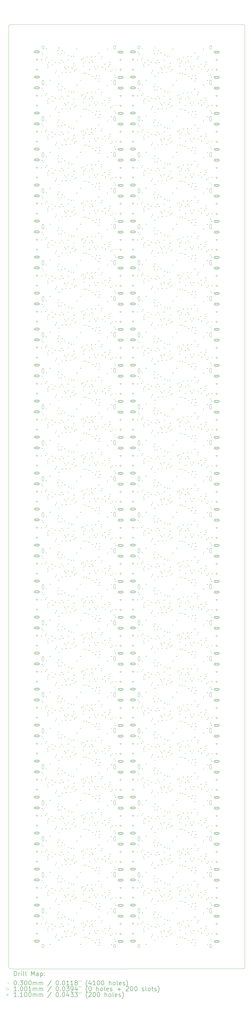
<source format=gbr>
%FSLAX45Y45*%
G04 Gerber Fmt 4.5, Leading zero omitted, Abs format (unit mm)*
G04 Created by KiCad (PCBNEW 6.0.0-rc2-unknown-a17a58203b~144~ubuntu21.04.1) date 2022-04-12 17:35:37*
%MOMM*%
%LPD*%
G01*
G04 APERTURE LIST*
%TA.AperFunction,Profile*%
%ADD10C,0.100000*%
%TD*%
%ADD11C,0.200000*%
%ADD12C,0.030000*%
%ADD13C,0.100076*%
%ADD14C,0.109982*%
G04 APERTURE END LIST*
D10*
X1529393Y-31821316D02*
X1532760Y-31819617D01*
X4830741Y-10666853D02*
X4834897Y-10670809D01*
X5944867Y-13999290D02*
X5945422Y-14001763D01*
X5908924Y-26934186D02*
X5912689Y-26934741D01*
X1515821Y-22069153D02*
X1519216Y-22064631D01*
X1507503Y-4239875D02*
X1508825Y-4235802D01*
X1509916Y-23807975D02*
X1509590Y-23805463D01*
X5910428Y-12498975D02*
X5904662Y-12499255D01*
X9122880Y-5963660D02*
X9121659Y-5960090D01*
X5868031Y-28750336D02*
X5866715Y-28746699D01*
X5864378Y-4187664D02*
X5864846Y-4181965D01*
X1593984Y-10757545D02*
X1594588Y-10761322D01*
X5909663Y-25306527D02*
X5913495Y-25307171D01*
X9173659Y-12287851D02*
X9177251Y-12289286D01*
X5879045Y-12294756D02*
X5883806Y-12291501D01*
X4779259Y-23686853D02*
X4782333Y-23684573D01*
X4845367Y-5861790D02*
X4845922Y-5864263D01*
X9188806Y-2531926D02*
X9191327Y-2534751D01*
X9186515Y-28764038D02*
X9181894Y-28767389D01*
X5931022Y-35275142D02*
X5926414Y-35278458D01*
X1532761Y-38329618D02*
X1536276Y-38328252D01*
X9197720Y-23703861D02*
X9199250Y-23709391D01*
X5879045Y-31824756D02*
X5882166Y-31822507D01*
X1585490Y-2713433D02*
X1583562Y-2716692D01*
X5862088Y-30307912D02*
X5860914Y-30304155D01*
X9183149Y-33649354D02*
X9179854Y-33651343D01*
X4838921Y-36893486D02*
X4835394Y-36898053D01*
X5885493Y-25310575D02*
X5890799Y-25308317D01*
X4828488Y-25511347D02*
X4823561Y-25514231D01*
X1537243Y-23680699D02*
X1540975Y-23679758D01*
X4850294Y-9139553D02*
X4849963Y-9143364D01*
X1508825Y-23765802D02*
X1509988Y-23759901D01*
X9131423Y-7414423D02*
X9134259Y-7411853D01*
X4761414Y-7519155D02*
X4760624Y-7515299D01*
X4844996Y-20602410D02*
X4843775Y-20608050D01*
X9198808Y-18980159D02*
X9196811Y-18985507D01*
X4773856Y-4346589D02*
X4771579Y-4343486D01*
X1589586Y-12465890D02*
X1588855Y-12469605D01*
X4805338Y-18795744D02*
X4809216Y-18795872D01*
X5929232Y-10864325D02*
X5924384Y-10867395D01*
X1589182Y-10690691D02*
X1589716Y-10694502D01*
X9179853Y-14121343D02*
X9176378Y-14122998D01*
X1527775Y-18802285D02*
X1531056Y-18800426D01*
X5926011Y-41587327D02*
X5929185Y-41589569D01*
X1550987Y-27147000D02*
X1545177Y-27146812D01*
X1533183Y-2524955D02*
X1536750Y-2523619D01*
X9176832Y-35280030D02*
X9173267Y-35281367D01*
X1505914Y-25421655D02*
X1505124Y-25417799D01*
X9147679Y-23679680D02*
X9151391Y-23678750D01*
X5941333Y-5966737D02*
X5938562Y-5971692D01*
X5919967Y-17171936D02*
X5923412Y-17173554D01*
X9125664Y-41598998D02*
X9129034Y-41594278D01*
X10709837Y-42593019D02*
X10710000Y-42587719D01*
X4766144Y-5805394D02*
X4767907Y-5799998D01*
X9148185Y-25306768D02*
X9153861Y-25305579D01*
X9120128Y-7576639D02*
X9120497Y-7535297D01*
X1505124Y-9142799D02*
X1504728Y-9138883D01*
X5949158Y-22165252D02*
X5948271Y-22168973D01*
X1589717Y-9067306D02*
X1589866Y-9071086D01*
X1509916Y-30317976D02*
X1509590Y-30315463D01*
X9144075Y-7405969D02*
X9147679Y-7404680D01*
X5927667Y-4355427D02*
X5924384Y-4357395D01*
X1550861Y-4149000D02*
X1554718Y-4149190D01*
X4823562Y-2729232D02*
X4818267Y-2731367D01*
X1589872Y-10698361D02*
X1589584Y-10742024D01*
X1565878Y-10662002D02*
X1569354Y-10663657D01*
X5874034Y-28760221D02*
X5871709Y-28757130D01*
X5949794Y-10767053D02*
X5949463Y-10770864D01*
X4760228Y-30292447D02*
X4760624Y-30288531D01*
X4846490Y-12410496D02*
X4845013Y-12417069D01*
X4765284Y-14090498D02*
X4765128Y-14086639D01*
X4849484Y-20522545D02*
X4850088Y-20526322D01*
X1586333Y-9221737D02*
X1584565Y-9225086D01*
X9157715Y-25305260D02*
X9161638Y-25305277D01*
X4765128Y-30361639D02*
X4765497Y-30320297D01*
X5909822Y-27146812D02*
X5905987Y-27147000D01*
X1577445Y-5978892D02*
X1573003Y-5982427D01*
X1565924Y-14124031D02*
X1562321Y-14125320D01*
X9124518Y-9222713D02*
X9122928Y-9219253D01*
X9120422Y-30221277D02*
X9121169Y-30217524D01*
X9203192Y-36818297D02*
X9201422Y-36823237D01*
X5924286Y-41725748D02*
X5920644Y-41726845D01*
X4845922Y-22139263D02*
X4848513Y-22146345D01*
X1513823Y-15732101D02*
X1512328Y-15728533D01*
X1550988Y-30402000D02*
X1545177Y-30401812D01*
X9115624Y-10758531D02*
X9116414Y-10754675D01*
X4845367Y-10744291D02*
X4845922Y-10746763D01*
X1505901Y-41676298D02*
X1507094Y-41673280D01*
X1552115Y-9031749D02*
X1555874Y-9032052D01*
X9148185Y-15541768D02*
X9153861Y-15540579D01*
X5890799Y-28563317D02*
X5894497Y-28562257D01*
X5870043Y-10677754D02*
X5873354Y-10673108D01*
X9136996Y-31822572D02*
X9140223Y-31820590D01*
X1510766Y-22232949D02*
X1510192Y-22229124D01*
X5941333Y-12476737D02*
X5938562Y-12481692D01*
X1575732Y-26942950D02*
X1579894Y-26946947D01*
X4821378Y-30397998D02*
X4817757Y-30399301D01*
X5937481Y-9228247D02*
X5935100Y-9231192D01*
X4764952Y-41709263D02*
X4763137Y-41705921D01*
X9128853Y-36712259D02*
X9131423Y-36709423D01*
X5873542Y-22065117D02*
X5876161Y-22062300D01*
X5945915Y-28685762D02*
X5945367Y-28688209D01*
X1594557Y-41681811D02*
X1595075Y-41685579D01*
X4844275Y-10841191D02*
X4843184Y-10844882D01*
X4764982Y-27015785D02*
X4765000Y-26972012D01*
X5859912Y-38436178D02*
X5859680Y-38432360D01*
X5883806Y-28566499D02*
X5887224Y-28564735D01*
X5939451Y-10853050D02*
X5937325Y-10856232D01*
X5938562Y-28756692D02*
X5935100Y-28761192D01*
X4761729Y-20518526D02*
X4764085Y-20511738D01*
X9183921Y-18803186D02*
X9186934Y-18805611D01*
X9172825Y-9032108D02*
X9176374Y-9033430D01*
X5867907Y-38515502D02*
X5866644Y-38511932D01*
X4813050Y-12286381D02*
X4818659Y-12287851D01*
X4785616Y-17172605D02*
X4789075Y-17170969D01*
X4834073Y-33644454D02*
X4831232Y-33647050D01*
X4848192Y-18915797D02*
X4846490Y-18920496D01*
X5879259Y-33648147D02*
X5876423Y-33645577D01*
X1555428Y-32028975D02*
X1549662Y-32029255D01*
X9181414Y-2526042D02*
X9186023Y-2529358D01*
X4845086Y-25389549D02*
X4845410Y-25392037D01*
X9204260Y-30304624D02*
X9203192Y-30308297D01*
X5866802Y-31841704D02*
X5869197Y-31836458D01*
X1537243Y-4150699D02*
X1540975Y-4149758D01*
X9199954Y-25342379D02*
X9200086Y-25389549D01*
X5860342Y-35169747D02*
X5861229Y-35166026D01*
X9200000Y-17207012D02*
X9200084Y-17252024D01*
X4848192Y-35190797D02*
X4846490Y-35195496D01*
X5895811Y-17169741D02*
X5899575Y-17169186D01*
X9200922Y-15629263D02*
X9203513Y-15636345D01*
X5865048Y-22227195D02*
X5864914Y-22180450D01*
X5865750Y-27115608D02*
X5865188Y-27111822D01*
X5873542Y-25320117D02*
X5876161Y-25317300D01*
X1587767Y-2548102D02*
X1589205Y-2553570D01*
X9205294Y-33552053D02*
X9204963Y-33555864D01*
X5892679Y-30400320D02*
X5889075Y-30399031D01*
X5945922Y-36823237D02*
X5945367Y-36825709D01*
X1519409Y-9044937D02*
X1522068Y-9042210D01*
X5893117Y-35073152D02*
X5896911Y-35072318D01*
X9195490Y-2541067D02*
X9197093Y-2544498D01*
X1587720Y-40141139D02*
X1585395Y-40146384D01*
X4844297Y-28743318D02*
X4842563Y-28748757D01*
X9128527Y-25503435D02*
X9126334Y-25500366D01*
X4789527Y-15543024D02*
X4793185Y-15541768D01*
X9193562Y-41597808D02*
X9195490Y-41601067D01*
X4764387Y-33530534D02*
X4764785Y-33528285D01*
X1537243Y-20425699D02*
X1540975Y-20424758D01*
X5942031Y-30377924D02*
X5940395Y-30381384D01*
X9124701Y-22070676D02*
X9126709Y-22067369D01*
X4845000Y-28599284D02*
X4845084Y-28644524D01*
X5861487Y-38443655D02*
X5860516Y-38439955D01*
X1509914Y-5905450D02*
X1509590Y-5902963D01*
X9144075Y-13915969D02*
X9147679Y-13914680D01*
X4801022Y-38538139D02*
X4797281Y-38537657D01*
X5864846Y-23711965D02*
X5866139Y-23706408D01*
X9115228Y-33551383D02*
X9115228Y-33547447D01*
X4844954Y-15577379D02*
X4845086Y-15624549D01*
X9160988Y-23678000D02*
X9164823Y-23678188D01*
X1516573Y-40149667D02*
X1514605Y-40146384D01*
X5861487Y-28678655D02*
X5860516Y-28674955D01*
X5876423Y-30390577D02*
X5873853Y-30387741D01*
X5868312Y-18818167D02*
X5870164Y-18814795D01*
X9156015Y-19008139D02*
X9152274Y-19007657D01*
X4814024Y-40165242D02*
X4810218Y-40165810D01*
X1590410Y-20550463D02*
X1590084Y-20552976D01*
X9125549Y-30206950D02*
X9128853Y-30202259D01*
X9122880Y-35258660D02*
X9121659Y-35255090D01*
X9156015Y-5988139D02*
X9152274Y-5987656D01*
X9115412Y-15651178D02*
X9115180Y-15647360D01*
X9140646Y-10866343D02*
X9137351Y-10864354D01*
X1572649Y-26940646D02*
X1575732Y-26942950D01*
X5864374Y-2560440D02*
X5864862Y-2554623D01*
X4845922Y-2609263D02*
X4848513Y-2616345D01*
X4782333Y-13919573D02*
X4785616Y-13917605D01*
X4766169Y-33472524D02*
X4767969Y-33467075D01*
X5949751Y-30293228D02*
X5949794Y-30297053D01*
X9190598Y-15740048D02*
X9187940Y-15742775D01*
X1583291Y-25502630D02*
X1580966Y-25505721D01*
X5895811Y-36699741D02*
X5899575Y-36699186D01*
X1530146Y-17173657D02*
X1533621Y-17172002D01*
X5864043Y-36775200D02*
X5864378Y-36737664D01*
X4845368Y-38498862D02*
X4845001Y-38504571D01*
X1558524Y-4149758D02*
X1562257Y-4150698D01*
X1590000Y-2695216D02*
X1589816Y-2699010D01*
X1578806Y-35272574D02*
X1574541Y-35276321D01*
X1547715Y-2734240D02*
X1543861Y-2733921D01*
X9182667Y-17174573D02*
X9185741Y-17176853D01*
X9156015Y-22263139D02*
X9152274Y-22262657D01*
X5859728Y-17276383D02*
X5859728Y-17272447D01*
X1523768Y-39962950D02*
X1526851Y-39960646D01*
X4783287Y-19002229D02*
X4780200Y-19000062D01*
X4764503Y-9155472D02*
X4762588Y-9150413D01*
X5873542Y-5790119D02*
X5876161Y-5787302D01*
X5890800Y-12288317D02*
X5894498Y-12287257D01*
X5936325Y-7419602D02*
X5938456Y-7422754D01*
X1505124Y-17268531D02*
X1505914Y-17264674D01*
X9128855Y-40151589D02*
X9126579Y-40148486D01*
X1590084Y-36827976D02*
X1590000Y-36872988D01*
X5889527Y-19006476D02*
X5886011Y-19004864D01*
X1590410Y-10785463D02*
X1590084Y-10787976D01*
X9196811Y-18985507D02*
X9194054Y-18990506D01*
X1586235Y-17191552D02*
X1587684Y-17195118D01*
X4765316Y-7531963D02*
X4764503Y-7527972D01*
X4764945Y-12369128D02*
X4765000Y-12324784D01*
X9186023Y-41589358D02*
X9188806Y-41591926D01*
X9181414Y-35076042D02*
X9184541Y-35078179D01*
X5892679Y-17380320D02*
X5889075Y-17379031D01*
X4845003Y-35249577D02*
X4843808Y-35255159D01*
X4843808Y-18980159D02*
X4841811Y-18985507D01*
X5860914Y-23774674D02*
X5862503Y-23769874D01*
X4850251Y-30293228D02*
X4850294Y-30297053D01*
X9115228Y-40057447D02*
X9115624Y-40053531D01*
X5865750Y-4330608D02*
X5865188Y-4326823D01*
X9116987Y-2638655D02*
X9116016Y-2634955D01*
X1520489Y-28573239D02*
X1523229Y-28570647D01*
X9203192Y-12405797D02*
X9201490Y-12410496D01*
X5909823Y-17381812D02*
X5905988Y-17382000D01*
X5947692Y-20543297D02*
X5945922Y-20548237D01*
X9204963Y-2633364D02*
X9204260Y-2637124D01*
X1530146Y-7408657D02*
X1533621Y-7407002D01*
X1547715Y-35284240D02*
X1543861Y-35283921D01*
X5945000Y-36872988D02*
X5944812Y-36876823D01*
X1565878Y-23682002D02*
X1569354Y-23683657D01*
X5945084Y-7532976D02*
X5945000Y-7577988D01*
X5944812Y-7581823D02*
X5943831Y-7587476D01*
X5860342Y-2619747D02*
X5861229Y-2616026D01*
X9119387Y-4235534D02*
X9119785Y-4233285D01*
X4844586Y-35103610D02*
X4844954Y-35107379D01*
X9125549Y-10676950D02*
X9128853Y-10672259D01*
X4850319Y-35177640D02*
X4850175Y-35181462D01*
X4780208Y-25510063D02*
X4777345Y-25507608D01*
X1575732Y-23687950D02*
X1579894Y-23691947D01*
X1521828Y-41591910D02*
X1524690Y-41589454D01*
X9128856Y-7601589D02*
X9126579Y-7598486D01*
X4774732Y-25504887D02*
X4772393Y-25501927D01*
X1593013Y-17263845D02*
X1593984Y-17267545D01*
X9115624Y-27045299D02*
X9115228Y-27041383D01*
X4764633Y-38411790D02*
X4764930Y-38409337D01*
X9115624Y-40053531D02*
X9116414Y-40049674D01*
X9205088Y-18898822D02*
X9205319Y-18902640D01*
X5948984Y-22150045D02*
X5949588Y-22153822D01*
X5860914Y-20519674D02*
X5862503Y-20514875D01*
X1593013Y-35166345D02*
X1593984Y-35170045D01*
X1510431Y-2701044D02*
X1510048Y-2697195D01*
X9119085Y-28649238D02*
X9119633Y-28646790D01*
X4801022Y-25518139D02*
X4797281Y-25517657D01*
X5943902Y-39988853D02*
X5944122Y-39992664D01*
X1551499Y-22051287D02*
X1555312Y-22051536D01*
X1549662Y-9244256D02*
X1545784Y-9244128D01*
X1505914Y-14029155D02*
X1505124Y-14025299D01*
X10639473Y-4454D02*
X10634596Y-3084D01*
X5874034Y-5975221D02*
X5871709Y-5972130D01*
X5860124Y-17268531D02*
X5860914Y-17264674D01*
X4817321Y-7404679D02*
X4820924Y-7405969D01*
X5939312Y-2541975D02*
X5940996Y-2545434D01*
X1589716Y-36734502D02*
X1589872Y-36738360D01*
X1530146Y-23683657D02*
X1533621Y-23682002D01*
X1510000Y-25437724D02*
X1509816Y-25434463D01*
X4809823Y-33443188D02*
X4813608Y-33443750D01*
X5945422Y-22139263D02*
X5948013Y-22146345D01*
X5943831Y-14097476D02*
X5942031Y-14102924D01*
X5885290Y-962306D02*
X5888971Y-961182D01*
X1522068Y-9042210D02*
X1524981Y-9039754D01*
X1521423Y-14115577D02*
X1518853Y-14112741D01*
X9122996Y-40141683D02*
X9121725Y-40138050D01*
X4760624Y-40053531D02*
X4761414Y-40049674D01*
X9135200Y-35275062D02*
X9132336Y-35272606D01*
X9168608Y-17168750D02*
X9172321Y-17169680D01*
X4764982Y-33525785D02*
X4765000Y-33482012D01*
X5927667Y-23885427D02*
X5924384Y-23887395D01*
X5864590Y-25432963D02*
X5864078Y-25430737D01*
X4849484Y-22150045D02*
X4850088Y-22153822D01*
X9199812Y-23713177D02*
X9200000Y-23717012D01*
X4764085Y-2609238D02*
X4764633Y-2606791D01*
X5885869Y-9035928D02*
X5889423Y-9034359D01*
X1521654Y-22253067D02*
X1519034Y-22250221D01*
X9162021Y-19008220D02*
X9156015Y-19008139D01*
X9189897Y-33455809D02*
X9192325Y-33458768D01*
X55534Y-10443D02*
X51897Y-12343D01*
X1509988Y-4229901D02*
X1509628Y-4188360D01*
X10674764Y-42663680D02*
X10678521Y-42660319D01*
X4765275Y-9208179D02*
X4765123Y-9204362D01*
X4849260Y-14029624D02*
X4848192Y-14033297D01*
X4814589Y-5987349D02*
X4810832Y-5987969D01*
X5941177Y-38517601D02*
X5938291Y-38522631D01*
X4777345Y-38527608D02*
X4774732Y-38524887D01*
X9120422Y-39986278D02*
X9121680Y-39980679D01*
X9199952Y-18832805D02*
X9200086Y-18879550D01*
X1588855Y-28744605D02*
X1587093Y-28750002D01*
X9199812Y-13948177D02*
X9200000Y-13952012D01*
X9199569Y-12318956D02*
X9199952Y-12322805D01*
X1592692Y-15660797D02*
X1590922Y-15665737D01*
X9204260Y-2637124D02*
X9203192Y-2640797D01*
X1589910Y-10744537D02*
X1590422Y-10746763D01*
X4845410Y-31902037D02*
X4845922Y-31904263D01*
X5882333Y-23885427D02*
X5879259Y-23883147D01*
X9175473Y-5778524D02*
X9178989Y-5780136D01*
X1548639Y-39954000D02*
X1554718Y-39954190D01*
X4796391Y-23678750D02*
X4800177Y-23678188D01*
X4848513Y-9126345D02*
X4849484Y-9130045D01*
X9119387Y-5863034D02*
X9119785Y-5860785D01*
X9200084Y-30272024D02*
X9200367Y-30274290D01*
X9133847Y-965611D02*
X9137237Y-963787D01*
X5943302Y-35102764D02*
X5944063Y-35108481D01*
X1509590Y-22177963D02*
X1509010Y-22175496D01*
X4764945Y-31899128D02*
X4765000Y-31854784D01*
X4849260Y-22167124D02*
X4848192Y-22170797D01*
X4760228Y-27041383D02*
X4760228Y-27037447D01*
X1554718Y-36699190D02*
X1558524Y-36699758D01*
X1518853Y-40152741D02*
X1516573Y-40149667D01*
X1505914Y-7499674D02*
X1507503Y-7494874D01*
X4767969Y-17192075D02*
X4770549Y-17186950D01*
X5865188Y-14091822D02*
X5865000Y-14087988D01*
X9181414Y-22056042D02*
X9184541Y-22058179D01*
X5945084Y-20552976D02*
X5945000Y-20597988D01*
X4793596Y-35281815D02*
X4790017Y-35280622D01*
X1569384Y-36907395D02*
X1565924Y-36909031D01*
X9119785Y-20508285D02*
X9119982Y-20505785D01*
X1516079Y-13931514D02*
X1518355Y-13928410D01*
X4840880Y-27125173D02*
X4838921Y-27128486D01*
X4796391Y-39953750D02*
X4800177Y-39953188D01*
X4850319Y-25412640D02*
X4850175Y-25416462D01*
X5914165Y-32028363D02*
X5910428Y-32028975D01*
X9179854Y-4356343D02*
X9176378Y-4357998D01*
X1590000Y-25480749D02*
X1589808Y-25484624D01*
X4848513Y-5871345D02*
X4849484Y-5875045D01*
X9197031Y-7427075D02*
X9198320Y-7430679D01*
X1590410Y-17295463D02*
X1590084Y-17297976D01*
X4776427Y-17369454D02*
X4773856Y-17366589D01*
X4819651Y-960758D02*
X4825210Y-962306D01*
X1504680Y-5882360D02*
X1505037Y-5876636D01*
X5949588Y-5878822D02*
X5949794Y-5884553D01*
X5859728Y-33551383D02*
X5859728Y-33547447D01*
X9120000Y-35109251D02*
X9120431Y-35103456D01*
X9148596Y-35281815D02*
X9145017Y-35280622D01*
X1526079Y-28766814D02*
X1523066Y-28764389D01*
X1512969Y-27122924D02*
X1511680Y-27119321D01*
X4845410Y-35157037D02*
X4845922Y-35159263D01*
X4844266Y-22081743D02*
X4844954Y-22087379D01*
X9200370Y-18968868D02*
X9200003Y-18974577D01*
X1589847Y-5813728D02*
X1589584Y-5859524D01*
X9196811Y-2710507D02*
X9194054Y-2715506D01*
X1510766Y-18977949D02*
X1510048Y-18972195D01*
X4833577Y-26944423D02*
X4836147Y-26947259D01*
X9120422Y-33476277D02*
X9121169Y-33472524D01*
X4844234Y-18827051D02*
X4844952Y-18832805D01*
X5945084Y-10787976D02*
X5945000Y-10832988D01*
X5948271Y-35188973D02*
X5945915Y-35195762D01*
X1594463Y-28673364D02*
X1593760Y-28677124D01*
X1545177Y-14126812D02*
X1541391Y-14126250D01*
X1584441Y-20443146D02*
X1586235Y-20446552D01*
X1592692Y-17288297D02*
X1590922Y-17293237D01*
X5913608Y-40166250D02*
X5909822Y-40166812D01*
X1526851Y-13920646D02*
X1530146Y-13918657D01*
X4830741Y-13921853D02*
X4833577Y-13924423D01*
X9165218Y-4360810D02*
X9161361Y-4361000D01*
X5888971Y-961182D02*
X5894656Y-960190D01*
X4773518Y-12483433D02*
X4771326Y-12480362D01*
X5920473Y-38536976D02*
X5916815Y-38538231D01*
X1589872Y-39993361D02*
X1589584Y-40037024D01*
X4800282Y-4360810D02*
X4796475Y-4360242D01*
X9153861Y-15540579D02*
X9157715Y-15540260D01*
X9137333Y-7409573D02*
X9140616Y-7407605D01*
X4761655Y-41702417D02*
X4760523Y-41698786D01*
X9168050Y-5776381D02*
X9171815Y-5777268D01*
X9145025Y-38535622D02*
X9141578Y-38534089D01*
X5882166Y-25312506D02*
X5885493Y-25310575D01*
X4844808Y-5810876D02*
X4845000Y-5814751D01*
X5861487Y-31933655D02*
X5860516Y-31929955D01*
X1594588Y-25408822D02*
X1594794Y-25414553D01*
X1589910Y-4234537D02*
X1590422Y-4236763D01*
X1555319Y-12286536D02*
X1559078Y-12287154D01*
X5882333Y-7610427D02*
X5879259Y-7608147D01*
X4850088Y-35173822D02*
X4850319Y-35177640D01*
X1586317Y-31838999D02*
X1588315Y-31844349D01*
X1541950Y-22263618D02*
X1538185Y-22262731D01*
X9140616Y-10662605D02*
X9144075Y-10660969D01*
X1565644Y-41726845D02*
X1561913Y-41727583D01*
X5945990Y-1017996D02*
X5945410Y-1020463D01*
X4838921Y-33638486D02*
X4836644Y-33641589D01*
X5885493Y-22055575D02*
X5890799Y-22053317D01*
X9138287Y-2727229D02*
X9135200Y-2725062D01*
X9129034Y-15554278D02*
X9131654Y-15551433D01*
X4760180Y-2627360D02*
X4760324Y-2623537D01*
X5912127Y-9032382D02*
X5915873Y-9033259D01*
X4850294Y-4257053D02*
X4849963Y-4260864D01*
X4845372Y-30361639D02*
X4845216Y-30365498D01*
X4789122Y-10867998D02*
X4785646Y-10866343D01*
X9199954Y-15577379D02*
X9200086Y-15624549D01*
X1509985Y-5809948D02*
X1510677Y-5806241D01*
X4776654Y-25316433D02*
X4779542Y-25313861D01*
X9200216Y-30365498D02*
X9199275Y-30371191D01*
X4771579Y-17363486D02*
X4769620Y-17360173D01*
X1594588Y-9133822D02*
X1594794Y-9139553D01*
X4771709Y-9047369D02*
X4774034Y-9044278D01*
X1586235Y-39976552D02*
X1587684Y-39980118D01*
X9169024Y-40165242D02*
X9165218Y-40165810D01*
X5887224Y-18799736D02*
X5890800Y-18798317D01*
X4836644Y-40151589D02*
X4834073Y-40154454D01*
X1508825Y-40040802D02*
X1509988Y-40034901D01*
X38416Y-42666273D02*
X42485Y-42669291D01*
X4760624Y-17280299D02*
X4760228Y-17276383D01*
X9116414Y-14009674D02*
X9118003Y-14004874D01*
X4765133Y-18923209D02*
X4764578Y-18920737D01*
X9179854Y-33651343D02*
X9176378Y-33652998D01*
X4845003Y-15719577D02*
X4843808Y-15725159D01*
X4837481Y-38341253D02*
X4839565Y-38344414D01*
X9128853Y-10672259D02*
X9131423Y-10669423D01*
X5876654Y-12488067D02*
X5874034Y-12485221D01*
X1586255Y-17359675D02*
X1584451Y-17363050D01*
X4839054Y-15735505D02*
X4835598Y-15740048D01*
X4845341Y-36873577D02*
X4844996Y-36877410D01*
X1510677Y-5806241D02*
X1511724Y-5802618D01*
X1587720Y-17356139D02*
X1586255Y-17359675D01*
X1514701Y-22243824D02*
X1513031Y-22240336D01*
X9150057Y-28561278D02*
X9153861Y-28560579D01*
X9204260Y-27049624D02*
X9203192Y-27053297D01*
X9195880Y-17360173D02*
X9193921Y-17363486D01*
X9185741Y-36706853D02*
X9189897Y-36710809D01*
X9120416Y-22180476D02*
X9120090Y-22177963D01*
X9145017Y-19005622D02*
X9141570Y-19004089D01*
X1506487Y-18913655D02*
X1505516Y-18909955D01*
X9199954Y-28597379D02*
X9200086Y-28644549D01*
X4828004Y-9037072D02*
X4831023Y-9039358D01*
X1523229Y-31825646D02*
X1526206Y-31823331D01*
X4765128Y-7576639D02*
X4765497Y-7535297D01*
X4850088Y-20526322D02*
X4850319Y-20530140D01*
X1590422Y-27021763D02*
X1593013Y-27028845D01*
X4761414Y-40049674D02*
X4763003Y-40044875D01*
X4784317Y-2525570D02*
X4787749Y-2523786D01*
X4848513Y-23773845D02*
X4849484Y-23777545D01*
X5885493Y-31820576D02*
X5890800Y-31818317D01*
X4845084Y-33527024D02*
X4845410Y-33529537D01*
X1586333Y-32006737D02*
X1583562Y-32011692D01*
X1508510Y-31904503D02*
X1509987Y-31897931D01*
X5926682Y-4155500D02*
X5929746Y-4157756D01*
X4827667Y-36704573D02*
X4832191Y-36708103D01*
X9172825Y-38327108D02*
X9176374Y-38328430D01*
X5889527Y-35281476D02*
X5886011Y-35279864D01*
X9137333Y-13919573D02*
X9140616Y-13917605D01*
X4767969Y-36722075D02*
X4770549Y-36716950D01*
X9141011Y-9034636D02*
X9144527Y-9033024D01*
X9203513Y-2616345D02*
X9204484Y-2620045D01*
X4772216Y-41718016D02*
X4769513Y-41715340D01*
X1559165Y-12498363D02*
X1555428Y-12498975D01*
X5931163Y-41722518D02*
X5927803Y-41724301D01*
X5905988Y-17382000D02*
X5900177Y-17381812D01*
X5864039Y-35147670D02*
X5864374Y-35110440D01*
X9122996Y-33631683D02*
X9121725Y-33628050D01*
X4849484Y-9130045D02*
X4850251Y-9135728D01*
X4759341Y-41691281D02*
X4759304Y-41687477D01*
X1534075Y-33654031D02*
X1530616Y-33652395D01*
X9205319Y-15647640D02*
X9204963Y-15653364D01*
X4849963Y-22163364D02*
X4849260Y-22167124D01*
X5936147Y-4347741D02*
X5933577Y-4350577D01*
X5876194Y-25508074D02*
X5873673Y-25505248D01*
X4845922Y-7491763D02*
X4848513Y-7498845D01*
X5900177Y-23891812D02*
X5896391Y-23891250D01*
X4848513Y-22146345D02*
X4849484Y-22150045D01*
X4840490Y-2541067D02*
X4842093Y-2544498D01*
X4849484Y-31915045D02*
X4850088Y-31918822D01*
X9153861Y-35070579D02*
X9157715Y-35070260D01*
X4761414Y-14009674D02*
X4763003Y-14004874D01*
X4839565Y-28579414D02*
X4842093Y-28584498D01*
X4845012Y-30320099D02*
X4845372Y-30361639D01*
X5917321Y-33655320D02*
X5913608Y-33656250D01*
X9119085Y-18884238D02*
X9119633Y-18881791D01*
X5943355Y-22236432D02*
X5941333Y-22241737D01*
X1583550Y-41598995D02*
X1585470Y-41602284D01*
X5870043Y-23697754D02*
X5873354Y-23693108D01*
X1589584Y-4232024D02*
X1589910Y-4234537D01*
X1509003Y-35195472D02*
X1507107Y-35190465D01*
X5920924Y-20634031D02*
X5917321Y-20635320D01*
X9137672Y-9036588D02*
X9141011Y-9034636D01*
X5864078Y-25430737D02*
X5861487Y-25423655D01*
X5948984Y-35170045D02*
X5949588Y-35173822D01*
X4761414Y-5891655D02*
X4760624Y-5887799D01*
X4795835Y-5776637D02*
X4799571Y-5776025D01*
X9119945Y-12369128D02*
X9120000Y-12324784D01*
X4789122Y-1102998D02*
X4785646Y-1101343D01*
X9134259Y-39961853D02*
X9137333Y-39959573D01*
X9141904Y-12289719D02*
X9145384Y-12288226D01*
X9195490Y-28581067D02*
X9197093Y-28584498D01*
X1531011Y-5984864D02*
X1527672Y-5982912D01*
X4845000Y-36779776D02*
X4845181Y-36783011D01*
X1518853Y-27132741D02*
X1516573Y-27129667D01*
X5926003Y-18802326D02*
X5929176Y-18804567D01*
X4810218Y-30400810D02*
X4806361Y-30401000D01*
X5876423Y-10860577D02*
X5873853Y-10857741D01*
X1559586Y-2522716D02*
X1563216Y-2523735D01*
X10609747Y0D02*
X100241Y0D01*
X5902117Y-12286253D02*
X5905766Y-12286267D01*
X1530615Y-23887394D02*
X1527333Y-23885427D01*
X4774034Y-9044278D02*
X4776654Y-9041433D01*
X9148596Y-32026815D02*
X9145017Y-32025622D01*
X5944586Y-22230890D02*
X5943355Y-22236432D01*
X9119831Y-1019222D02*
X9119127Y-1016788D01*
X1593760Y-38442124D02*
X1592692Y-38445797D01*
X4785616Y-4152605D02*
X4789075Y-4150969D01*
X4849963Y-23790864D02*
X4849260Y-23794624D01*
X4765431Y-25338456D02*
X4766194Y-25334664D01*
X4763003Y-40044875D02*
X4764387Y-40040534D01*
X9146340Y-28562351D02*
X9150057Y-28561278D01*
X5898835Y-9032044D02*
X5902724Y-9031784D01*
X1513031Y-32005336D02*
X1511715Y-32001699D01*
X1585395Y-1086384D02*
X1583427Y-1089667D01*
X1582481Y-9228247D02*
X1580100Y-9231192D01*
X5930741Y-33648147D02*
X5927667Y-33650427D01*
X1563216Y-2523735D02*
X1568435Y-2525909D01*
X1543619Y-38326568D02*
X1547378Y-38326265D01*
X1565878Y-36702002D02*
X1569354Y-36703657D01*
X5865048Y-2697195D02*
X5864914Y-2650450D01*
X4797274Y-35282657D02*
X4793596Y-35281815D01*
X1575732Y-36707950D02*
X1579894Y-36711947D01*
X4785241Y-9238850D02*
X4782003Y-9236846D01*
X5865188Y-10836823D02*
X5865000Y-10832988D01*
X5879259Y-14118147D02*
X5876423Y-14115577D01*
X9128856Y-10856589D02*
X9126579Y-10853486D01*
X4782351Y-7609354D02*
X4779268Y-7607050D01*
X4776427Y-10859454D02*
X4773856Y-10856589D01*
X4818659Y-12287851D02*
X4822251Y-12289286D01*
X1505740Y-5872876D02*
X1506808Y-5869203D01*
X5875923Y-20435300D02*
X5878753Y-20432756D01*
X9119945Y-31899128D02*
X9120000Y-31854784D01*
X5882166Y-15547506D02*
X5885493Y-15545575D01*
X5860124Y-27045299D02*
X5859728Y-27041383D01*
X1582325Y-17366232D02*
X1579897Y-17369191D01*
X5864043Y-27010200D02*
X5864378Y-26972664D01*
X4843184Y-14099882D02*
X4841735Y-14103448D01*
X4850088Y-36801322D02*
X4850319Y-36805140D01*
X9144527Y-9033024D02*
X9148185Y-9031769D01*
X9115842Y-2619747D02*
X9116729Y-2616026D01*
X5937325Y-10856232D02*
X5934897Y-10859191D01*
X5940107Y-5798035D02*
X5941647Y-5801602D01*
X9120000Y-15579251D02*
X9120431Y-15573456D01*
X5945367Y-18923209D02*
X5945055Y-18925871D01*
X5873354Y-39968108D02*
X5875923Y-39965300D01*
X9200000Y-39992012D02*
X9200084Y-40037024D01*
X1557304Y-15753715D02*
X1553542Y-15754145D01*
X1540975Y-36699758D02*
X1544782Y-36699190D01*
X4810218Y-33655810D02*
X4806361Y-33656000D01*
X5862503Y-14004874D02*
X5863887Y-14000534D01*
X4774723Y-5974885D02*
X4771326Y-5970362D01*
X5931022Y-22255142D02*
X5926414Y-22258458D01*
X1594751Y-4253228D02*
X1594794Y-4257053D01*
X9199816Y-38360490D02*
X9200000Y-38364284D01*
X9119785Y-17253285D02*
X9119982Y-17250785D01*
X1555319Y-31816536D02*
X1559078Y-31817154D01*
X4848513Y-33538845D02*
X4849484Y-33542545D01*
X1521654Y-18998067D02*
X1519034Y-18995221D01*
X5892118Y-17170661D02*
X5895811Y-17169741D01*
X4761987Y-35188655D02*
X4761016Y-35184955D01*
X9143626Y-5778930D02*
X9147175Y-5777608D01*
X4845367Y-13999290D02*
X4845922Y-14001763D01*
X1589910Y-31902037D02*
X1590422Y-31904263D01*
X9119387Y-33530534D02*
X9119785Y-33528285D01*
X1581147Y-36897741D02*
X1578577Y-36900577D01*
X9120316Y-17296964D02*
X9119503Y-17292972D01*
X1508825Y-30275802D02*
X1509988Y-30269901D01*
X5933480Y-12298493D02*
X5936003Y-12301448D01*
X5944910Y-22137037D02*
X5945422Y-22139263D01*
X9137333Y-30194573D02*
X9140616Y-30192605D01*
X10662481Y-42672608D02*
X10666704Y-42669855D01*
X9131423Y-10669423D02*
X9134259Y-10666853D01*
X4761987Y-2638655D02*
X4761016Y-2634955D01*
X9199250Y-13944391D02*
X9199812Y-13948177D01*
X9201490Y-28685496D02*
X9200013Y-28692069D01*
X4783296Y-25512230D02*
X4780208Y-25510063D01*
X1529394Y-38331317D02*
X1532761Y-38329618D01*
X9169589Y-2732350D02*
X9165832Y-2732969D01*
X5864381Y-5814899D02*
X5864859Y-5809139D01*
X5912689Y-13914741D02*
X5916382Y-13915661D01*
X5892679Y-10870320D02*
X5889075Y-10869031D01*
X9198320Y-26960679D02*
X9199250Y-26964391D01*
X4792679Y-30189680D02*
X4796391Y-30188750D01*
X9160988Y-20423000D02*
X9164823Y-20423188D01*
X1521423Y-4350577D02*
X1518853Y-4347741D01*
X5943313Y-30220093D02*
X5943902Y-30223852D01*
X1533621Y-20427002D02*
X1537243Y-20425699D01*
X9183149Y-40159354D02*
X9179853Y-40161343D01*
X5934787Y-41594942D02*
X5937159Y-41598019D01*
X4767880Y-28748660D02*
X4766659Y-28745090D01*
X9200367Y-30274290D02*
X9200922Y-30276763D01*
X4813608Y-26933750D02*
X4817321Y-26934680D01*
X9200084Y-36782024D02*
X9200367Y-36784290D01*
X5859912Y-35181178D02*
X5859680Y-35177360D01*
X4767232Y-18821767D02*
X4768667Y-18818263D01*
X5948271Y-38443973D02*
X5945915Y-38450762D01*
X1589716Y-39989502D02*
X1589872Y-39993361D01*
X1577432Y-28571724D02*
X1580091Y-28574451D01*
X4764633Y-2606791D02*
X4764930Y-2604337D01*
X4842563Y-28748757D02*
X4840974Y-28752217D01*
X4849484Y-27032545D02*
X4850251Y-27038228D01*
X5930675Y-31825804D02*
X5933480Y-31828493D01*
X5896950Y-15753618D02*
X5893185Y-15752731D01*
X9125832Y-41716711D02*
X9123263Y-41713906D01*
X4845000Y-39992012D02*
X4845084Y-40037024D01*
X5859824Y-12388537D02*
X5860342Y-12384747D01*
X1538975Y-41727814D02*
X1535212Y-41727260D01*
X4814589Y-15752349D02*
X4810832Y-15752969D01*
X9203513Y-31911345D02*
X9204484Y-31915045D01*
X5942361Y-10686409D02*
X5943313Y-10690093D01*
X4845370Y-22223868D02*
X4845003Y-22229577D01*
X9191147Y-26947259D02*
X9194451Y-26951950D01*
X1579894Y-26946947D02*
X1582321Y-26949934D01*
X9203192Y-40073297D02*
X9201422Y-40078237D01*
X9125549Y-39971950D02*
X9128853Y-39967259D01*
X5930741Y-1098147D02*
X5927667Y-1100427D01*
X9191327Y-2534751D02*
X9193562Y-2537808D01*
X1504728Y-7511383D02*
X1504728Y-7507447D01*
X9145017Y-28770622D02*
X9141570Y-28769088D01*
X1589910Y-18882037D02*
X1590422Y-18884263D01*
X5864916Y-30317976D02*
X5864590Y-30315463D01*
X1577190Y-14116897D02*
X1574232Y-14119325D01*
X4782333Y-23684573D02*
X4785616Y-23682605D01*
X4770549Y-17186950D02*
X4773853Y-17182259D01*
X1594671Y-1006993D02*
X1593698Y-1010717D01*
X1513116Y-12309114D02*
X1514840Y-12305760D01*
X5871709Y-2717130D02*
X5869701Y-2713824D01*
X5944568Y-25486544D02*
X5943285Y-25492199D01*
X4767996Y-1081683D02*
X4766225Y-1076191D01*
X1590410Y-23805463D02*
X1590084Y-23807975D01*
X5864378Y-23717664D02*
X5864846Y-23711965D01*
X9199816Y-9065490D02*
X9200000Y-9069284D01*
X4793604Y-25516815D02*
X4790025Y-25515622D01*
X9144122Y-27142997D02*
X9140646Y-27141343D01*
X9194054Y-22245506D02*
X9190598Y-22250049D01*
X4765414Y-36827950D02*
X4765090Y-36825463D01*
X9115228Y-40061383D02*
X9115228Y-40057447D01*
X5879542Y-35275639D02*
X5876654Y-35273067D01*
X5947844Y-41702417D02*
X5945496Y-41707614D01*
X4773853Y-33457259D02*
X4776423Y-33454423D01*
X5882333Y-40160427D02*
X5879259Y-40158147D01*
X4842031Y-26957075D02*
X4843320Y-26960679D01*
X5865000Y-36872988D02*
X5864916Y-36827976D01*
X1512969Y-14102924D02*
X1511680Y-14099321D01*
X5949819Y-35177640D02*
X5949675Y-35181462D01*
X9136079Y-28567685D02*
X9139317Y-28565570D01*
X5864914Y-35200450D02*
X5864590Y-35197963D01*
X9204260Y-15657124D02*
X9203192Y-15660797D01*
X5948271Y-2638973D02*
X5945915Y-2645762D01*
X5894497Y-28562257D02*
X5898281Y-28561567D01*
X4776194Y-5787426D02*
X4778977Y-5784858D01*
X1511725Y-28587623D02*
X1513938Y-28582420D01*
X4789527Y-22053024D02*
X4793185Y-22051768D01*
X4789075Y-17170969D02*
X4792679Y-17169680D01*
X1594675Y-18906462D02*
X1594158Y-18910252D01*
X9164823Y-7403188D02*
X9168608Y-7403750D01*
X5860124Y-7503531D02*
X5860914Y-7499674D01*
X1587070Y-12310749D02*
X1588315Y-12314349D01*
X5945367Y-7530709D02*
X5945084Y-7532976D01*
X1527333Y-36905427D02*
X1524259Y-36903147D01*
X1587031Y-33632925D02*
X1585395Y-33636384D01*
X9129723Y-2719885D02*
X9126326Y-2715362D01*
X4827667Y-10664573D02*
X4830741Y-10666853D01*
X1505124Y-20535299D02*
X1504728Y-20531383D01*
X1581479Y-2536564D02*
X1583670Y-2539633D01*
X5949463Y-33555864D02*
X5948760Y-33559624D01*
X4785616Y-23682605D02*
X4789075Y-23680969D01*
X4820924Y-33445969D02*
X4824384Y-33447605D01*
X4828149Y-40159354D02*
X4824853Y-40161343D01*
X4813050Y-5776381D02*
X4816815Y-5777268D01*
X5886011Y-5984864D02*
X5882672Y-5982912D01*
X9120000Y-12324784D02*
X9120413Y-12319110D01*
X1587720Y-7591139D02*
X1586255Y-7594674D01*
X1574519Y-28569269D02*
X1577432Y-28571724D01*
X4810832Y-5987969D02*
X4807021Y-5988220D01*
X10703939Y-42621751D02*
X10705546Y-42616973D01*
X5866680Y-17354321D02*
X5865750Y-17350608D01*
X4844275Y-23861191D02*
X4843184Y-23864882D01*
X9131654Y-15551433D02*
X9134542Y-15548861D01*
X5876423Y-7605577D02*
X5873853Y-7602741D01*
X9115324Y-12388537D02*
X9115842Y-12384747D01*
X1505914Y-9127175D02*
X1507503Y-9122375D01*
X5924384Y-30397395D02*
X5920924Y-30399031D01*
X9133976Y-9234536D02*
X9131189Y-9231942D01*
X4761729Y-18891026D02*
X4764085Y-18884238D01*
X5860914Y-36814156D02*
X5860124Y-36810299D01*
X4801458Y-18795855D02*
X4805338Y-18795744D01*
X5926414Y-15748458D02*
X5921373Y-15751069D01*
X5949158Y-31930252D02*
X5948271Y-31933973D01*
X5929185Y-15549569D02*
X5932120Y-15552115D01*
X4844275Y-36881191D02*
X4843184Y-36884882D01*
X9116414Y-9127175D02*
X9118003Y-9122375D01*
X5873354Y-4163108D02*
X5875923Y-4160300D01*
X5865646Y-15570369D02*
X5866801Y-15566700D01*
X9170844Y-960190D02*
X9174651Y-960758D01*
X9185741Y-23686853D02*
X9188577Y-23689423D01*
X5949819Y-12392640D02*
X5949675Y-12396462D01*
X5944568Y-38506544D02*
X5943285Y-38512199D01*
X9128662Y-41719252D02*
X9125832Y-41716711D01*
X4795156Y-960190D02*
X4799013Y-960000D01*
X5873673Y-38525249D02*
X5871438Y-38522192D01*
X5887224Y-38329735D02*
X5890799Y-38328317D01*
X9200000Y-9069284D02*
X9200084Y-9114524D01*
X4765482Y-1024216D02*
X4765285Y-1021715D01*
X4760228Y-10762447D02*
X4760624Y-10758531D01*
X9196969Y-12309664D02*
X9198285Y-12313301D01*
X4807021Y-35283220D02*
X4801015Y-35283139D01*
X4839054Y-22245506D02*
X4835598Y-22250049D01*
X1526206Y-31823331D02*
X1529393Y-31821316D01*
X9185741Y-7411853D02*
X9189897Y-7415809D01*
X4789122Y-7612998D02*
X4785646Y-7611343D01*
X1521423Y-23880577D02*
X1518853Y-23877741D01*
X4844816Y-28595490D02*
X4845000Y-28599284D01*
X1590922Y-36823237D02*
X1590410Y-36825463D01*
X5859980Y-1005100D02*
X5859567Y-1001273D01*
X4767969Y-13937075D02*
X4770549Y-13931950D01*
X4783438Y-41725067D02*
X4779995Y-41723450D01*
X1505124Y-20523531D02*
X1505914Y-20519674D01*
X9200216Y-36875498D02*
X9199275Y-36881191D01*
X1511225Y-23706950D02*
X1513265Y-23701552D01*
X4826414Y-38331042D02*
X4829541Y-38333179D01*
X5874034Y-32015221D02*
X5871709Y-32012130D01*
X4765000Y-12324784D02*
X4765413Y-12319110D01*
X9120504Y-1072410D02*
X9120128Y-1066640D01*
X1521828Y-5786908D02*
X1524690Y-5784452D01*
X5914165Y-22263363D02*
X5910428Y-22263975D01*
X9165832Y-32027969D02*
X9162021Y-32028220D01*
X9201422Y-27058237D02*
X9200012Y-27065099D01*
X1530146Y-10663657D02*
X1533622Y-10662002D01*
X9132336Y-15742606D02*
X9129723Y-15739885D01*
X1594588Y-17271322D02*
X1594794Y-17277053D01*
X4770558Y-36891853D02*
X4767996Y-36886683D01*
X9185005Y-41723450D02*
X9179786Y-41725748D01*
X1594794Y-17277053D02*
X1594463Y-17280864D01*
X1569354Y-13918657D02*
X1572649Y-13920645D01*
X1521423Y-36900577D02*
X1518853Y-36897741D01*
X1550988Y-1107000D02*
X1545177Y-1106812D01*
X4821374Y-9033430D02*
X4824777Y-9035090D01*
X9121194Y-15569664D02*
X9122328Y-15565966D01*
X15401Y-42640798D02*
X18224Y-42645035D01*
X1516079Y-23696514D02*
X1518355Y-23693410D01*
X5863627Y-1016788D02*
X5862643Y-1014338D01*
X4838921Y-30383486D02*
X4836644Y-30386589D01*
X1505124Y-10770299D02*
X1504728Y-10766383D01*
X4820473Y-18798524D02*
X4825683Y-18801070D01*
X9150903Y-9242849D02*
X9147225Y-9241866D01*
X9121680Y-4175679D02*
X9123745Y-4170325D01*
X9200012Y-4280099D02*
X9200372Y-4321640D01*
X9144122Y-23887997D02*
X9140646Y-23886343D01*
X4775996Y-2721277D02*
X4773518Y-2718433D01*
X1572977Y-41588152D02*
X1576006Y-41590461D01*
X4764578Y-36823237D02*
X4761987Y-36816155D01*
X4846422Y-10783237D02*
X4845012Y-10790099D01*
X4767888Y-25493664D02*
X4766667Y-25490095D01*
X1589510Y-31849934D02*
X1589847Y-31853728D01*
X1571390Y-12292112D02*
X1574528Y-12294271D01*
X9131427Y-10859454D02*
X9128856Y-10856589D01*
X9197720Y-36723861D02*
X9199250Y-36729392D01*
X5866680Y-40139321D02*
X5865750Y-40135608D01*
X1540975Y-20424758D02*
X1544782Y-20424190D01*
X4799661Y-9243469D02*
X4795903Y-9242849D01*
X9191644Y-1091589D02*
X9189073Y-1094454D01*
X1572667Y-27140427D02*
X1569384Y-27142395D01*
X5943274Y-18827195D02*
X5944050Y-18832968D01*
X4806638Y-22050277D02*
X4810428Y-22050525D01*
X1523494Y-2530946D02*
X1526523Y-2528637D01*
X5862088Y-27052912D02*
X5860914Y-27049155D01*
X5929185Y-41589569D02*
X5932120Y-41592115D01*
X1540975Y-7404758D02*
X1544782Y-7404190D01*
X1594463Y-7515864D02*
X1593760Y-7519624D01*
X1594463Y-27045864D02*
X1593760Y-27049624D01*
X9140646Y-4356343D02*
X9137351Y-4354354D01*
X4804012Y-10658000D02*
X4809823Y-10658188D01*
X4792743Y-27144301D02*
X4789122Y-27142997D01*
X1594794Y-7512053D02*
X1594463Y-7515864D01*
X9194054Y-18990506D02*
X9190598Y-18995049D01*
X4765163Y-25480805D02*
X4765416Y-25435476D01*
X4793596Y-32026815D02*
X4790017Y-32025622D01*
X1589867Y-38411790D02*
X1590422Y-38414263D01*
X9119503Y-9155472D02*
X9117588Y-9150413D01*
X5949819Y-15647640D02*
X5949675Y-15651462D01*
X9204484Y-25405045D02*
X9205088Y-25408822D01*
X4848192Y-31935797D02*
X4846490Y-31940496D01*
X10629631Y-1957D02*
X10624665Y-1093D01*
X1590422Y-7491763D02*
X1593013Y-7498845D01*
X4849963Y-40065864D02*
X4849260Y-40069624D01*
X1516709Y-18992130D02*
X1514701Y-18988824D01*
X5864204Y-40034119D02*
X5864043Y-40030200D01*
X9116414Y-36794674D02*
X9118003Y-36789875D01*
X1567251Y-38536214D02*
X1563659Y-38537649D01*
X9200367Y-5861790D02*
X9200922Y-5864263D01*
X4767907Y-5799998D02*
X4770434Y-5794914D01*
X4770344Y-32008751D02*
X4767880Y-32003660D01*
X4850319Y-15647640D02*
X4849963Y-15653364D01*
X4782333Y-10664573D02*
X4785616Y-10662605D01*
X9164486Y-9243639D02*
X9158472Y-9243720D01*
X1590922Y-10783237D02*
X1590410Y-10785463D01*
X5883806Y-38331499D02*
X5887224Y-38329735D01*
X9186515Y-32019038D02*
X9181894Y-32022389D01*
X4845086Y-15624549D02*
X4845410Y-15627037D01*
X4843807Y-38510154D02*
X4841810Y-38515503D01*
X5895811Y-30189741D02*
X5899575Y-30189186D01*
X5873713Y-35085456D02*
X5877815Y-35081321D01*
X5866801Y-38351700D02*
X5868312Y-38348163D01*
X4848513Y-2616345D02*
X4849484Y-2620045D01*
X4827667Y-13919573D02*
X4830741Y-13921853D01*
X4785646Y-27141343D02*
X4782351Y-27139354D01*
X4766659Y-28745090D02*
X4765788Y-28741419D01*
X4845922Y-17256763D02*
X4848513Y-17263845D01*
X9121725Y-40138050D02*
X9120818Y-40134309D01*
X1520927Y-4160546D02*
X1523768Y-4157950D01*
X5881996Y-38532928D02*
X5878977Y-38530642D01*
X4765818Y-36879309D02*
X4765159Y-36873577D01*
X4764982Y-30270785D02*
X4765000Y-30227012D01*
X1505914Y-33539674D02*
X1507503Y-33534874D01*
X9194451Y-33461950D02*
X9196255Y-33465325D01*
X5944122Y-30227664D02*
X5944584Y-30272024D01*
X9120497Y-20555297D02*
X9120316Y-20551963D01*
X4796475Y-14125242D02*
X4792743Y-14124301D01*
X9118003Y-20514875D02*
X9119387Y-20510534D01*
X5938456Y-20442754D02*
X5940271Y-20446100D01*
X9200922Y-36786763D02*
X9203513Y-36793845D01*
X5864590Y-4275463D02*
X5864010Y-4272996D01*
X9140616Y-36702605D02*
X9144075Y-36700969D01*
X1554823Y-33656812D02*
X1550988Y-33657000D01*
X4770549Y-39971950D02*
X4773853Y-39967259D01*
X9191147Y-17182259D02*
X9194451Y-17186950D01*
X4845922Y-33531763D02*
X4848513Y-33538845D01*
X1523768Y-7412950D02*
X1526851Y-7410646D01*
X1505124Y-4248531D02*
X1505914Y-4244674D01*
X1589586Y-31995890D02*
X1588355Y-32001432D01*
X5948013Y-5871345D02*
X5948984Y-5875045D01*
X1589812Y-14091823D02*
X1588831Y-14097476D01*
X5939200Y-971547D02*
X5941771Y-974411D01*
X9119982Y-7485785D02*
X9120000Y-7442012D01*
X1511194Y-9059833D02*
X1513192Y-9054483D01*
X1568095Y-19005281D02*
X1562825Y-19007392D01*
X9120000Y-18834784D02*
X9120413Y-18829110D01*
X4765788Y-5956419D02*
X4765276Y-5952682D01*
X9205294Y-30297053D02*
X9204963Y-30300864D01*
X9184541Y-25313178D02*
X9187445Y-25315608D01*
X9200013Y-5907069D02*
X9200370Y-5948868D01*
X9115624Y-30288531D02*
X9116414Y-30284674D01*
X1515821Y-41599153D02*
X1519216Y-41594631D01*
X4776427Y-23879453D02*
X4773855Y-23876589D01*
X1534502Y-25308892D02*
X1538079Y-25307698D01*
X9116729Y-12381026D02*
X9119085Y-12374238D01*
X10654466Y-42677057D02*
X10658103Y-42675157D01*
X5944584Y-27017024D02*
X5944910Y-27019537D01*
X9205175Y-12396462D02*
X9204260Y-12402124D01*
X4848513Y-7498845D02*
X4849484Y-7502545D01*
X1510677Y-12316241D02*
X1511724Y-12312618D01*
X1592692Y-30308297D02*
X1590922Y-30313237D01*
X9200012Y-14045099D02*
X9200372Y-14086639D01*
X4765316Y-30316963D02*
X4764503Y-30312972D01*
X9161361Y-17381000D02*
X9155282Y-17380810D01*
X9172321Y-33444679D02*
X9175924Y-33445969D01*
X1565924Y-40164031D02*
X1562321Y-40165320D01*
X4817757Y-20634301D02*
X4814024Y-20635242D01*
X9203192Y-2640797D02*
X9201490Y-2645496D01*
X5945422Y-35159263D02*
X5948013Y-35166345D01*
X9134542Y-41588861D02*
X9137672Y-41586588D01*
X5905766Y-31816267D02*
X5909655Y-31816527D01*
X9200367Y-4234290D02*
X9200922Y-4236763D01*
X5860124Y-10758531D02*
X5860914Y-10754675D01*
X1524690Y-22059454D02*
X1527776Y-22057286D01*
X5864916Y-9160476D02*
X5864590Y-9157963D01*
X9116414Y-30284674D02*
X9118003Y-30279874D01*
X5945000Y-15715216D02*
X5944586Y-15720890D01*
X9115180Y-28667360D02*
X9115324Y-28663537D01*
X5944127Y-9070416D02*
X5944584Y-9114524D01*
X9153287Y-41728000D02*
X9149475Y-41727814D01*
X5920864Y-12289582D02*
X5926003Y-12292325D01*
X4776654Y-2531433D02*
X4779542Y-2528861D01*
X9205088Y-17271322D02*
X9205294Y-17277053D01*
X9199275Y-23861191D02*
X9198184Y-23864882D01*
X4814165Y-28561137D02*
X4817825Y-28562108D01*
X1530146Y-13918657D02*
X1533621Y-13917002D01*
X9119633Y-22136790D02*
X9119930Y-22134337D01*
X5874034Y-12485221D02*
X5871709Y-12482130D01*
X5949751Y-33548228D02*
X5949794Y-33552053D01*
X1507503Y-17259875D02*
X1508825Y-17255802D01*
X4761016Y-22164955D02*
X4760412Y-22161178D01*
X4845410Y-12372037D02*
X4845922Y-12374263D01*
X9204484Y-4247545D02*
X9205088Y-4251322D01*
X5887627Y-2525099D02*
X5891255Y-2523710D01*
X5894656Y-960190D02*
X5898513Y-960000D01*
X5900177Y-10871812D02*
X5896391Y-10871250D01*
X1526851Y-7410646D02*
X1530146Y-7408657D01*
X1593013Y-36793845D02*
X1593984Y-36797545D01*
X4762588Y-40072913D02*
X4761414Y-40069156D01*
X12822Y-42636467D02*
X15401Y-42640798D01*
X4816815Y-5777268D02*
X4820473Y-5778524D01*
X1593984Y-5875045D02*
X1594588Y-5878822D01*
X1509003Y-2645472D02*
X1507107Y-2640465D01*
X4833577Y-33454423D02*
X4836147Y-33457259D01*
X9137333Y-10664573D02*
X9140616Y-10662605D01*
X74472Y-42684175D02*
X79401Y-42685344D01*
X5864039Y-25382669D02*
X5864379Y-25344893D01*
X9116414Y-33539674D02*
X9118003Y-33534874D01*
X4761414Y-17264674D02*
X4763003Y-17259875D01*
X1589812Y-17346823D02*
X1588831Y-17352476D01*
X9181894Y-32022389D02*
X9176832Y-32025030D01*
X5945084Y-27062975D02*
X5945000Y-27107988D01*
X4767880Y-12473660D02*
X4766659Y-12470090D01*
X1588315Y-18824349D02*
X1589203Y-18828054D01*
X1521828Y-22061910D02*
X1524690Y-22059454D01*
X1523768Y-36707950D02*
X1526851Y-36705646D01*
X4761414Y-10774156D02*
X4760624Y-10770299D01*
X9188164Y-9233108D02*
X9185300Y-9235564D01*
X5873354Y-13928108D02*
X5875923Y-13925300D01*
X9200370Y-22223868D02*
X9200003Y-22229577D01*
X9137351Y-20629354D02*
X9134268Y-20627050D01*
X1509625Y-5815602D02*
X1509985Y-5809948D01*
X4776423Y-4159423D02*
X4779259Y-4156853D01*
X5928003Y-12492427D02*
X5923095Y-12495281D01*
X4764503Y-33567972D02*
X4762588Y-33562913D01*
X9122888Y-25493664D02*
X9121667Y-25490095D01*
X9119982Y-40035785D02*
X9120000Y-39992012D01*
X4800282Y-40165810D02*
X4796475Y-40165242D01*
X1545495Y-25306371D02*
X1551499Y-25306287D01*
X1590422Y-14001763D02*
X1593013Y-14008845D01*
X4796475Y-33655242D02*
X4792743Y-33654301D01*
X5926682Y-10665501D02*
X5929747Y-10667756D01*
X9115032Y-997424D02*
X9115377Y-993591D01*
X5879314Y-2530084D02*
X5884155Y-2526843D01*
X4782672Y-28566588D02*
X4786011Y-28564636D01*
X5933577Y-20625577D02*
X5930741Y-20628147D01*
X9120000Y-31854784D02*
X9120413Y-31849110D01*
X5944584Y-10742024D02*
X5944867Y-10744291D01*
X5908924Y-10659186D02*
X5912689Y-10659741D01*
X1509590Y-5902963D02*
X1509078Y-5900737D01*
X9116016Y-22164955D02*
X9115412Y-22161178D01*
X9140616Y-23682605D02*
X9144075Y-23680969D01*
X1539907Y-28562232D02*
X1543619Y-28561568D01*
X4770344Y-35263751D02*
X4767880Y-35258660D01*
X4845410Y-20509537D02*
X4845922Y-20511763D01*
X9204260Y-17284624D02*
X9203192Y-17288297D01*
X5893185Y-35282731D02*
X5889527Y-35281476D01*
X4821378Y-36907998D02*
X4815902Y-36909818D01*
X9121194Y-41609664D02*
X9123031Y-41604164D01*
X4764503Y-23802972D02*
X4762588Y-23797912D01*
X9115624Y-4260299D02*
X9115228Y-4256383D01*
X1562257Y-10660699D02*
X1565878Y-10662002D01*
X5940395Y-33636384D02*
X5938427Y-33639667D01*
X9131427Y-14114453D02*
X9128855Y-14111589D01*
X4765276Y-28737682D02*
X4765127Y-28733900D01*
X5896391Y-23891250D02*
X5892679Y-23890320D01*
X1562257Y-23680698D02*
X1565878Y-23682002D01*
X4821378Y-10867998D02*
X4817757Y-10869301D01*
X5864381Y-18834900D02*
X5864859Y-18829140D01*
X1543618Y-18796568D02*
X1547376Y-18796265D01*
X9165218Y-1105810D02*
X9161361Y-1106000D01*
X1504249Y-41695062D02*
X1503841Y-41691281D01*
X9122996Y-20611683D02*
X9121725Y-20608050D01*
X4844250Y-17199392D02*
X4844812Y-17203177D01*
X9157715Y-2520260D02*
X9161638Y-2520277D01*
X9185741Y-13921853D02*
X9188577Y-13924423D01*
X4849260Y-10774624D02*
X4848192Y-10778297D01*
X4765000Y-2559251D02*
X4765431Y-2553456D01*
X5864204Y-7484119D02*
X5864043Y-7480200D01*
X9184541Y-15548178D02*
X9187445Y-15550608D01*
X1586235Y-7426552D02*
X1587684Y-7430118D01*
X1590915Y-5900762D02*
X1590367Y-5903209D01*
X4767880Y-22238660D02*
X4766659Y-22235090D01*
X4798372Y-36910573D02*
X4792743Y-36909301D01*
X1521423Y-30390577D02*
X1518853Y-30387741D01*
X4797274Y-28772656D02*
X4793596Y-28771815D01*
X4780200Y-15745062D02*
X4777336Y-15742606D01*
X9200084Y-20507024D02*
X9200410Y-20509537D01*
X9200368Y-38498862D02*
X9200216Y-38502679D01*
X9119503Y-10782972D02*
X9117588Y-10777913D01*
X1509003Y-38450472D02*
X1507107Y-38445465D01*
X4772385Y-22246924D02*
X4770344Y-22243751D01*
X4837821Y-7600066D02*
X4835394Y-7603053D01*
X4764785Y-4233285D02*
X4764982Y-4230785D01*
X4798861Y-35070579D02*
X4802715Y-35070260D01*
X1504728Y-10762447D02*
X1505124Y-10758531D01*
X5860914Y-4264156D02*
X5860124Y-4260299D01*
X1594463Y-25418364D02*
X1593760Y-25422124D01*
X4828488Y-12491348D02*
X4823562Y-12494232D01*
X9186023Y-38334358D02*
X9190101Y-38338308D01*
X1536750Y-2523619D02*
X1540431Y-2522637D01*
X1538185Y-9242731D02*
X1534527Y-9241476D01*
X5865188Y-40131823D02*
X5865000Y-40127988D01*
X1516709Y-5972130D02*
X1514701Y-5968824D01*
X1521828Y-18806908D02*
X1524690Y-18804453D01*
X5871573Y-10854667D02*
X5869605Y-10851384D01*
X46680Y-15414D02*
X42485Y-18209D01*
X1554822Y-20636812D02*
X1550987Y-20637000D01*
X9204484Y-9130045D02*
X9205088Y-9133822D01*
X4782333Y-36704573D02*
X4787325Y-36701745D01*
X4824384Y-10662605D02*
X4827667Y-10664573D01*
X5935100Y-22251192D02*
X5931022Y-22255142D01*
X5930741Y-14118147D02*
X5927667Y-14120427D01*
X9134542Y-2528861D02*
X9137672Y-2526588D01*
X5864378Y-20462664D02*
X5864846Y-20456966D01*
X5871716Y-41718016D02*
X5869013Y-41715340D01*
X1593760Y-27049624D02*
X1592692Y-27053297D01*
X9119578Y-18920737D02*
X9116987Y-18913655D01*
X5945367Y-15668209D02*
X5945055Y-15670871D01*
X5945055Y-31945871D02*
X5945000Y-31990216D01*
X4822251Y-31819286D02*
X4825683Y-31821070D01*
X1577663Y-35082392D02*
X1581479Y-35086564D01*
X5945422Y-31904263D02*
X5948013Y-31911345D01*
X9156458Y-18795855D02*
X9160338Y-18795744D01*
X1508578Y-28649263D02*
X1509338Y-28645435D01*
X4842031Y-36722075D02*
X4843320Y-36725679D01*
X9203771Y-25423973D02*
X9201415Y-25430762D01*
X5940196Y-9053683D02*
X5941707Y-9057221D01*
X4776427Y-30389453D02*
X4773856Y-30386589D01*
X4841177Y-18817899D02*
X4843285Y-18823301D01*
X1529317Y-15748929D02*
X1526079Y-15746814D01*
X4845001Y-38504571D02*
X4843807Y-38510154D01*
X5871573Y-27129667D02*
X5869605Y-27126384D01*
X5882672Y-22257912D02*
X5879542Y-22255639D01*
X9121725Y-36883050D02*
X9120818Y-36879309D01*
X4800282Y-20635810D02*
X4796475Y-20635242D01*
X9151475Y-17380242D02*
X9147743Y-17379301D01*
X4765123Y-9204362D02*
X4765497Y-9162798D01*
X5896391Y-36911250D02*
X5892679Y-36910320D01*
X9140223Y-5780590D02*
X9143626Y-5778930D01*
X1568095Y-28770281D02*
X1564615Y-28771774D01*
X1544782Y-23679190D02*
X1550861Y-23679000D01*
X1507503Y-23769874D02*
X1508825Y-23765802D01*
X1519034Y-32015221D02*
X1516709Y-32012130D01*
X9205175Y-28671462D02*
X9204260Y-28677124D01*
X4836147Y-33457259D02*
X4839451Y-33461950D01*
X5945000Y-38500749D02*
X5944568Y-38506544D01*
X1515058Y-26953146D02*
X1518355Y-26948410D01*
X4842720Y-33468861D02*
X4844250Y-33474391D01*
X9154571Y-5776025D02*
X9160338Y-5775744D01*
X1509590Y-10785463D02*
X1509010Y-10782996D01*
X5871573Y-36894667D02*
X5869605Y-36891384D01*
X4760032Y-997424D02*
X4760377Y-993591D01*
X9120133Y-12413209D02*
X9119578Y-12410737D01*
X9178096Y-15544219D02*
X9181414Y-15546042D01*
X1513938Y-38347420D02*
X1516880Y-38342591D01*
X9136996Y-5782572D02*
X9140223Y-5780590D01*
X9115180Y-2627360D02*
X9115324Y-2623537D01*
X4846415Y-38450762D02*
X4845013Y-38458052D01*
X4790017Y-5985622D02*
X4786570Y-5984088D01*
X9194336Y-5794498D02*
X9196177Y-5797899D01*
X4850175Y-35181462D02*
X4849260Y-35187124D01*
X1590084Y-30317976D02*
X1590000Y-30362988D01*
X1545784Y-19009128D02*
X1541950Y-19008618D01*
X5917825Y-9242392D02*
X5914165Y-9243363D01*
X100411Y-42688000D02*
X10609760Y-42687500D01*
X4760624Y-5876031D02*
X4761414Y-5872174D01*
X4846415Y-25430762D02*
X4845013Y-25438052D01*
X9115228Y-38429947D02*
X9115624Y-38426031D01*
X5905338Y-25519756D02*
X5899571Y-25519475D01*
X5924703Y-2527017D02*
X5927931Y-2529110D01*
X1594819Y-5882640D02*
X1594675Y-5886462D01*
X4767888Y-38513664D02*
X4766667Y-38510095D01*
X4839451Y-17186950D02*
X4841255Y-17190325D01*
X4762588Y-7522912D02*
X4761414Y-7519155D01*
X1590000Y-36872988D02*
X1589812Y-36876823D01*
X9122232Y-12311767D02*
X9123667Y-12308263D01*
X5926682Y-20430500D02*
X5929746Y-20432756D01*
X1544782Y-7404190D02*
X1550861Y-7404000D01*
X9161361Y-1106000D02*
X9155282Y-1105810D01*
X1554822Y-27146812D02*
X1550987Y-27147000D01*
X1589847Y-31853728D02*
X1589584Y-31899524D01*
X4783287Y-2727229D02*
X4780200Y-2725062D01*
X4761414Y-4264156D02*
X4760624Y-4260299D01*
X4768745Y-4170325D02*
X4770549Y-4166950D01*
X5864846Y-36731966D02*
X5866139Y-36726409D01*
X1589816Y-35249010D02*
X1588855Y-35254606D01*
X5945367Y-5903209D02*
X5945084Y-5905475D01*
X4839941Y-10851854D02*
X4837821Y-10855066D01*
X4818267Y-35281367D02*
X4814589Y-35282350D01*
X1574519Y-15549269D02*
X1577432Y-15551724D01*
X4766667Y-25490095D02*
X4765795Y-25486425D01*
X1589872Y-20463360D02*
X1589584Y-20507024D01*
X9199250Y-23709391D02*
X9199812Y-23713177D01*
X9186023Y-9039358D02*
X9188806Y-9041926D01*
X1561007Y-35282922D02*
X1557304Y-35283715D01*
X5873542Y-41595117D02*
X5876161Y-41592300D01*
X4844812Y-26968177D02*
X4845000Y-26972012D01*
X9115624Y-38437799D02*
X9115228Y-38433883D01*
X9119387Y-30275534D02*
X9119785Y-30273285D01*
X9200922Y-22139263D02*
X9203513Y-22146345D01*
X5865192Y-5954124D02*
X5865000Y-5950249D01*
X1587061Y-41605745D02*
X1588307Y-41609344D01*
X5924384Y-27142395D02*
X5920924Y-27144031D01*
X4848130Y-984318D02*
X4849401Y-987951D01*
X5940271Y-13936099D02*
X5941751Y-13939605D01*
X9174615Y-25307726D02*
X9178096Y-25309219D01*
X1550861Y-20424000D02*
X1554718Y-20424190D01*
X1557199Y-28561799D02*
X1560922Y-28562599D01*
X5864846Y-17201966D02*
X5866139Y-17196409D01*
X5864590Y-18922963D02*
X5864078Y-18920737D01*
X9186934Y-12295611D02*
X9189691Y-12298323D01*
X9118638Y-982553D02*
X9120432Y-979147D01*
X5938228Y-22069643D02*
X5940115Y-22073039D01*
X1584441Y-4168146D02*
X1587003Y-4173317D01*
X9200013Y-9162069D02*
X9200346Y-9206305D01*
X1589812Y-1071823D02*
X1589250Y-1075608D01*
X5936012Y-38341451D02*
X5939214Y-38346317D01*
X9150057Y-35071278D02*
X9153861Y-35070579D01*
X9118003Y-10749875D02*
X9119387Y-10745534D01*
X5875923Y-7415300D02*
X5878753Y-7412756D01*
X5947692Y-14033297D02*
X5945922Y-14038237D01*
X9190394Y-23878053D02*
X9186232Y-23882050D01*
X1589872Y-30228360D02*
X1589584Y-30272024D01*
X4831232Y-40157050D02*
X4828149Y-40159354D01*
X5899575Y-7404186D02*
X5905111Y-7404000D01*
X9189073Y-10859454D02*
X9186232Y-10862050D01*
X5889527Y-9241476D02*
X5886011Y-9239864D01*
X9121680Y-17195679D02*
X9123745Y-17190326D01*
X5896950Y-35283618D02*
X5893185Y-35282731D01*
X4805988Y-17168000D02*
X4809823Y-17168188D01*
X9128673Y-12300251D02*
X9131194Y-12297426D01*
X4824777Y-28565090D02*
X4828004Y-28567072D01*
X1592692Y-2640797D02*
X1590922Y-2645737D01*
X4800282Y-33655810D02*
X4796475Y-33655242D01*
X5945367Y-22178209D02*
X5945055Y-22180871D01*
X4841810Y-25495503D02*
X4839054Y-25500502D01*
X4810218Y-36910810D02*
X4804139Y-36911000D01*
X4845367Y-4234290D02*
X4845922Y-4236763D01*
X1510000Y-22225249D02*
X1509916Y-22180476D01*
X9195880Y-1085173D02*
X9193921Y-1088486D01*
X9175924Y-7405969D02*
X9179384Y-7407605D01*
X1586308Y-15563995D02*
X1587728Y-15567529D01*
X5945000Y-30362988D02*
X5944812Y-30366823D01*
X1559078Y-31817154D02*
X1562758Y-31818136D01*
X9125434Y-18814914D02*
X9128673Y-18810251D01*
X4765000Y-23717012D02*
X4765422Y-23711277D01*
X5944812Y-10836823D02*
X5943831Y-10842476D01*
X5942361Y-7431408D02*
X5943313Y-7435093D01*
X4845372Y-1066640D02*
X4845216Y-1070498D01*
X5867446Y-4172834D02*
X5870043Y-4167754D01*
X4842503Y-27121683D02*
X4840880Y-27125173D01*
X9161638Y-25305277D02*
X9165428Y-25305524D01*
X5864010Y-33567996D02*
X5862088Y-33562913D01*
X1545177Y-4361812D02*
X1541391Y-4361250D01*
X1514605Y-33636384D02*
X1512969Y-33632925D01*
X1593271Y-5893973D02*
X1590915Y-5900762D01*
X5900177Y-36911812D02*
X5896391Y-36911250D01*
X10634596Y-3084D02*
X10629631Y-1957D01*
X51919Y-42675169D02*
X56398Y-42677481D01*
X5924384Y-33652395D02*
X5920924Y-33654031D01*
X1547378Y-38326265D02*
X1553415Y-38326365D01*
X4824786Y-41725748D02*
X4821144Y-41726845D01*
X1565878Y-20427002D02*
X1569354Y-20428657D01*
X9117189Y-986118D02*
X9118638Y-982553D01*
X5927667Y-27140427D02*
X5924384Y-27142395D01*
X1583427Y-40149667D02*
X1581147Y-40152741D01*
X9186232Y-4352050D02*
X9183149Y-4354354D01*
X5948984Y-28660045D02*
X5949588Y-28663822D01*
X9204484Y-17267545D02*
X9205088Y-17271322D01*
X1554823Y-10871812D02*
X1550988Y-10872000D01*
X5941333Y-32006737D02*
X5938562Y-32011692D01*
X5935146Y-17183108D02*
X5938456Y-17187754D01*
X5900784Y-32029128D02*
X5896950Y-32028618D01*
X4846422Y-27058237D02*
X4845012Y-27065099D01*
X9203192Y-27053297D02*
X9201422Y-27058237D01*
X9120416Y-25435476D02*
X9120090Y-25432963D01*
X1581147Y-27132741D02*
X1578577Y-27135577D01*
X1505124Y-4260299D02*
X1504728Y-4256383D01*
X9121194Y-28589664D02*
X9122328Y-28585966D01*
X4848513Y-18891345D02*
X4849484Y-18895045D01*
X5945915Y-12410762D02*
X5945367Y-12413209D01*
X5914165Y-28773363D02*
X5910428Y-28773975D01*
X5860914Y-33539674D02*
X5862503Y-33534874D01*
X9200568Y-979147D02*
X9202362Y-982553D01*
X9120422Y-36731278D02*
X9121169Y-36727524D01*
X10710000Y-100253D02*
X10709884Y-95416D01*
X1566326Y-18799472D02*
X1571390Y-18802112D01*
X5923412Y-7408554D02*
X5926682Y-7410500D01*
X9122232Y-18821767D02*
X9123667Y-18818263D01*
X5945000Y-20597988D02*
X5944812Y-20601823D01*
X9116016Y-31929955D02*
X9115412Y-31926178D01*
X4760412Y-35181178D02*
X4760180Y-35177360D01*
X5868312Y-12308167D02*
X5870164Y-12304795D01*
X1573003Y-12492427D02*
X1568095Y-12495281D01*
X5865000Y-9205249D02*
X5864916Y-9160476D01*
X5917825Y-22262392D02*
X5914165Y-22263363D01*
X9134268Y-10862050D02*
X9131427Y-10859454D01*
X1521423Y-10860577D02*
X1518853Y-10857741D01*
X5945084Y-14042975D02*
X5945000Y-14087988D01*
X5923095Y-12495281D02*
X5917825Y-12497391D01*
X10609760Y-42687500D02*
X10614584Y-42687384D01*
X4836327Y-15554751D02*
X4838562Y-15557808D01*
X9200367Y-9116791D02*
X9200922Y-9119263D01*
X9115842Y-12384747D02*
X9116729Y-12381026D01*
X1511194Y-28744836D02*
X1510431Y-28741044D01*
X4824384Y-26937605D02*
X4827667Y-26939573D01*
X9204260Y-18912124D02*
X9203192Y-18915797D01*
X5889075Y-7614031D02*
X5885616Y-7612395D01*
X9199297Y-5958318D02*
X9198229Y-5961973D01*
X1590922Y-38450737D02*
X1590410Y-38452963D01*
X4769518Y-9222713D02*
X4767928Y-9219253D01*
X4765818Y-30369309D02*
X4765284Y-30365498D01*
X9164823Y-36698188D02*
X9168608Y-36698750D01*
X5916913Y-41727583D02*
X5911213Y-41728000D01*
X9198285Y-12313301D02*
X9199569Y-12318956D01*
X5949158Y-28675252D02*
X5948271Y-28678973D01*
X1577432Y-38336724D02*
X1580091Y-38339451D01*
X5898283Y-31816567D02*
X5902117Y-31816253D01*
X4807018Y-38538220D02*
X4801022Y-38538139D01*
X5859728Y-27041383D02*
X5859728Y-27037447D01*
X9200216Y-33620498D02*
X9199275Y-33626191D01*
X9144122Y-30397998D02*
X9140646Y-30396343D01*
X1549662Y-12499255D02*
X1545784Y-12499128D01*
X9115412Y-35181178D02*
X9115180Y-35177360D01*
X5868031Y-5965336D02*
X5866715Y-5961699D01*
X1536276Y-15543252D02*
X1539907Y-15542232D01*
X1514605Y-27126384D02*
X1512969Y-27122924D01*
X9134268Y-7607050D02*
X9131427Y-7604453D01*
X5926011Y-28567327D02*
X5930684Y-28570805D01*
X9186515Y-35274038D02*
X9181894Y-35277389D01*
X4845084Y-4232024D02*
X4845367Y-4234290D01*
X5896950Y-9243618D02*
X5893185Y-9242731D01*
X5864378Y-33482664D02*
X5864846Y-33476965D01*
X5928004Y-9237428D02*
X5924777Y-9239410D01*
X4767996Y-33631683D02*
X4766725Y-33628050D01*
X1586177Y-25497601D02*
X1583291Y-25502630D01*
X10686180Y-35236D02*
X10682819Y-31479D01*
X5944063Y-2558481D02*
X5944586Y-2604550D01*
X9194451Y-20441950D02*
X9196255Y-20445325D01*
X1514605Y-10851384D02*
X1512969Y-10847925D01*
X5909823Y-1106812D02*
X5905988Y-1107000D01*
X4760180Y-12392360D02*
X4760324Y-12388537D01*
X9156022Y-25518139D02*
X9152281Y-25517657D01*
X4804012Y-39953000D02*
X4809823Y-39953188D01*
X9128518Y-5973433D02*
X9126326Y-5970362D01*
X4841735Y-14103448D02*
X4839941Y-14106853D01*
X5944910Y-12372037D02*
X5945422Y-12374263D01*
X5941333Y-15731737D02*
X5938562Y-15736692D01*
X9160988Y-30188000D02*
X9164823Y-30188188D01*
X5866680Y-1079321D02*
X5865422Y-1073722D01*
X1503841Y-41691281D02*
X1503804Y-41687477D01*
X9200410Y-13999537D02*
X9200922Y-14001763D01*
X5885616Y-4357395D02*
X5882333Y-4355427D01*
X4845216Y-7580498D02*
X4844275Y-7586191D01*
X1587767Y-9058102D02*
X1589205Y-9063570D01*
X5865000Y-27107988D02*
X5864916Y-27062975D01*
X9121725Y-33628050D02*
X9120818Y-33624309D01*
X5869605Y-4341384D02*
X5867969Y-4337925D01*
X1593760Y-2637124D02*
X1592692Y-2640797D01*
X1510188Y-30366823D02*
X1510000Y-30362988D01*
X4786011Y-9034636D02*
X4789527Y-9033024D01*
X4800282Y-10870810D02*
X4796475Y-10870242D01*
X4810429Y-9030525D02*
X4814165Y-9031137D01*
X1590922Y-14038237D02*
X1590410Y-14040463D01*
X5949675Y-18906462D02*
X5949158Y-18910252D01*
X5864862Y-9064623D02*
X5866209Y-9058956D01*
X4850175Y-38436463D02*
X4849658Y-38440252D01*
X5944057Y-25342974D02*
X5944586Y-25389549D01*
X5940271Y-26956099D02*
X5941751Y-26959605D01*
X5938456Y-10677755D02*
X5941054Y-10682835D01*
X1514030Y-2542771D02*
X1517028Y-2537911D01*
X5941647Y-5801602D02*
X5943274Y-5807195D01*
X4792679Y-33444680D02*
X4796391Y-33443750D01*
X9169024Y-1105242D02*
X9165218Y-1105810D01*
X5888532Y-26936936D02*
X5892118Y-26935661D01*
X4814024Y-1105242D02*
X4810218Y-1105810D01*
X1569384Y-7612395D02*
X1565924Y-7614031D01*
X9147679Y-39954680D02*
X9151391Y-39953750D01*
X5929746Y-36707756D02*
X5933896Y-36711673D01*
X1511157Y-25334422D02*
X1513116Y-25329118D01*
X1510188Y-27111822D02*
X1510000Y-27107988D01*
X1526851Y-4155646D02*
X1530146Y-4153657D01*
X4773673Y-18810251D02*
X4776194Y-18807426D01*
X9143626Y-31818930D02*
X9147175Y-31817608D01*
X1534950Y-9034244D02*
X1538579Y-9033083D01*
X1575741Y-40158147D02*
X1572667Y-40160427D01*
X5912127Y-35072382D02*
X5915873Y-35073259D01*
X1593013Y-23773845D02*
X1593984Y-23777545D01*
X1594588Y-15643822D02*
X1594794Y-15649553D01*
X1519034Y-9230222D02*
X1516709Y-9227131D01*
X9178930Y-9239590D02*
X9175484Y-9241123D01*
X4842093Y-41604498D02*
X4843356Y-41608068D01*
X1593984Y-40052545D02*
X1594751Y-40058228D01*
X9115842Y-15639747D02*
X9116729Y-15636026D01*
X9126326Y-5970362D02*
X9124441Y-5967094D01*
X9123745Y-17190326D02*
X9125549Y-17186950D01*
X5941054Y-30212834D02*
X5942361Y-30216408D01*
X4844250Y-39984392D02*
X4844812Y-39988177D01*
X1513116Y-18819114D02*
X1514840Y-18815760D01*
X5862088Y-14032912D02*
X5860914Y-14029155D01*
X5943902Y-20458853D02*
X5944122Y-20462664D01*
X1509625Y-18835602D02*
X1509985Y-18829948D01*
X4842720Y-17193861D02*
X4844250Y-17199392D01*
X4762588Y-30307912D02*
X4761414Y-30304155D01*
X5943902Y-23713852D02*
X5944122Y-23717664D01*
X1572649Y-39960646D02*
X1575732Y-39962950D01*
X5864456Y-10741364D02*
X5864204Y-10739119D01*
X9121680Y-20450679D02*
X9123745Y-20445326D01*
X9115324Y-2623537D02*
X9115842Y-2619747D01*
X4837821Y-23875066D02*
X4835394Y-23878053D01*
X9205294Y-7512053D02*
X9204963Y-7515864D01*
X1594588Y-10761322D02*
X1594794Y-10767053D01*
X1527672Y-12492912D02*
X1524542Y-12490639D01*
X1581327Y-15739749D02*
X1578806Y-15742574D01*
X5945367Y-33570709D02*
X5945084Y-33572976D01*
X1589718Y-15576821D02*
X1589870Y-15580639D01*
X4844266Y-41611743D02*
X4844816Y-41615490D01*
X9141570Y-12494088D02*
X9138287Y-12492229D01*
X1505914Y-23774674D02*
X1507503Y-23769874D01*
X4764387Y-27020534D02*
X4764785Y-27018285D01*
X1524690Y-25314454D02*
X1527776Y-25312286D01*
X9179854Y-10866343D02*
X9176378Y-10867998D01*
X5945000Y-27107988D02*
X5944812Y-27111823D01*
X4827667Y-30194573D02*
X4830741Y-30196853D01*
X4760228Y-7507447D02*
X4760624Y-7503531D01*
X5930684Y-28570805D02*
X5933489Y-28573495D01*
X9120422Y-10691278D02*
X9121680Y-10685679D01*
X4760624Y-33555299D02*
X4760228Y-33551383D01*
X5948984Y-7502545D02*
X5949751Y-7508228D01*
X1594463Y-14025864D02*
X1593760Y-14029624D01*
X5868229Y-23701099D02*
X5870043Y-23697754D01*
X5922622Y-31820411D02*
X5926003Y-31822325D01*
X1559586Y-35072716D02*
X1563216Y-35073735D01*
X4836147Y-7417259D02*
X4839451Y-7421950D01*
X5860342Y-15639747D02*
X5861229Y-15636026D01*
X5930684Y-38335806D02*
X5933489Y-38338495D01*
X1593013Y-40048845D02*
X1593984Y-40052545D01*
X1589584Y-9114524D02*
X1589910Y-9117037D01*
X1582325Y-23876232D02*
X1579897Y-23879190D01*
X1576014Y-5785463D02*
X1578804Y-5788057D01*
X9155177Y-7403188D02*
X9160988Y-7403000D01*
X4837481Y-35086253D02*
X4839565Y-35089414D01*
X4760624Y-7515299D02*
X4760228Y-7511383D01*
X5948013Y-9126345D02*
X5948984Y-9130045D01*
X9200410Y-20509537D02*
X9200922Y-20511763D01*
X9119785Y-30273285D02*
X9119982Y-30270785D01*
X9128853Y-20437259D02*
X9131423Y-20434423D01*
X5943313Y-23710093D02*
X5943902Y-23713852D01*
X5868031Y-2710336D02*
X5866715Y-2706699D01*
X1515821Y-25324153D02*
X1519216Y-25319631D01*
X4767232Y-12311767D02*
X4768667Y-12308263D01*
X9203513Y-14008845D02*
X9204484Y-14012545D01*
X5912689Y-30189741D02*
X5916382Y-30190661D01*
X9152274Y-32027656D02*
X9148596Y-32026815D01*
X9122232Y-31841767D02*
X9123667Y-31838263D01*
X1593013Y-18891345D02*
X1593984Y-18895045D01*
X1511715Y-5961699D02*
X1510431Y-5956044D01*
X4826414Y-2526042D02*
X4829541Y-2528179D01*
X9168608Y-7403750D02*
X9172321Y-7404679D01*
X1510677Y-31846241D02*
X1511724Y-31842618D01*
X4831232Y-27137050D02*
X4828149Y-27139354D01*
X4786011Y-41584636D02*
X4789527Y-41583024D01*
X5869605Y-33636384D02*
X5867969Y-33632925D01*
X1507503Y-10749875D02*
X1508825Y-10745802D01*
X5945000Y-22225216D02*
X5944586Y-22230890D01*
X1506808Y-5869203D02*
X1508510Y-5864503D01*
X1561007Y-2732922D02*
X1557304Y-2733715D01*
X1534501Y-18798892D02*
X1538078Y-18797698D01*
X1590922Y-25430737D02*
X1590410Y-25432963D01*
X1555428Y-12498975D02*
X1549662Y-12499255D01*
X5880578Y-28568592D02*
X5883806Y-28566499D01*
X4761016Y-15654955D02*
X4760412Y-15651178D01*
X9198320Y-10685679D02*
X9199250Y-10689392D01*
X1508627Y-1016788D02*
X1507643Y-1014338D01*
X1510000Y-2652724D02*
X1509819Y-2649489D01*
X9198356Y-15568068D02*
X9199586Y-15573610D01*
X9194054Y-38520502D02*
X9191823Y-38523588D01*
X4805988Y-30188000D02*
X4809823Y-30188188D01*
X5908313Y-35071880D02*
X5912127Y-35072382D01*
X9120133Y-28688209D02*
X9119578Y-28685737D01*
X10688773Y-38416D02*
X10686180Y-35236D01*
X1587684Y-13940118D02*
X1589182Y-13945690D01*
X9132336Y-32017606D02*
X9129723Y-32014885D01*
X4839451Y-4166950D02*
X4842031Y-4172075D01*
X4831023Y-41589358D02*
X4833806Y-41591926D01*
X5924384Y-20632395D02*
X5920924Y-20634031D01*
X9200003Y-18974577D02*
X9198808Y-18980159D01*
X4771579Y-4343486D02*
X4769620Y-4340173D01*
X1531011Y-19004864D02*
X1527672Y-19002912D01*
X4845013Y-12417069D02*
X4845370Y-12458868D01*
X5859680Y-28667360D02*
X5859824Y-28663537D01*
X4818266Y-25516366D02*
X4814587Y-25517349D01*
X1504728Y-36802447D02*
X1505124Y-36798531D01*
X5933896Y-30201672D02*
X5936325Y-30204602D01*
X9119980Y-9113225D02*
X9120000Y-9069251D01*
X9115228Y-4256383D02*
X9115228Y-4252447D01*
X4788626Y-18798930D02*
X4792175Y-18797608D01*
X9118003Y-23769874D02*
X9119387Y-23765534D01*
X1554718Y-39954190D02*
X1558525Y-39954758D01*
X5859912Y-2631178D02*
X5859680Y-2627360D01*
X4835101Y-28573308D02*
X4837481Y-28576252D01*
X5871573Y-17364667D02*
X5869605Y-17361384D01*
X1504728Y-33547447D02*
X1505124Y-33543531D01*
X4848192Y-9150797D02*
X4846490Y-9155496D01*
X5908924Y-17169186D02*
X5912689Y-17169741D01*
X5900177Y-40166812D02*
X5896391Y-40166250D01*
X9147679Y-7404680D02*
X9151391Y-7403750D01*
X4765000Y-38364251D02*
X4765431Y-38358456D01*
X5936169Y-35087139D02*
X5939312Y-35091975D01*
X5948013Y-38421345D02*
X5948984Y-38425045D01*
X5859728Y-40061383D02*
X5859728Y-40057447D01*
X1507088Y-20542913D02*
X1505914Y-20539156D01*
X4821374Y-41583430D02*
X4824777Y-41585090D01*
X4765000Y-26972012D02*
X4765422Y-26966278D01*
X4845922Y-20511763D02*
X4848513Y-20518845D01*
X5948984Y-31915045D02*
X5949588Y-31918822D01*
X9200410Y-22137037D02*
X9200922Y-22139263D01*
X5864204Y-17249119D02*
X5864043Y-17245200D01*
X5862088Y-20542913D02*
X5860914Y-20539156D01*
X9188577Y-17179423D02*
X9191147Y-17182259D01*
X9144527Y-15543024D02*
X9148185Y-15541768D01*
X9140646Y-14121343D02*
X9137351Y-14119354D01*
X5888532Y-30191936D02*
X5892118Y-30190661D01*
X4845410Y-30274537D02*
X4845922Y-30276763D01*
X1519034Y-18995221D02*
X1516709Y-18992130D01*
X1504728Y-17272447D02*
X1505124Y-17268531D01*
X9188577Y-13924423D02*
X9191147Y-13927259D01*
X9185741Y-4156853D02*
X9189897Y-4160809D01*
X9182667Y-39959573D02*
X9185741Y-39961853D01*
X9205251Y-36803228D02*
X9205294Y-36807053D01*
X9159662Y-9030244D02*
X9165429Y-9030525D01*
X1523229Y-38335648D02*
X1526207Y-38333333D01*
X4765316Y-23806963D02*
X4764503Y-23802972D01*
X5860901Y-41676298D02*
X5862094Y-41673280D01*
X4792743Y-14124301D02*
X4789122Y-14122997D01*
X1562751Y-22053135D02*
X1566318Y-22054471D01*
X1554822Y-23891812D02*
X1550987Y-23892000D01*
X10701684Y-60104D02*
X10699557Y-55534D01*
X1514701Y-32008824D02*
X1513031Y-32005336D01*
X1577190Y-7606897D02*
X1574232Y-7609325D01*
X4845370Y-35243868D02*
X4845003Y-35249577D01*
X1517189Y-970213D02*
X1520154Y-967760D01*
X1593984Y-14012545D02*
X1594588Y-14016322D01*
X5916382Y-33445661D02*
X5919967Y-33446936D01*
X9123667Y-18818263D02*
X9125434Y-18814914D01*
X5892679Y-20635320D02*
X5889075Y-20634031D01*
X4765497Y-27065297D02*
X4765316Y-27061963D01*
X9118003Y-27024875D02*
X9119387Y-27020534D01*
X5885615Y-36907395D02*
X5882333Y-36905427D01*
X5879259Y-36903147D02*
X5876423Y-36900577D01*
X5913608Y-33656250D02*
X5909823Y-33656812D01*
X4786011Y-22054636D02*
X4789527Y-22053024D01*
X5926682Y-13920500D02*
X5929746Y-13922756D01*
X4764085Y-20511738D02*
X4764633Y-20509290D01*
X4770549Y-10676950D02*
X4773853Y-10672259D01*
X1594463Y-15653364D02*
X1593760Y-15657124D01*
X1521654Y-5978067D02*
X1519034Y-5975221D01*
X9117588Y-40072913D02*
X9116414Y-40069156D01*
X1516880Y-31832588D02*
X1519216Y-31829628D01*
X4766659Y-22235090D02*
X4765788Y-22231420D01*
X4843320Y-4175679D02*
X4844250Y-4179391D01*
X9199812Y-17203177D02*
X9200000Y-17207012D01*
X1520927Y-7415546D02*
X1523768Y-7412950D01*
X4828149Y-17374354D02*
X4824854Y-17376343D01*
X5860914Y-23794155D02*
X5860124Y-23790299D01*
X9204260Y-20539624D02*
X9203192Y-20543297D01*
X9175925Y-10660969D02*
X9179384Y-10662605D01*
X4821374Y-25308430D02*
X4826414Y-25311042D01*
X9198184Y-4334882D02*
X9196735Y-4338448D01*
X4760412Y-31926178D02*
X4760180Y-31922360D01*
X4778977Y-31824858D02*
X4781996Y-31822572D01*
X1512969Y-23867924D02*
X1511680Y-23864321D01*
X1555319Y-18796536D02*
X1559078Y-18797154D01*
X5862503Y-10749875D02*
X5863887Y-10745534D01*
X9198775Y-1078050D02*
X9197503Y-1081683D01*
X4846422Y-4273237D02*
X4845012Y-4280099D01*
X4787749Y-2523786D02*
X4791341Y-2522351D01*
X1589195Y-22083048D02*
X1589718Y-22086821D01*
X4849963Y-14025864D02*
X4849260Y-14029624D01*
X9156015Y-32028139D02*
X9152274Y-32027656D01*
X1510431Y-31996044D02*
X1510048Y-31992195D01*
X5860914Y-40049674D02*
X5862503Y-40044875D01*
X4767328Y-2545966D02*
X4769701Y-2540676D01*
X1518853Y-10857741D02*
X1516573Y-10854667D01*
X1513116Y-5799114D02*
X1514840Y-5795760D01*
X9119930Y-15624337D02*
X9120000Y-15579251D01*
X9144122Y-17377998D02*
X9140646Y-17376343D01*
X5945422Y-28649263D02*
X5948013Y-28656345D01*
X5948984Y-18895045D02*
X5949588Y-18898822D01*
X9199250Y-20454392D02*
X9199812Y-20458177D01*
X9200922Y-25394263D02*
X9203513Y-25401345D01*
X4765000Y-28599251D02*
X4765431Y-28593456D01*
X4797274Y-2732657D02*
X4793596Y-2731815D01*
X5924384Y-14122395D02*
X5920924Y-14124031D01*
X1509819Y-28689489D02*
X1509003Y-28685472D01*
X4845372Y-7576639D02*
X4845216Y-7580498D01*
X5867969Y-33632925D02*
X5866680Y-33629321D01*
X5861487Y-12403655D02*
X5860516Y-12399955D01*
X9165218Y-14125810D02*
X9161361Y-14126000D01*
X9200013Y-22182069D02*
X9200370Y-22223868D01*
X1541391Y-20636250D02*
X1537679Y-20635320D01*
X5945367Y-40080709D02*
X5945084Y-40082976D01*
X4811722Y-36698422D02*
X4817321Y-36699680D01*
X9200086Y-35154550D02*
X9200410Y-35157037D01*
X9173267Y-2731367D02*
X9169589Y-2732350D01*
X5938562Y-35266692D02*
X5935100Y-35271192D01*
X9204260Y-22167124D02*
X9203192Y-22170797D01*
X1544782Y-26934190D02*
X1548639Y-26934000D01*
X9148993Y-18797078D02*
X9152696Y-18796285D01*
X4830741Y-26941853D02*
X4833577Y-26944423D01*
X9200084Y-40037024D02*
X9200367Y-40039291D01*
X5864379Y-28599893D02*
X5864858Y-28594134D01*
X5908924Y-39954186D02*
X5912689Y-39954741D01*
X5863887Y-17255534D02*
X5864456Y-17251363D01*
X9204963Y-30300864D02*
X9204260Y-30304624D01*
X1543619Y-15541568D02*
X1547378Y-15541265D01*
X4774034Y-15554278D02*
X4776654Y-15551433D01*
X5915873Y-9033259D02*
X5919514Y-9034499D01*
X9187445Y-15550608D02*
X9190101Y-15553308D01*
X4838921Y-20618486D02*
X4835394Y-20623053D01*
X5864133Y-15626790D02*
X5864437Y-15624243D01*
X9120497Y-36830297D02*
X9120316Y-36826963D01*
X9191644Y-7601589D02*
X9189073Y-7604453D01*
X4846490Y-22175496D02*
X4845013Y-22182069D01*
X4850933Y-1001273D02*
X4850171Y-1006993D01*
X9168050Y-12286381D02*
X9173659Y-12287851D01*
X1531011Y-9239864D02*
X1527672Y-9237912D01*
X1518853Y-36897741D02*
X1516573Y-36894667D01*
X1554718Y-20424190D02*
X1558524Y-20424758D01*
X9145017Y-12495622D02*
X9141570Y-12494088D01*
X9196811Y-35260507D02*
X9194054Y-35265506D01*
X9144122Y-1102998D02*
X9140646Y-1101343D01*
X5945000Y-28735216D02*
X5944586Y-28740890D01*
X1589910Y-2607037D02*
X1590422Y-2609263D01*
X1569777Y-9239410D02*
X1566374Y-9241070D01*
X9115624Y-10770299D02*
X9115228Y-10766383D01*
X1557304Y-2733715D02*
X1553542Y-2734145D01*
X5940115Y-15563039D02*
X5942290Y-15568443D01*
X9194168Y-41716711D02*
X9191338Y-41719252D01*
X9194451Y-13931950D02*
X9196255Y-13935325D01*
X165Y-94455D02*
X0Y-100253D01*
X4849910Y-41696934D02*
X4848344Y-41702417D01*
X5861229Y-31911026D02*
X5863585Y-31904238D01*
X4764982Y-23760785D02*
X4765000Y-23717012D01*
X9115228Y-38433883D02*
X9115228Y-38429947D01*
X9165832Y-2732969D02*
X9162021Y-2733220D01*
X4849260Y-17284624D02*
X4848192Y-17288297D01*
X5861229Y-38421026D02*
X5863585Y-38414238D01*
X5861229Y-22146026D02*
X5863585Y-22139238D01*
X5869605Y-10851384D02*
X5867969Y-10847925D01*
X9191338Y-41719252D02*
X9188274Y-41721506D01*
X5900177Y-14126812D02*
X5896391Y-14126250D01*
X5905111Y-13914000D02*
X5908924Y-13914186D01*
X5917825Y-28772391D02*
X5914165Y-28773363D01*
X5885088Y-36703554D02*
X5888532Y-36701936D01*
X4760842Y-36797247D02*
X4761729Y-36793526D01*
X1506229Y-15636026D02*
X1508578Y-15629263D01*
X5945367Y-23805709D02*
X5945084Y-23807975D01*
X9147743Y-40164301D02*
X9144122Y-40162998D01*
X9114304Y-41687477D02*
X9114638Y-41683688D01*
X4844250Y-23709391D02*
X4844812Y-23713177D01*
X10639473Y-42683046D02*
X10644251Y-42681439D01*
X5936147Y-36897741D02*
X5933577Y-36900577D01*
X1534527Y-9241476D02*
X1531011Y-9239864D01*
X1586333Y-22241737D02*
X1584565Y-22245086D01*
X5889075Y-40164031D02*
X5885615Y-40162395D01*
X9198320Y-39980679D02*
X9199250Y-39984392D01*
X1568095Y-15750281D02*
X1564615Y-15751774D01*
X5933577Y-40155577D02*
X5930741Y-40158147D01*
X1569384Y-1102395D02*
X1565924Y-1104031D01*
X9118137Y-41705921D02*
X9116655Y-41702417D01*
X9115228Y-17276383D02*
X9115228Y-17272447D01*
X5876423Y-4350577D02*
X5873853Y-4347741D01*
X1558608Y-14126250D02*
X1554822Y-14126812D01*
X1588355Y-18981432D02*
X1586333Y-18986737D01*
X5914165Y-35283363D02*
X5910428Y-35283975D01*
X1594794Y-23787053D02*
X1594463Y-23790864D01*
X4779259Y-30196853D02*
X4782333Y-30194573D01*
X1540975Y-17169758D02*
X1544782Y-17169190D01*
X5942361Y-30216408D02*
X5943313Y-30220093D01*
X9115624Y-20523531D02*
X9116414Y-20519674D01*
X1587720Y-10846139D02*
X1586255Y-10849675D01*
X1589812Y-23856823D02*
X1588831Y-23862476D01*
X4834691Y-18808323D02*
X4837167Y-18811295D01*
X4765487Y-35249557D02*
X4765156Y-35245799D01*
X5862503Y-36789875D02*
X5863887Y-36785534D01*
X5879542Y-15745639D02*
X5876654Y-15743067D01*
X1590915Y-12410762D02*
X1590367Y-12413209D01*
X1509819Y-38454489D02*
X1509003Y-38450472D01*
X9121680Y-23705679D02*
X9123745Y-23700325D01*
X1589584Y-7487024D02*
X1589910Y-7489537D01*
X1584451Y-20618050D02*
X1582325Y-20621232D01*
X1590084Y-22180476D02*
X1590000Y-22225216D01*
X5898513Y-960000D02*
X5911487Y-960000D01*
X1510048Y-2697195D02*
X1510000Y-2652724D01*
X5885088Y-10663554D02*
X5888532Y-10661936D01*
X4845410Y-2607037D02*
X4845922Y-2609263D01*
X4848513Y-38421345D02*
X4849484Y-38425045D01*
X1527333Y-17375427D02*
X1524259Y-17373147D01*
X9199275Y-17351191D02*
X9198184Y-17354882D01*
X4840490Y-22071067D02*
X4842093Y-22074498D01*
X9196255Y-17190325D02*
X9197720Y-17193861D01*
X1510000Y-9205249D02*
X1509916Y-9160476D01*
X9186934Y-18805611D02*
X9189691Y-18808323D01*
X5875923Y-39965300D02*
X5878753Y-39962756D01*
X4834073Y-1094454D02*
X4831232Y-1097050D01*
X1510000Y-10832988D02*
X1509916Y-10787976D01*
X4761987Y-25423655D02*
X4761016Y-25419955D01*
X4773855Y-14111589D02*
X4771579Y-14108486D01*
X5864456Y-36781363D02*
X5864204Y-36779119D01*
X4764816Y-28645536D02*
X4764980Y-28643224D01*
X5861689Y-986118D02*
X5863138Y-982553D01*
X9194941Y-20616854D02*
X9192821Y-20620066D01*
X1594794Y-2629553D02*
X1594463Y-2633364D01*
X9120422Y-4181277D02*
X9121680Y-4175679D01*
X9169165Y-25306137D02*
X9174615Y-25307726D01*
X9180250Y-38533351D02*
X9176832Y-38535029D01*
X4821378Y-4357998D02*
X4817757Y-4359301D01*
X5865000Y-40127988D02*
X5864916Y-40082976D01*
X1537243Y-39955699D02*
X1540975Y-39954758D01*
X5945367Y-30315709D02*
X5945084Y-30317976D01*
X9185741Y-10666853D02*
X9188577Y-10669423D01*
X4761414Y-27029674D02*
X4763003Y-27024875D01*
X1584441Y-33463146D02*
X1587003Y-33468317D01*
X4839054Y-25500502D02*
X4835598Y-25505046D01*
X1558608Y-23891250D02*
X1554822Y-23891812D01*
X1511715Y-22236699D02*
X1510766Y-22232949D01*
X9118143Y-1014338D02*
X9116269Y-1008867D01*
X9137672Y-41586588D02*
X9141011Y-41584636D01*
X4769620Y-7595173D02*
X4767996Y-7591683D01*
X5945922Y-7528237D02*
X5945367Y-7530709D01*
X4841255Y-13935325D02*
X4842720Y-13938861D01*
X4831232Y-4352050D02*
X4828149Y-4354354D01*
X1530616Y-10867395D02*
X1527333Y-10865427D01*
X4849484Y-40052545D02*
X4850251Y-40058228D01*
X4765422Y-4181277D02*
X4766680Y-4175679D01*
X5866801Y-25331700D02*
X5869197Y-25326454D01*
X5863887Y-23765534D02*
X5864456Y-23761363D01*
X9119085Y-35159238D02*
X9119633Y-35156791D01*
X5892118Y-7405661D02*
X5895811Y-7404741D01*
X4792679Y-39954680D02*
X4796391Y-39953750D01*
X9197031Y-39977076D02*
X9198320Y-39980679D01*
X4849260Y-12402124D02*
X4848192Y-12405797D01*
X1504728Y-27037447D02*
X1505124Y-27033531D01*
X10695108Y-47518D02*
X10692355Y-43296D01*
X9156015Y-12498139D02*
X9152274Y-12497656D01*
X1521423Y-17370577D02*
X1518853Y-17367741D01*
X9180683Y-18801070D02*
X9183921Y-18803186D01*
X5931022Y-12490142D02*
X5928003Y-12492427D01*
X5865766Y-12467949D02*
X5865048Y-12462195D01*
X1590084Y-14042975D02*
X1590000Y-14087988D01*
X4843285Y-12313301D02*
X4844234Y-12317051D01*
X4810218Y-20635810D02*
X4806361Y-20636000D01*
X4801015Y-28773139D02*
X4797274Y-28772656D01*
X9164216Y-18795872D02*
X9168050Y-18796382D01*
X1589816Y-9209010D02*
X1588855Y-9214606D01*
X1533621Y-13917002D02*
X1537243Y-13915699D01*
X9120818Y-20604309D02*
X9120284Y-20600498D01*
X9203513Y-36793845D02*
X9204484Y-36797545D01*
X9198356Y-2548068D02*
X9199586Y-2553610D01*
X1570098Y-9036799D02*
X1573285Y-9038815D01*
X1524690Y-18804453D02*
X1527775Y-18802285D01*
X4800282Y-23890810D02*
X4796475Y-23890242D01*
X4832940Y-25507773D02*
X4828488Y-25511347D01*
X4765788Y-28741419D02*
X4765276Y-28737682D01*
X1519216Y-12299628D02*
X1521828Y-12296908D01*
X5889527Y-5986476D02*
X5886011Y-5984864D01*
X5948760Y-14029624D02*
X5947692Y-14033297D01*
X4818267Y-19006367D02*
X4814589Y-19007350D01*
X4790017Y-32025622D02*
X4786570Y-32024088D01*
X5859728Y-5883883D02*
X5859728Y-5879947D01*
X5945422Y-15629263D02*
X5948013Y-15636345D01*
X9175925Y-39955969D02*
X9179384Y-39957605D01*
X5923015Y-9036093D02*
X5926343Y-9038024D01*
X5926003Y-12292325D02*
X5930675Y-12295804D01*
X5865431Y-28741044D02*
X5865048Y-28737195D01*
X1504912Y-31926178D02*
X1504680Y-31922360D01*
X4802715Y-2520260D02*
X4806638Y-2520277D01*
X1511680Y-4334321D02*
X1510750Y-4330608D01*
X4797281Y-38537657D02*
X4793604Y-38536815D01*
X4849260Y-30304624D02*
X4848192Y-30308297D01*
X1554823Y-17381812D02*
X1550988Y-17382000D01*
X4786570Y-19004089D02*
X4783287Y-19002229D01*
X9121680Y-13940679D02*
X9123745Y-13935325D01*
X9115624Y-9142799D02*
X9115228Y-9138883D01*
X4776427Y-14114453D02*
X4773855Y-14111589D01*
X5948984Y-27032545D02*
X5949751Y-27038228D01*
X5866715Y-35256699D02*
X5865431Y-35251044D01*
X4776427Y-4349454D02*
X4773856Y-4346589D01*
X5864590Y-30315463D02*
X5864010Y-30312996D01*
X5943902Y-17203853D02*
X5944122Y-17207664D01*
X1564615Y-15751774D02*
X1561007Y-15752922D01*
X5924384Y-7612395D02*
X5920924Y-7614031D01*
X4779259Y-33451853D02*
X4782333Y-33449573D01*
X4764590Y-36784537D02*
X4764914Y-36782050D01*
X9120319Y-9159489D02*
X9119503Y-9155472D01*
X9144075Y-20425969D02*
X9147679Y-20424680D01*
X5864436Y-31899246D02*
X5864047Y-31892732D01*
X9164216Y-31815872D02*
X9168050Y-31816381D01*
X9125549Y-23696950D02*
X9128853Y-23692259D01*
X4766194Y-38354664D02*
X4767328Y-38350966D01*
X4784906Y-28768199D02*
X4781717Y-28766183D01*
X5876654Y-9233067D02*
X5874034Y-9230222D01*
X5945922Y-4273237D02*
X5945367Y-4275709D01*
X5867446Y-10682835D02*
X5870043Y-10677754D01*
X1518853Y-30387741D02*
X1516573Y-30384667D01*
X5873542Y-38340117D02*
X5877572Y-38335992D01*
X4765000Y-13952012D02*
X4765422Y-13946277D01*
X9173267Y-19006367D02*
X9169589Y-19007350D01*
X1512328Y-28748533D02*
X1511194Y-28744836D01*
X4842093Y-15564498D02*
X4843356Y-15568068D01*
X9118003Y-4239875D02*
X9119387Y-4235534D01*
X4760324Y-38428537D02*
X4760842Y-38424747D01*
X5863585Y-22139238D02*
X5864133Y-22136790D01*
X5896391Y-7616250D02*
X5892679Y-7615320D01*
X1523768Y-26942950D02*
X1526851Y-26940646D01*
X1594463Y-20535864D02*
X1593760Y-20539624D01*
X9200922Y-35159263D02*
X9203513Y-35166345D01*
X9137351Y-36904354D02*
X9134268Y-36902050D01*
X5926682Y-7410500D02*
X5929746Y-7412756D01*
X4761099Y-989810D02*
X4762189Y-986118D01*
X9119578Y-28685737D02*
X9116987Y-28678655D01*
X4771709Y-15557369D02*
X4774034Y-15554278D01*
X5871573Y-4344667D02*
X5869605Y-4341384D01*
X1506487Y-12403655D02*
X1505516Y-12399955D01*
X9191147Y-20437259D02*
X9194451Y-20441950D01*
X4820925Y-26935969D02*
X4824384Y-26937605D01*
X1505342Y-15639747D02*
X1506229Y-15636026D01*
X5879259Y-27138147D02*
X5876423Y-27135577D01*
X9120497Y-23810297D02*
X9120316Y-23806963D01*
X9198184Y-36884882D02*
X9195880Y-36890173D01*
X9191859Y-968950D02*
X9194700Y-971547D01*
X1592692Y-14033297D02*
X1590922Y-14038237D01*
X5943313Y-36730093D02*
X5943902Y-36733853D01*
X9120497Y-30320297D02*
X9120316Y-30316963D01*
X1583562Y-15736692D02*
X1581327Y-15739749D01*
X5923412Y-39958554D02*
X5926682Y-39960501D01*
X1550987Y-14127000D02*
X1545177Y-14126812D01*
X9119633Y-15626790D02*
X9119930Y-15624337D01*
X9200370Y-2693868D02*
X9200003Y-2699577D01*
X9138287Y-15747229D02*
X9135200Y-15745062D01*
X9164823Y-23678188D02*
X9168608Y-23678750D01*
X1578806Y-2722574D02*
X1574541Y-2726321D01*
X1553542Y-35284145D02*
X1547715Y-35284240D01*
X4845000Y-7442012D02*
X4845084Y-7487024D01*
X5866584Y-41712413D02*
X5864452Y-41709263D01*
X1572649Y-10665646D02*
X1575732Y-10667950D01*
X9200000Y-33482012D02*
X9200084Y-33527024D01*
X5948013Y-40048845D02*
X5948984Y-40052545D01*
X5876423Y-27135577D02*
X5873853Y-27132741D01*
X9140646Y-23886343D02*
X9137351Y-23884354D01*
X4827667Y-33449573D02*
X4830741Y-33451853D01*
X9200084Y-10742024D02*
X9200367Y-10744291D01*
X9126579Y-40148486D02*
X9124620Y-40145173D01*
X9174615Y-15542726D02*
X9178096Y-15544219D01*
X1511724Y-31842618D02*
X1513116Y-31839114D01*
X9205294Y-17277053D02*
X9204963Y-17280864D01*
X9135200Y-32020062D02*
X9132336Y-32017606D01*
X5860914Y-36794674D02*
X5862503Y-36789875D01*
X9183488Y-22256348D02*
X9178562Y-22259232D01*
X4806361Y-30401000D02*
X4800282Y-30400810D01*
X5892679Y-14125320D02*
X5889075Y-14124031D01*
X4838291Y-31832869D02*
X4840298Y-31836175D01*
X1530146Y-36703657D02*
X1533621Y-36702002D01*
X9200368Y-25478862D02*
X9200001Y-25484571D01*
X5882672Y-9237912D02*
X5879542Y-9235639D01*
X5868229Y-33466099D02*
X5871071Y-33461152D01*
X5882333Y-17375427D02*
X5879259Y-17373147D01*
X1513116Y-15564118D02*
X1515821Y-15559153D01*
X5860124Y-30288531D02*
X5860914Y-30284674D01*
X9119387Y-36785534D02*
X9119785Y-36783285D01*
X9124979Y-972947D02*
X9127689Y-970213D01*
X9197093Y-2544498D02*
X9198356Y-2548068D01*
X9121169Y-30217524D02*
X9122969Y-30212075D01*
X5874034Y-35270221D02*
X5871709Y-35267130D01*
X4849484Y-15640045D02*
X4850088Y-15643822D01*
X1593984Y-33542545D02*
X1594588Y-33546322D01*
X9128853Y-23692259D02*
X9131423Y-23689423D01*
X9120284Y-4325498D02*
X9120128Y-4321640D01*
X1537243Y-10660699D02*
X1540975Y-10659758D01*
X1510004Y-13947590D02*
X1511225Y-13941950D01*
X9204484Y-27032545D02*
X9205088Y-27036322D01*
X9129723Y-35269885D02*
X9127385Y-35266924D01*
X5864043Y-23755200D02*
X5864378Y-23717664D01*
X5900784Y-5989128D02*
X5896950Y-5988618D01*
X5880578Y-38333592D02*
X5883806Y-38331499D01*
X9190101Y-38338308D02*
X9192481Y-38341253D01*
X4824854Y-4356343D02*
X4821378Y-4357998D01*
X4789122Y-30397998D02*
X4785646Y-30396343D01*
X9115180Y-31922360D02*
X9115324Y-31918537D01*
X5871071Y-30206152D02*
X5873354Y-30203108D01*
X4827667Y-4154573D02*
X4830741Y-4156853D01*
X4762588Y-10777913D02*
X4761414Y-10774156D01*
X1569384Y-14122395D02*
X1565924Y-14124031D01*
X1505124Y-27045299D02*
X1504728Y-27041383D01*
X9115228Y-14021383D02*
X9115228Y-14017447D01*
X1509338Y-28645435D02*
X1509995Y-28641526D01*
X9201490Y-35195496D02*
X9200013Y-35202069D01*
X5935100Y-35271192D02*
X5931022Y-35275142D01*
X9200000Y-26972012D02*
X9200084Y-27017024D01*
X4767880Y-5963660D02*
X4766659Y-5960090D01*
X9120316Y-40081963D02*
X9119503Y-40077972D01*
X4820473Y-5778524D02*
X4823989Y-5780136D01*
X5864378Y-13952664D02*
X5864846Y-13946965D01*
X1516709Y-22247130D02*
X1514701Y-22243824D01*
X4839700Y-971547D02*
X4842271Y-974411D01*
X1562321Y-4360320D02*
X1558608Y-4361250D01*
X1562257Y-39955699D02*
X1565878Y-39957002D01*
X4848513Y-27028845D02*
X4849484Y-27032545D01*
X4760228Y-5879947D02*
X4760624Y-5876031D01*
X5905773Y-25306267D02*
X5909663Y-25306527D01*
X4769441Y-5967094D02*
X4767880Y-5963660D01*
X5938427Y-1089667D02*
X5936147Y-1092741D01*
X4814024Y-17380242D02*
X4810218Y-17380810D01*
X1594588Y-31918822D02*
X1594819Y-31922640D01*
X4796475Y-7615242D02*
X4792743Y-7614301D01*
X9152274Y-12497656D02*
X9148596Y-12496815D01*
X4777809Y-36708103D02*
X4782333Y-36704573D01*
X4764785Y-27018285D02*
X4764982Y-27015785D01*
X5929176Y-18804567D02*
X5932111Y-18807113D01*
X5868229Y-7426099D02*
X5870043Y-7422754D01*
X9198184Y-23864882D02*
X9196735Y-23868448D01*
X1581147Y-4347741D02*
X1578577Y-4350577D01*
X9137351Y-23884354D02*
X9134268Y-23882050D01*
X4843184Y-23864882D02*
X4841735Y-23868448D01*
X4770344Y-22243751D02*
X4767880Y-22238660D01*
X4842720Y-30213861D02*
X4844250Y-30219391D01*
X4764785Y-17253285D02*
X4764982Y-17250785D01*
X1589566Y-38409275D02*
X1589867Y-38411790D01*
X9115228Y-23782447D02*
X9115624Y-23778531D01*
X4765818Y-7584309D02*
X4765284Y-7580498D01*
X5865192Y-9209124D02*
X5865000Y-9205249D01*
X5944816Y-5954010D02*
X5943855Y-5959605D01*
X1511680Y-27119321D02*
X1510750Y-27115608D01*
X1585395Y-36891384D02*
X1583427Y-36894667D01*
X9119387Y-40040534D02*
X9119785Y-40038285D01*
X4762588Y-17287913D02*
X4761414Y-17284156D01*
X5860342Y-25404747D02*
X5861229Y-25401026D01*
X1505124Y-22151031D02*
X1505914Y-22147174D01*
X1582321Y-4164934D02*
X1584441Y-4168146D01*
X5948013Y-17263845D02*
X5948984Y-17267545D01*
X5865646Y-22080369D02*
X5866801Y-22076700D01*
X5895834Y-38538863D02*
X5892175Y-38537892D01*
X1511225Y-13941950D02*
X1513265Y-13936552D01*
X5865046Y-25482621D02*
X5864914Y-25435450D01*
X5864047Y-5852732D02*
X5864381Y-5814899D01*
X5865431Y-31996044D02*
X5865048Y-31992195D01*
X9200084Y-13997024D02*
X9200410Y-13999537D01*
X9120276Y-5952682D02*
X9120127Y-5948900D01*
X9120128Y-4321640D02*
X9120497Y-4280297D01*
X5942290Y-25333443D02*
X5943636Y-25339111D01*
X9117588Y-7522912D02*
X9116414Y-7519155D01*
X4810428Y-38325525D02*
X4814165Y-38326137D01*
X5879045Y-18804756D02*
X5883806Y-18801501D01*
X1539656Y-960190D02*
X1543513Y-960000D01*
X9115624Y-7515299D02*
X9115228Y-7511383D01*
X9194451Y-23696950D02*
X9196255Y-23700325D01*
X1564615Y-2731774D02*
X1561007Y-2732922D01*
X1559943Y-38538722D02*
X1556139Y-38539421D01*
X4817321Y-4149679D02*
X4820924Y-4150969D01*
X4810218Y-40165810D02*
X4806361Y-40166000D01*
X4760228Y-33547447D02*
X4760624Y-33543531D01*
X4849963Y-36810864D02*
X4849260Y-36814624D01*
X5889075Y-14124031D02*
X5885615Y-14122394D01*
X9205294Y-36807053D02*
X9204963Y-36810864D01*
X5908924Y-33444186D02*
X5912689Y-33444741D01*
X4821832Y-32025030D02*
X4818267Y-32026367D01*
X1569354Y-17173657D02*
X1572649Y-17175646D01*
X1512969Y-10847925D02*
X1511680Y-10844321D01*
X5873354Y-26948108D02*
X5875923Y-26945300D01*
X9151391Y-30188750D02*
X9155177Y-30188188D01*
X5859728Y-36802447D02*
X5860124Y-36798531D01*
X4765156Y-2695799D02*
X4765416Y-2650476D01*
X5948984Y-20522545D02*
X5949588Y-20526322D01*
X5878753Y-10667756D02*
X5881818Y-10665501D01*
X5873354Y-33458108D02*
X5875923Y-33455300D01*
X5864914Y-25435450D02*
X5864590Y-25432963D01*
X5866139Y-26961408D02*
X5868229Y-26956099D01*
X9203344Y-41702417D02*
X9201863Y-41705921D01*
X9196811Y-5965507D02*
X9195054Y-5968885D01*
X5862643Y-1014338D02*
X5860769Y-1008867D01*
X1589195Y-41613048D02*
X1589718Y-41616821D01*
X5938456Y-30207754D02*
X5941054Y-30212834D01*
X4776423Y-20434423D02*
X4779259Y-20431853D01*
X1551506Y-31816287D02*
X1555319Y-31816536D01*
X1590084Y-27062975D02*
X1590000Y-27107988D01*
X9115624Y-9131031D02*
X9116414Y-9127175D01*
X9204484Y-36797545D02*
X9205251Y-36803228D01*
X5876654Y-5978067D02*
X5874034Y-5975221D01*
X5861229Y-12381026D02*
X5863585Y-12374238D01*
X5944584Y-4232024D02*
X5944867Y-4234290D01*
X4776654Y-35081433D02*
X4779542Y-35078861D01*
X10708042Y-42607131D02*
X10708907Y-42602165D01*
X5949158Y-25420252D02*
X5948271Y-25423973D01*
X1506229Y-35166026D02*
X1508578Y-35159263D01*
X1513031Y-9220336D02*
X1511715Y-9216699D01*
X1595433Y-1001273D02*
X1594671Y-1006993D01*
X5935146Y-23693108D02*
X5938456Y-23697754D01*
X4845216Y-14090498D02*
X4844275Y-14096191D01*
X5933577Y-23880577D02*
X5930741Y-23883147D01*
X9127385Y-32011924D02*
X9124441Y-32007094D01*
X9204484Y-10757545D02*
X9205088Y-10761322D01*
X5945915Y-15665762D02*
X5945367Y-15668209D01*
X4779268Y-17372050D02*
X4776427Y-17369454D01*
X4845216Y-40130498D02*
X4844275Y-40136191D01*
X4821374Y-15543430D02*
X4826414Y-15546042D01*
X1505599Y-989810D02*
X1506689Y-986118D01*
X4832445Y-15550608D02*
X4836327Y-15554751D01*
X5886011Y-22259864D02*
X5882672Y-22257912D01*
X5860124Y-40065299D02*
X5859728Y-40061383D01*
X1593760Y-28677124D02*
X1592692Y-28680797D01*
X9164823Y-10658188D02*
X9168608Y-10658750D01*
X5871071Y-33461152D02*
X5873354Y-33458108D01*
X4772385Y-18991924D02*
X4770344Y-18988751D01*
X5865647Y-31845374D02*
X5866802Y-31841704D01*
X1584565Y-22245086D02*
X1582481Y-22248247D01*
X9166713Y-41728000D02*
X9153287Y-41728000D01*
X4805988Y-4148000D02*
X4809823Y-4148188D01*
X9148185Y-38326768D02*
X9151950Y-38325882D01*
X9191644Y-10856589D02*
X9189073Y-10859454D01*
X4785616Y-33447605D02*
X4789075Y-33445969D01*
X5943902Y-26968853D02*
X5944122Y-26972664D01*
X9199275Y-20606191D02*
X9198184Y-20609882D01*
X5890800Y-18798317D02*
X5894498Y-18797258D01*
X5949410Y-41696934D02*
X5947844Y-41702417D01*
X9176378Y-20632998D02*
X9172757Y-20634301D01*
X9187940Y-2722775D02*
X9183488Y-2726348D01*
X5864590Y-2647963D02*
X5864078Y-2645737D01*
X1581327Y-2719749D02*
X1578806Y-2722574D01*
X9151391Y-17168750D02*
X9155177Y-17168188D01*
X9164823Y-4148188D02*
X9168608Y-4148750D01*
X5950223Y-41689379D02*
X5950001Y-41693176D01*
X4776427Y-20624453D02*
X4773855Y-20621589D01*
X5919075Y-41583843D02*
X5922630Y-41585412D01*
X9120818Y-27114309D02*
X9120284Y-27110498D01*
X4833806Y-9041926D02*
X4836327Y-9044751D01*
X4771709Y-22067369D02*
X4774034Y-22064278D01*
X5905987Y-20637000D02*
X5900177Y-20636812D01*
X4792743Y-23889301D02*
X4789122Y-23887997D01*
X1509590Y-27060463D02*
X1509010Y-27057996D01*
X4764578Y-22175737D02*
X4761987Y-22168655D01*
X9119127Y-1016788D02*
X9118143Y-1014338D01*
X5865188Y-4326823D02*
X5865000Y-4322988D01*
X4765156Y-12460799D02*
X4765416Y-12415475D01*
X4769701Y-38345676D02*
X4771709Y-38342369D01*
X1578577Y-1095577D02*
X1575741Y-1098147D01*
X5866801Y-15566700D02*
X5869197Y-15561454D01*
X5948271Y-18913973D02*
X5945915Y-18920762D01*
X5942361Y-36726408D02*
X5943313Y-36730093D01*
X5912689Y-36699741D02*
X5916382Y-36700661D01*
X1509628Y-33483360D02*
X1510004Y-33477590D01*
X5945084Y-4277976D02*
X5945000Y-4322988D01*
X5905773Y-15541267D02*
X5909663Y-15541527D01*
X9128855Y-27131589D02*
X9126579Y-27128486D01*
X4782672Y-41586588D02*
X4786011Y-41584636D01*
X1534527Y-22261476D02*
X1531011Y-22259864D01*
X5863887Y-5863034D02*
X5864455Y-5858864D01*
X4760412Y-15651178D02*
X4760180Y-15647360D01*
X4848192Y-17288297D02*
X4846422Y-17293237D01*
X4790017Y-2730622D02*
X4786570Y-2729089D01*
X1580966Y-38525722D02*
X1578346Y-38528567D01*
X4766194Y-35099664D02*
X4767328Y-35095966D01*
X5898283Y-18796567D02*
X5902117Y-18796253D01*
X5875923Y-10670300D02*
X5878753Y-10667756D01*
X5945922Y-10783237D02*
X5945367Y-10785709D01*
X1569710Y-962306D02*
X1573263Y-963787D01*
X4761987Y-15658655D02*
X4761016Y-15654955D01*
X1537679Y-40165320D02*
X1534075Y-40164031D01*
X9194451Y-10676950D02*
X9197031Y-10682076D01*
X4844952Y-18832805D02*
X4845086Y-18879550D01*
X9199952Y-12322805D02*
X9200086Y-12369550D01*
X5879542Y-5980639D02*
X5876654Y-5978067D01*
X5944586Y-35154550D02*
X5944910Y-35157037D01*
X9169024Y-7615242D02*
X9165218Y-7615810D01*
X5864590Y-15667963D02*
X5864078Y-15665737D01*
X9169165Y-41581137D02*
X9172825Y-41582108D01*
X5904662Y-32029255D02*
X5900784Y-32029128D01*
X1589584Y-35154524D02*
X1589910Y-35157037D01*
X5948901Y-987951D02*
X5949808Y-991691D01*
X5866715Y-5961699D02*
X5865766Y-5957949D01*
X4788626Y-5778930D02*
X4792175Y-5777608D01*
X9162021Y-35283220D02*
X9156015Y-35283139D01*
X1510048Y-12462195D02*
X1509914Y-12415450D01*
X4831515Y-18999038D02*
X4828488Y-19001348D01*
X1582471Y-28577424D02*
X1585470Y-28582284D01*
X5865188Y-23856822D02*
X5865000Y-23852988D01*
X5900177Y-27146812D02*
X5896391Y-27146250D01*
X1574528Y-18804271D02*
X1577441Y-18806726D01*
X9200370Y-12458868D02*
X9200003Y-12464577D01*
X9116414Y-17264674D02*
X9118003Y-17259875D01*
X4828149Y-14119354D02*
X4824853Y-14121343D01*
X5938291Y-38522631D02*
X5934691Y-38527177D01*
X9148604Y-25516815D02*
X9145025Y-25515622D01*
X4765422Y-10691278D02*
X4766680Y-10685679D01*
X1582480Y-31832428D02*
X1584559Y-31835620D01*
X1593013Y-5871345D02*
X1593984Y-5875045D01*
X9135200Y-5980062D02*
X9132336Y-5977606D01*
X9137351Y-27139354D02*
X9134268Y-27137050D01*
X5905111Y-4149000D02*
X5908924Y-4149186D01*
X5873354Y-10673108D02*
X5875923Y-10670300D01*
X1594794Y-22159553D02*
X1594463Y-22163364D01*
X5917244Y-38328193D02*
X5920872Y-38329583D01*
X1587093Y-12475002D02*
X1584565Y-12480086D01*
X1575741Y-27138147D02*
X1572667Y-27140427D01*
X1510000Y-36872988D02*
X1509916Y-36827976D01*
X4840974Y-5967217D02*
X4839054Y-5970505D01*
X1530223Y-25514910D02*
X1526996Y-25512927D01*
X5917825Y-5987391D02*
X5914165Y-5988363D01*
X9172321Y-10659680D02*
X9175925Y-10660969D01*
X4764387Y-17255534D02*
X4764785Y-17253285D01*
X4844952Y-31852805D02*
X4845086Y-31899550D01*
X1578806Y-28762574D02*
X1574541Y-28766321D01*
X5948013Y-2616345D02*
X5948984Y-2620045D01*
X4835101Y-38338308D02*
X4837481Y-38341253D01*
X9200003Y-35249577D02*
X9198808Y-35255159D01*
X5916382Y-26935661D02*
X5919967Y-26936936D01*
X9191644Y-17366589D02*
X9189073Y-17369454D01*
X9126709Y-22067369D02*
X9129034Y-22064278D01*
X5875923Y-33455300D02*
X5878753Y-33452756D01*
X5864916Y-10787976D02*
X5864590Y-10785463D01*
X4839451Y-39971950D02*
X4842031Y-39977076D01*
X5934691Y-38527177D02*
X5930457Y-38531139D01*
X1590084Y-17297976D02*
X1590000Y-17342988D01*
X9120127Y-5948900D02*
X9120497Y-5907798D01*
X1589584Y-13997024D02*
X1589910Y-13999537D01*
X1523066Y-28764389D02*
X1520308Y-28761677D01*
X1506808Y-12379203D02*
X1508510Y-12374503D01*
X1509982Y-1024216D02*
X1509785Y-1021715D01*
X5877815Y-35081321D02*
X5880873Y-35078924D01*
X4845922Y-23766763D02*
X4848513Y-23773845D01*
X4849963Y-9143364D02*
X4849260Y-9147124D01*
X9196255Y-33465325D02*
X9197720Y-33468861D01*
X4836327Y-2534751D02*
X4838562Y-2537808D01*
X4771437Y-9226002D02*
X4769518Y-9222713D01*
X5881818Y-26940500D02*
X5885088Y-26938554D01*
X4766659Y-32000090D02*
X4765487Y-31994557D01*
X9134268Y-33647050D02*
X9131427Y-33644454D01*
X9172757Y-7614301D02*
X9169024Y-7615242D01*
X4845372Y-10831640D02*
X4845216Y-10835498D01*
X4782351Y-20629354D02*
X4779268Y-20627050D01*
X5948271Y-15658973D02*
X5945915Y-15665762D01*
X4779268Y-27137050D02*
X4776427Y-27134453D01*
X4810218Y-4360810D02*
X4806361Y-4361000D01*
X4792743Y-4359301D02*
X4789122Y-4357998D01*
X4800177Y-13913188D02*
X4805988Y-13913000D01*
X1537679Y-33655320D02*
X1534075Y-33654031D01*
X9120818Y-40134309D02*
X9120284Y-40130498D01*
X4811987Y-960000D02*
X4815844Y-960190D01*
X4845372Y-27106639D02*
X4845216Y-27110498D01*
X4766659Y-15725090D02*
X4765788Y-15721419D01*
X1589816Y-2699010D02*
X1588855Y-2704606D01*
X4765128Y-27106639D02*
X4765497Y-27065297D01*
X1511680Y-7589321D02*
X1510750Y-7585608D01*
X9139317Y-28565570D02*
X9142749Y-28563786D01*
X9204484Y-7502545D02*
X9205251Y-7508228D01*
X4850294Y-10767053D02*
X4849963Y-10770864D01*
X1509627Y-41620608D02*
X1509986Y-41614953D01*
X1543618Y-12286568D02*
X1547376Y-12286265D01*
X5880873Y-35078924D02*
X5884155Y-35076843D01*
X4760180Y-36804860D02*
X4760324Y-36801037D01*
X9125434Y-31834914D02*
X9128673Y-31830251D01*
X9198184Y-40139882D02*
X9195880Y-40145173D01*
X5865750Y-7585608D02*
X5865188Y-7581823D01*
X1582321Y-20439934D02*
X1584441Y-20443146D01*
X1550987Y-23892000D02*
X1545177Y-23891812D01*
X5949588Y-20526322D02*
X5949794Y-20532053D01*
X9126709Y-2537369D02*
X9129034Y-2534278D01*
X1589867Y-15626790D02*
X1590422Y-15629263D01*
X5933489Y-38338495D02*
X5936012Y-38341451D01*
X4832445Y-25315608D02*
X4836327Y-25319751D01*
X1594463Y-38438364D02*
X1593760Y-38442124D01*
X5921373Y-32026069D02*
X5917825Y-32027391D01*
X1532761Y-15544618D02*
X1536276Y-15543252D01*
X1544782Y-13914190D02*
X1550861Y-13914000D01*
X10699981Y-42631102D02*
X10701695Y-42627373D01*
X1590367Y-18923209D02*
X1590055Y-18925871D01*
X1587003Y-10683317D02*
X1588275Y-10686950D01*
X4765432Y-979147D02*
X4767552Y-975935D01*
X5896391Y-14126250D02*
X5892679Y-14125320D01*
X1505740Y-12382876D02*
X1506808Y-12379203D01*
X4845012Y-27065099D02*
X4845372Y-27106639D01*
X9204484Y-38425045D02*
X9205088Y-38428822D01*
X5869197Y-31836458D02*
X5871213Y-31833181D01*
X1589910Y-20509537D02*
X1590422Y-20511763D01*
X1573003Y-19002428D02*
X1568095Y-19005281D01*
X1504877Y-993591D02*
X1505599Y-989810D01*
X5945000Y-23852988D02*
X5944812Y-23856823D01*
X1587728Y-15567529D02*
X1589195Y-15573048D01*
X5939565Y-9225086D02*
X5937481Y-9228247D01*
X9147743Y-10869301D02*
X9144122Y-10867998D01*
X1509986Y-22084953D02*
X1511157Y-22079422D01*
X4838562Y-25322808D02*
X4840490Y-25326067D01*
X5859728Y-10766383D02*
X5859728Y-10762447D01*
X5937284Y-41718016D02*
X5934334Y-41720416D01*
X5900177Y-17381812D02*
X5896391Y-17381250D01*
X1568095Y-12495281D02*
X1562825Y-12497391D01*
X9115412Y-28671178D02*
X9115180Y-28667360D01*
X9122552Y-975935D02*
X9124979Y-972947D01*
X4764785Y-5860785D02*
X4764985Y-5858406D01*
X9154013Y-960000D02*
X9166987Y-960000D01*
X9121680Y-26960679D02*
X9123745Y-26955325D01*
X9172757Y-14124301D02*
X9169024Y-14125242D01*
X4765416Y-2650476D02*
X4765133Y-2648209D01*
X1589910Y-33529537D02*
X1590422Y-33531763D01*
X4761016Y-38439955D02*
X4760412Y-38436178D01*
X9116729Y-18891026D02*
X9119085Y-18884238D01*
X4765284Y-10835498D02*
X4765128Y-10831640D01*
X1521654Y-9233067D02*
X1519034Y-9230222D01*
X5864916Y-4277976D02*
X5864590Y-4275463D01*
X9123031Y-41604164D02*
X9125664Y-41598998D01*
X1540431Y-2522637D02*
X1544190Y-2522019D01*
X1550861Y-7404000D02*
X1554718Y-7404190D01*
X9165832Y-19007969D02*
X9162021Y-19008220D01*
X9123823Y-9052399D02*
X9126709Y-9047369D01*
X1524690Y-12294452D02*
X1527775Y-12292285D01*
X1594794Y-40062053D02*
X1594463Y-40065864D01*
X10708757Y-84358D02*
X10707844Y-79401D01*
X1594794Y-33552053D02*
X1594463Y-33555864D01*
X9129034Y-25319278D02*
X9131654Y-25316433D01*
X5868312Y-38348163D02*
X5870164Y-38344791D01*
X1505956Y-15656817D02*
X1505167Y-15653074D01*
X4776427Y-33644454D02*
X4773856Y-33641589D01*
X9115228Y-23786383D02*
X9115228Y-23782447D01*
X9185457Y-31824361D02*
X9188346Y-31826933D01*
X1587728Y-28587529D02*
X1589195Y-28593048D01*
X5944122Y-33482664D02*
X5944584Y-33527024D01*
X5864204Y-10739119D02*
X5864043Y-10735200D01*
X5878753Y-36707756D02*
X5881818Y-36705501D01*
X1544782Y-33444190D02*
X1550861Y-33444000D01*
X4765284Y-33620498D02*
X4765128Y-33616640D01*
X5912689Y-26934741D02*
X5916382Y-26935661D01*
X1558525Y-26934758D02*
X1562257Y-26935699D01*
X5933692Y-35084195D02*
X5936169Y-35087139D01*
X5864914Y-15670450D02*
X5864590Y-15667963D01*
X1585470Y-41602284D02*
X1587061Y-41605745D01*
X9144122Y-10867998D02*
X9140646Y-10866343D01*
X9199812Y-33478177D02*
X9200000Y-33482012D01*
X9115180Y-12392360D02*
X9115324Y-12388537D01*
X9115624Y-17268531D02*
X9116414Y-17264674D01*
X1505914Y-22166656D02*
X1505124Y-22162799D01*
X5868229Y-13936099D02*
X5870043Y-13932754D01*
X5944057Y-38362974D02*
X5944586Y-38409550D01*
X4766659Y-12470090D02*
X4765487Y-12464557D01*
X1523977Y-25510642D02*
X1521194Y-25508074D01*
X9199954Y-22087379D02*
X9200086Y-22134550D01*
X9159012Y-26933000D02*
X9164823Y-26933188D01*
X5876161Y-41592300D02*
X5879045Y-41589755D01*
X4765497Y-7535297D02*
X4765316Y-7531963D01*
X9200372Y-1066640D02*
X9200216Y-1070498D01*
X1510192Y-22229124D02*
X1510000Y-22225249D01*
X9157715Y-35070260D02*
X9161638Y-35070277D01*
X1518355Y-7418410D02*
X1520927Y-7415546D01*
X5917244Y-28563193D02*
X5920872Y-28564583D01*
X5941237Y-41713906D02*
X5937284Y-41718016D01*
X9138585Y-18801542D02*
X9141904Y-18799719D01*
X1590000Y-1067988D02*
X1589812Y-1071823D01*
X1537679Y-7615320D02*
X1534075Y-7614031D01*
X4817757Y-10869301D02*
X4814024Y-10870242D01*
X5936147Y-1092741D02*
X5933577Y-1095577D01*
X5909822Y-20636812D02*
X5905987Y-20637000D01*
X1562257Y-36700699D02*
X1565878Y-36702002D01*
X9129034Y-28574278D02*
X9133066Y-28570111D01*
X1540056Y-15753221D02*
X1536340Y-15752149D01*
X1510750Y-30370608D02*
X1510188Y-30366823D01*
X4761729Y-2616026D02*
X4764085Y-2609238D01*
X5870043Y-4167754D02*
X5873354Y-4163108D01*
X6069Y-42621775D02*
X7926Y-42626488D01*
X5947692Y-27053297D02*
X5945922Y-27058237D01*
X5944584Y-7487024D02*
X5944867Y-7489290D01*
X9187445Y-25315608D02*
X9190101Y-25318308D01*
X4828149Y-33649354D02*
X4824854Y-33651343D01*
X5860914Y-14029155D02*
X5860124Y-14025299D01*
X4850319Y-36805140D02*
X4849963Y-36810864D01*
X4761414Y-5872174D02*
X4763003Y-5867375D01*
X5941333Y-2711737D02*
X5938562Y-2716692D01*
X4765422Y-13946277D02*
X4766169Y-13942524D01*
X4763003Y-5867375D02*
X4764387Y-5863034D01*
X4845922Y-10746763D02*
X4848513Y-10753845D01*
X4762588Y-14032912D02*
X4761414Y-14029155D01*
X4761414Y-14029155D02*
X4760624Y-14025299D01*
X5909823Y-33656812D02*
X5905988Y-33657000D01*
X4845346Y-9206305D02*
X4844713Y-9211925D01*
X9204260Y-9147124D02*
X9203192Y-9150797D01*
X5865431Y-22231044D02*
X5865048Y-22227195D01*
X5876654Y-22253067D02*
X5874034Y-22250221D01*
X18209Y-42485D02*
X15414Y-46680D01*
X5892679Y-4360320D02*
X5889075Y-4359031D01*
X4773853Y-17182259D02*
X4776423Y-17179423D01*
X4762588Y-33562913D02*
X4761414Y-33559156D01*
X1589870Y-22090639D02*
X1589566Y-22134275D01*
X5863887Y-9118034D02*
X5864456Y-9113863D01*
X4810429Y-2520525D02*
X4814165Y-2521137D01*
X9186232Y-17372050D02*
X9183149Y-17374354D01*
X9155784Y-38325372D02*
X9159662Y-38325244D01*
X5949751Y-40058228D02*
X5949794Y-40062053D01*
X9201490Y-9155496D02*
X9200013Y-9162069D01*
X9120818Y-10839309D02*
X9120284Y-10835498D01*
X9137672Y-25311588D02*
X9141011Y-25309636D01*
X1592692Y-20543297D02*
X1590922Y-20548237D01*
X9121144Y-31845394D02*
X9122232Y-31841767D01*
X9125549Y-17186950D02*
X9128853Y-17182259D01*
X9122996Y-7591683D02*
X9121725Y-7588050D01*
X1562321Y-23890320D02*
X1558608Y-23891250D01*
X9203192Y-23798297D02*
X9201422Y-23803237D01*
X1575741Y-4353147D02*
X1572667Y-4355427D01*
X5873853Y-10857741D02*
X5871573Y-10854667D01*
X1520927Y-30200546D02*
X1523768Y-30197950D01*
X1547376Y-18796265D02*
X1551506Y-18796287D01*
X1505124Y-27033531D02*
X1505914Y-27029674D01*
X1540834Y-25518863D02*
X1537175Y-25517891D01*
X1590000Y-17342988D02*
X1589812Y-17346823D01*
X1957Y-80369D02*
X1093Y-85335D01*
X9204477Y-41698786D02*
X9203344Y-41702417D01*
X9151391Y-10658750D02*
X9155177Y-10658188D01*
X9122328Y-25330966D02*
X9124701Y-25325675D01*
X4770344Y-18988751D02*
X4767880Y-18983660D01*
X5944586Y-2604550D02*
X5944910Y-2607037D01*
X1594463Y-33555864D02*
X1593760Y-33559624D01*
X1590922Y-7528237D02*
X1590410Y-7530463D01*
X5889423Y-35074359D02*
X5893117Y-35073152D01*
X1569384Y-23887395D02*
X1565924Y-23889031D01*
X1507503Y-40044875D02*
X1508825Y-40040802D01*
X9120156Y-2695799D02*
X9120416Y-2650476D01*
X9203513Y-40048845D02*
X9204484Y-40052545D01*
X1553542Y-15754145D02*
X1547715Y-15754240D01*
X5864456Y-27016363D02*
X5864204Y-27014118D01*
X9198356Y-35098068D02*
X9199266Y-35101743D01*
X9120497Y-7535297D02*
X9120316Y-7531963D01*
X5941255Y-40144675D02*
X5938427Y-40149667D01*
X4773855Y-23876589D02*
X4771579Y-23873486D01*
X1511680Y-36884321D02*
X1510750Y-36880608D01*
X9144527Y-38328024D02*
X9148185Y-38326768D01*
X1504728Y-25413883D02*
X1504728Y-25409947D01*
X4837821Y-14110066D02*
X4835394Y-14113053D01*
X5864916Y-23807975D02*
X5864590Y-23805463D01*
X4845084Y-30272024D02*
X4845410Y-30274537D01*
X1590922Y-35195737D02*
X1590410Y-35197963D01*
X9115412Y-2631178D02*
X9115180Y-2627360D01*
X9204484Y-12385045D02*
X9205088Y-12388822D01*
X1545495Y-41581371D02*
X1551499Y-41581287D01*
X5948760Y-27049624D02*
X5947692Y-27053297D01*
X9161361Y-40166000D02*
X9155282Y-40165810D01*
X4760180Y-22157360D02*
X4760324Y-22153537D01*
X4793596Y-19006815D02*
X4790017Y-19005622D01*
X5935100Y-32016192D02*
X5931022Y-32020142D01*
X5860124Y-23790299D02*
X5859728Y-23786383D01*
X9196735Y-23868448D02*
X9194941Y-23871853D01*
X1533621Y-7407002D02*
X1537243Y-7405699D01*
X4814024Y-23890242D02*
X4810218Y-23890810D01*
X5909822Y-14126812D02*
X5905987Y-14127000D01*
X9204260Y-7519624D02*
X9203192Y-7523297D01*
X5888532Y-10661936D02*
X5892118Y-10660661D01*
X4838291Y-12302869D02*
X4840298Y-12306175D01*
X9128853Y-33457259D02*
X9131423Y-33454423D01*
X4848513Y-17263845D02*
X4849484Y-17267545D01*
X5945490Y-41669503D02*
X5948098Y-41676298D01*
X4838562Y-22067808D02*
X4840490Y-22071067D01*
X9169165Y-22051137D02*
X9174615Y-22052726D01*
X4764831Y-1019222D02*
X4764127Y-1016788D01*
X9125549Y-20441950D02*
X9128853Y-20437259D01*
X4838562Y-15557808D02*
X4840490Y-15561067D01*
X1594819Y-12392640D02*
X1594675Y-12396462D01*
X1584451Y-4343050D02*
X1581147Y-4347741D01*
X4780200Y-32020062D02*
X4777336Y-32017606D01*
X4813608Y-4148750D02*
X4817321Y-4149679D01*
X4836859Y-968950D02*
X4839700Y-971547D01*
X5929464Y-9040273D02*
X5932348Y-9042819D01*
X5909655Y-31816527D02*
X5913487Y-31817171D01*
X4843184Y-10844882D02*
X4841735Y-10848448D01*
X9189073Y-17369454D02*
X9186232Y-17372050D01*
X5860124Y-23778531D02*
X5860914Y-23774674D01*
X1529317Y-35278930D02*
X1526079Y-35276814D01*
X9131423Y-30199423D02*
X9134259Y-30196853D01*
X1569354Y-10663657D02*
X1572649Y-10665646D01*
X4767996Y-30376683D02*
X4766725Y-30373050D01*
X9134259Y-7411853D02*
X9137333Y-7409573D01*
X9121680Y-7430679D02*
X9123745Y-7425325D01*
X1573003Y-22257428D02*
X1569777Y-22259410D01*
X5899575Y-13914186D02*
X5905111Y-13914000D01*
X4802715Y-15540260D02*
X4806638Y-15540277D01*
X9115412Y-31926178D02*
X9115180Y-31922360D01*
X9116414Y-5872174D02*
X9118003Y-5867375D01*
X4767969Y-7427075D02*
X4770549Y-7421950D01*
X4835598Y-22250049D02*
X4831515Y-22254038D01*
X1572649Y-23685645D02*
X1575732Y-23687950D01*
X5866715Y-18981699D02*
X5865431Y-18976044D01*
X9176378Y-17377998D02*
X9172757Y-17379301D01*
X1562321Y-40165320D02*
X1558608Y-40166250D01*
X5944122Y-39992664D02*
X5944584Y-40037024D01*
X1524259Y-4353147D02*
X1521423Y-4350577D01*
X4760180Y-35177360D02*
X4760324Y-35173537D01*
X5949794Y-20532053D02*
X5949463Y-20535864D01*
X1505124Y-30300299D02*
X1504728Y-30296383D01*
X1541950Y-5988618D02*
X1538185Y-5987731D01*
X9116414Y-10774156D02*
X9115624Y-10770299D01*
X4833577Y-30199423D02*
X4836147Y-30202259D01*
X9149475Y-41727814D02*
X9145712Y-41727260D01*
X9200410Y-2607037D02*
X9200922Y-2609263D01*
X4825210Y-962306D02*
X4828763Y-963787D01*
X9200370Y-28733868D02*
X9200003Y-28739577D01*
X4760842Y-38424747D02*
X4761729Y-38421026D01*
X5935146Y-26948108D02*
X5938456Y-26952754D01*
X9120128Y-40126639D02*
X9120497Y-40085297D01*
X9118003Y-36789875D02*
X9119387Y-36785534D01*
X9138287Y-22257229D02*
X9135200Y-22255062D01*
X4773856Y-17366589D02*
X4771579Y-17363486D01*
X5860914Y-20539156D02*
X5860124Y-20535299D01*
X5865431Y-18976044D02*
X5865048Y-18972195D01*
X4780200Y-35275062D02*
X4777336Y-35272606D01*
X5942720Y-27121138D02*
X5941255Y-27124674D01*
X4839054Y-5970505D02*
X4836823Y-5973591D01*
X1581317Y-41595909D02*
X1583550Y-41598995D01*
X1538185Y-5987731D02*
X1534527Y-5986476D01*
X1533183Y-35074955D02*
X1536750Y-35073619D01*
X9183488Y-2726348D02*
X9178562Y-2729232D01*
X1562321Y-27145320D02*
X1558608Y-27146250D01*
X4850088Y-17271322D02*
X4850294Y-17277053D01*
X9205294Y-10767053D02*
X9204963Y-10770864D01*
X9177251Y-12289286D02*
X9180683Y-12291070D01*
X9179384Y-7407605D02*
X9182667Y-7409573D01*
X4778847Y-965611D02*
X4782237Y-963787D01*
X9131189Y-9231942D02*
X9128668Y-9229088D01*
X1504532Y-997424D02*
X1504877Y-993591D01*
X1589182Y-39985691D02*
X1589716Y-39989502D01*
X1509985Y-18829948D02*
X1510677Y-18826241D01*
X5940930Y-28584803D02*
X5942290Y-28588443D01*
X9120818Y-23859309D02*
X9120284Y-23855498D01*
X9144075Y-26935969D02*
X9147679Y-26934680D01*
X4779268Y-40157050D02*
X4776427Y-40154453D01*
X5945367Y-2648209D02*
X5945055Y-2650871D01*
X9197720Y-20448861D02*
X9199250Y-20454392D01*
X4844250Y-33474391D02*
X4844812Y-33478177D01*
X9183149Y-30394354D02*
X9179854Y-30396343D01*
X9137351Y-1099354D02*
X9134268Y-1097050D01*
X1550987Y-40167000D02*
X1545177Y-40166812D01*
X9188274Y-41721506D02*
X9185005Y-41723450D01*
X9199266Y-28591743D02*
X9199954Y-28597379D01*
X4765319Y-5904489D02*
X4764503Y-5900472D01*
X5943831Y-27117476D02*
X5942720Y-27121138D01*
X4849484Y-17267545D02*
X4850088Y-17271322D01*
X4850308Y-991691D02*
X4850967Y-997424D01*
X5905988Y-7617000D02*
X5900177Y-7616812D01*
X1529394Y-28566317D02*
X1532761Y-28564618D01*
X9121659Y-2705090D02*
X9120788Y-2701420D01*
X5885088Y-7408554D02*
X5888532Y-7406936D01*
X1593760Y-4264624D02*
X1592692Y-4268297D01*
X9125434Y-12304914D02*
X9128673Y-12300251D01*
X5873853Y-7602741D02*
X5871573Y-7599667D01*
X5945922Y-20548237D02*
X5945367Y-20550709D01*
X1541755Y-41581855D02*
X1545495Y-41581371D01*
X5919514Y-2524499D02*
X5924703Y-2527017D01*
X5865766Y-9212949D02*
X5865192Y-9209124D01*
X5930741Y-20628147D02*
X5927667Y-20630427D01*
X5943320Y-1079321D02*
X5942031Y-1082925D01*
X5864590Y-7530463D02*
X5864010Y-7527996D01*
X9119930Y-22134337D02*
X9120000Y-22089251D01*
X4769701Y-2540676D02*
X4771709Y-2537369D01*
X1589717Y-35107306D02*
X1589866Y-35111086D01*
X5864039Y-38402670D02*
X5864379Y-38364893D01*
X9188806Y-9041926D02*
X9191327Y-9044751D01*
X5943355Y-28746432D02*
X5941333Y-28751737D01*
X5904662Y-12499255D02*
X5900784Y-12499128D01*
X5869605Y-17361384D02*
X5867969Y-17357925D01*
X4769441Y-2712094D02*
X4767880Y-2708660D01*
X9120128Y-33616640D02*
X9120497Y-33575297D01*
X1576262Y-9041129D02*
X1579002Y-9043720D01*
X1504728Y-40061383D02*
X1504728Y-40057447D01*
X4845000Y-5814751D02*
X4845084Y-5859524D01*
X1577663Y-2532392D02*
X1581479Y-2536564D01*
X4832152Y-965611D02*
X4836859Y-968950D01*
X1514479Y-972947D02*
X1517189Y-970213D01*
X1515434Y-38520586D02*
X1513667Y-38517237D01*
X5885493Y-5780576D02*
X5888995Y-5778983D01*
X9196333Y-9052763D02*
X9197768Y-9056267D01*
X9145017Y-5985622D02*
X9141570Y-5984088D01*
X4789122Y-4357998D02*
X4785646Y-4356343D01*
X10706916Y-42612096D02*
X10708042Y-42607131D01*
X1507503Y-22142375D02*
X1508831Y-22138278D01*
X5862088Y-23797912D02*
X5860914Y-23794155D01*
X9205088Y-4251322D02*
X9205294Y-4257053D01*
X5938562Y-2716692D02*
X5936327Y-2719749D01*
X9175924Y-13915969D02*
X9179384Y-13917605D01*
X4766169Y-7432524D02*
X4767969Y-7427075D01*
X1590000Y-40127988D02*
X1589812Y-40131823D01*
X9172321Y-17169680D02*
X9175924Y-17170969D01*
X5859824Y-18898537D02*
X5860342Y-18894747D01*
X1593013Y-10753845D02*
X1593984Y-10757545D01*
X4843808Y-2705159D02*
X4841811Y-2710507D01*
X4829541Y-2528179D02*
X4832445Y-2530608D01*
X1511724Y-5802618D02*
X1513116Y-5799114D01*
X1580100Y-31829454D02*
X1582480Y-31832428D01*
X5867969Y-20612924D02*
X5866680Y-20609321D01*
X1543619Y-28561568D02*
X1547378Y-28561265D01*
X4819139Y-20425280D02*
X4822674Y-20426745D01*
X1510192Y-9209124D02*
X1510000Y-9205249D01*
X4844713Y-9211925D02*
X4843842Y-9215595D01*
X4774034Y-35084278D02*
X4776654Y-35081433D01*
X4813608Y-17168750D02*
X4817321Y-17169680D01*
X9126579Y-17363486D02*
X9124620Y-17360173D01*
X9205294Y-27042053D02*
X9204963Y-27045864D01*
X1590084Y-1022976D02*
X1590000Y-1067988D01*
X9203192Y-30308297D02*
X9201422Y-30313237D01*
X5942031Y-23867924D02*
X5940395Y-23871384D01*
X5864785Y-1021715D02*
X5864331Y-1019222D01*
X5948760Y-40069624D02*
X5947692Y-40073297D01*
X4764785Y-30273285D02*
X4764982Y-30270785D01*
X5933896Y-10671673D02*
X5936325Y-10674602D01*
X9172757Y-17379301D02*
X9169024Y-17380242D01*
X1509986Y-15574953D02*
X1511157Y-15569422D01*
X9140646Y-17376343D02*
X9137351Y-17374354D01*
X4764503Y-14037972D02*
X4762588Y-14032912D01*
X4805338Y-12285744D02*
X4809216Y-12285872D01*
X4810428Y-25305524D02*
X4814165Y-25306137D01*
X9196177Y-18817899D02*
X9198285Y-18823301D01*
X5885088Y-4153554D02*
X5888532Y-4151936D01*
X10697657Y-51897D02*
X10695108Y-47518D01*
X4764914Y-36782050D02*
X4765047Y-36735086D01*
X1569354Y-33448657D02*
X1572649Y-33450645D01*
X5942031Y-33632925D02*
X5940395Y-33636384D01*
X5948013Y-14008845D02*
X5948984Y-14012545D01*
X4765422Y-7436277D02*
X4766169Y-7432524D01*
X9199569Y-31848956D02*
X9199952Y-31852805D01*
X5863887Y-27020534D02*
X5864456Y-27016363D01*
X1594794Y-14022053D02*
X1594463Y-14025864D01*
X9169024Y-23890242D02*
X9165218Y-23890810D01*
X5866802Y-18821705D02*
X5868312Y-18818167D01*
X5949588Y-35173822D02*
X5949819Y-35177640D01*
X5944586Y-18975890D02*
X5943355Y-18981432D01*
X5876194Y-38528074D02*
X5873673Y-38525249D01*
X1510000Y-40127988D02*
X1509916Y-40082976D01*
X4765133Y-22178209D02*
X4764578Y-22175737D01*
X9150156Y-960190D02*
X9154013Y-960000D01*
X4767880Y-2708660D02*
X4766659Y-2705090D01*
X1589716Y-26969502D02*
X1589872Y-26973360D01*
X1564615Y-28771774D02*
X1561007Y-28772922D01*
X9178383Y-961699D02*
X9182005Y-963002D01*
X9120431Y-38358456D02*
X9121194Y-38354664D01*
X1541391Y-17381250D02*
X1537679Y-17380320D01*
X9119578Y-31940737D02*
X9116987Y-31933655D01*
X4760324Y-12388537D02*
X4760842Y-12384747D01*
X5926682Y-36705500D02*
X5929746Y-36707756D01*
X1505914Y-40049674D02*
X1507503Y-40044875D01*
X9114749Y-41695062D02*
X9114341Y-41691281D01*
X1510750Y-7585608D02*
X1510188Y-7581823D01*
X1593760Y-14029624D02*
X1592692Y-14033297D01*
X9126579Y-23873486D02*
X9124620Y-23870173D01*
X1505914Y-36814156D02*
X1505124Y-36810299D01*
X4817825Y-9032108D02*
X4821374Y-9033430D01*
X9128668Y-9229088D02*
X9126437Y-9226002D01*
X9199250Y-7434391D02*
X9199812Y-7438177D01*
X5864378Y-7442664D02*
X5864846Y-7436965D01*
X1508510Y-18884504D02*
X1509987Y-18877931D01*
X5945422Y-30276763D02*
X5948013Y-30283845D01*
X1504912Y-5886178D02*
X1504680Y-5882360D01*
X4809823Y-4148188D02*
X4813608Y-4148750D01*
X1589716Y-10694502D02*
X1589872Y-10698361D01*
X5864590Y-36825463D02*
X5864010Y-36822996D01*
X10658081Y-12331D02*
X10653602Y-10019D01*
X9204260Y-36814624D02*
X9203192Y-36818297D01*
X1590068Y-979147D02*
X1592630Y-984318D01*
X9127385Y-28756924D02*
X9124441Y-28752094D01*
X5941751Y-13939605D02*
X5943313Y-13945093D01*
X1505124Y-9131031D02*
X1505914Y-9127175D01*
X9134259Y-23686853D02*
X9137333Y-23684573D01*
X4814024Y-4360242D02*
X4810218Y-4360810D01*
X1520927Y-17180546D02*
X1523768Y-17177950D01*
X4760842Y-15639747D02*
X4761729Y-15636026D01*
X9191147Y-10672259D02*
X9194451Y-10676950D01*
X1504824Y-12388537D02*
X1505740Y-12382876D01*
X10678521Y-27181D02*
X10674764Y-23820D01*
X4843775Y-1078050D02*
X4842503Y-1081683D01*
X9178989Y-5780136D02*
X9182328Y-5782088D01*
X5869510Y-38518933D02*
X5867907Y-38515502D01*
X1510188Y-20601823D02*
X1510000Y-20597988D01*
X1593013Y-25401345D02*
X1593984Y-25405045D01*
X4844954Y-38362379D02*
X4845086Y-38409550D01*
X1509010Y-40077996D02*
X1507088Y-40072913D01*
X5879259Y-20628147D02*
X5876423Y-20625577D01*
X5933896Y-33456672D02*
X5936325Y-33459602D01*
X9115624Y-5876031D02*
X9116414Y-5872174D01*
X9187445Y-35080608D02*
X9190101Y-35083308D01*
X9120497Y-5907798D02*
X9120319Y-5904489D01*
X5864039Y-2597670D02*
X5864374Y-2560440D01*
X10653602Y-10019D02*
X10649873Y-8305D01*
X5948013Y-22146345D02*
X5948984Y-22150045D01*
X9140223Y-31820590D02*
X9143626Y-31818930D01*
X5913495Y-38327171D02*
X5917244Y-38328193D01*
X1533621Y-36702002D02*
X1537243Y-36700699D01*
X4760480Y-1005100D02*
X4760067Y-1001273D01*
X5944584Y-40037024D02*
X5944910Y-40039537D01*
X9200372Y-30361639D02*
X9200216Y-30365498D01*
X4817825Y-22052108D02*
X4821374Y-22053430D01*
X5886011Y-28769864D02*
X5882672Y-28767912D01*
X5864437Y-38409243D02*
X5864039Y-38402670D01*
X4776427Y-40154453D02*
X4773855Y-40151589D01*
X5865000Y-30362988D02*
X5864916Y-30317976D01*
X4796391Y-10658750D02*
X4800177Y-10658188D01*
X1576163Y-41722518D02*
X1572803Y-41724301D01*
X1594463Y-4260864D02*
X1593760Y-4264624D01*
X4848513Y-31911345D02*
X4849484Y-31915045D01*
X9198808Y-35255159D02*
X9196811Y-35260507D01*
X1505023Y-41698786D02*
X1504249Y-41695062D01*
X4845372Y-20596639D02*
X4844996Y-20602410D01*
X5874034Y-18995221D02*
X5871709Y-18992130D01*
X4760228Y-5883883D02*
X4760228Y-5879947D01*
X1562257Y-13915698D02*
X1565878Y-13917002D01*
X9120128Y-14086639D02*
X9120497Y-14045297D01*
X5943650Y-2554656D02*
X5944063Y-2558481D01*
X5944586Y-2700890D02*
X5943355Y-2706432D01*
X4806361Y-4361000D02*
X4800282Y-4360810D01*
X9203192Y-7523297D02*
X9201422Y-7528237D01*
X9140646Y-1101343D02*
X9137351Y-1099354D01*
X5885088Y-30193554D02*
X5888532Y-30191936D01*
X1509916Y-4277976D02*
X1509590Y-4275463D01*
X4809216Y-12285872D02*
X4813050Y-12286381D01*
X9140790Y-962306D02*
X9144471Y-961182D01*
X4835598Y-15740048D02*
X4831515Y-15744038D01*
X5941333Y-9221737D02*
X5939565Y-9225086D01*
X4845370Y-15713868D02*
X4845003Y-15719577D01*
X1590055Y-31945871D02*
X1590000Y-31990216D01*
X4785646Y-33651343D02*
X4782351Y-33649354D01*
X4768745Y-39975326D02*
X4770549Y-39971950D01*
X4769605Y-20443616D02*
X4771573Y-20440333D01*
X1588831Y-20607476D02*
X1587720Y-20611139D01*
X4779268Y-7607050D02*
X4776427Y-7604453D01*
X9172825Y-35072108D02*
X9176374Y-35073430D01*
X5931022Y-15745142D02*
X5926414Y-15748458D01*
X9203513Y-9126345D02*
X9204484Y-9130045D01*
X5866680Y-14099321D02*
X5865750Y-14095608D01*
X1506808Y-31909203D02*
X1508510Y-31904503D01*
X1524259Y-17373147D02*
X1521423Y-17370577D01*
X1531056Y-18800426D02*
X1534501Y-18798892D01*
X9138585Y-12291542D02*
X9141904Y-12289719D01*
X4843808Y-35255159D02*
X4841811Y-35260507D01*
X5920924Y-10869031D02*
X5917321Y-10870320D01*
X5873354Y-23693108D02*
X5875923Y-23690300D01*
X9183488Y-25511347D02*
X9178561Y-25514231D01*
X5938219Y-12304639D02*
X5940107Y-12308035D01*
X1505124Y-14013531D02*
X1505914Y-14009674D01*
X4824853Y-23886343D02*
X4821378Y-23887998D01*
X9190777Y-9230388D02*
X9188164Y-9233108D01*
X9205088Y-22153822D02*
X9205319Y-22157640D01*
X4789527Y-28563024D02*
X4793185Y-28561768D01*
X9116987Y-28678655D02*
X9116016Y-28674955D01*
X1509916Y-20552976D02*
X1509590Y-20550463D01*
X9119503Y-7527972D02*
X9117588Y-7522912D01*
X9200922Y-17256763D02*
X9203513Y-17263845D01*
X5867969Y-36887924D02*
X5866680Y-36884321D01*
X9120128Y-30361639D02*
X9120497Y-30320297D01*
X4760523Y-41698786D02*
X4759749Y-41695062D01*
X4764930Y-22134337D02*
X4765000Y-22089251D01*
X9129723Y-28759885D02*
X9127385Y-28756924D01*
X9122996Y-4336683D02*
X9121725Y-4333050D01*
X4760842Y-31914747D02*
X4761729Y-31911026D01*
X4792743Y-30399301D02*
X4789122Y-30397998D01*
X5890799Y-15543317D02*
X5894497Y-15542257D01*
X4845996Y-41707614D02*
X4844020Y-41710864D01*
X5879542Y-12490639D02*
X5876654Y-12488067D01*
X4849260Y-31932124D02*
X4848192Y-31935797D01*
X5864916Y-5905475D02*
X5864590Y-5902963D01*
X4845003Y-18974577D02*
X4843808Y-18980159D01*
X9188577Y-26944423D02*
X9191147Y-26947259D01*
X4764633Y-22136790D02*
X4764930Y-22134337D01*
X9116729Y-15636026D02*
X9119085Y-15629238D01*
X9123745Y-13935325D02*
X9125549Y-13931950D01*
X4845084Y-17252024D02*
X4845367Y-17254290D01*
X5879045Y-22059755D02*
X5882166Y-22057506D01*
X5919075Y-22053843D02*
X5922630Y-22055412D01*
X5934778Y-5789939D02*
X5938219Y-5794639D01*
X5945422Y-38414263D02*
X5948013Y-38421345D01*
X1588315Y-5804349D02*
X1589203Y-5808054D01*
X9196811Y-15730507D02*
X9194054Y-15735505D01*
X1534501Y-12288892D02*
X1538078Y-12287698D01*
X9205171Y-1006993D02*
X9204198Y-1010717D01*
X4766194Y-28589664D02*
X4768031Y-28584164D01*
X1509010Y-36822996D02*
X1507088Y-36817913D01*
X9181894Y-35277389D02*
X9176832Y-35280030D01*
X5940115Y-25328039D02*
X5942290Y-25333443D01*
X1505914Y-9146656D02*
X1505124Y-9142799D01*
X1592692Y-10778297D02*
X1590922Y-10783237D01*
X1583562Y-32011692D02*
X1580100Y-32016192D01*
X9172825Y-28562108D02*
X9176374Y-28563430D01*
X9199812Y-30223177D02*
X9200000Y-30227012D01*
X4832191Y-36708103D02*
X4836147Y-36712259D01*
X9205088Y-25408822D02*
X9205319Y-25412640D01*
X5864846Y-26966965D02*
X5866139Y-26961408D01*
X5865000Y-1067988D02*
X5864982Y-1024216D01*
X4774034Y-22064278D02*
X4776654Y-22061433D01*
X9195156Y-9224255D02*
X9193115Y-9227427D01*
X5860124Y-5876031D02*
X5860914Y-5872174D01*
X4814024Y-7615242D02*
X4810218Y-7615810D01*
X9116729Y-25401026D02*
X9119085Y-25394238D01*
X4765795Y-25486425D02*
X4765163Y-25480805D01*
X5926011Y-25312327D02*
X5929185Y-25314569D01*
X9122328Y-22075966D02*
X9124701Y-22070676D01*
X4781717Y-28766183D02*
X4778738Y-28763868D01*
X1516079Y-36716514D02*
X1518355Y-36713411D01*
X5915374Y-5777635D02*
X5919067Y-5778842D01*
X1504728Y-9134947D02*
X1505124Y-9131031D01*
X5865431Y-15721044D02*
X5865048Y-15717195D01*
X9120000Y-36737012D02*
X9120422Y-36731278D01*
X5882333Y-27140427D02*
X5879259Y-27138147D01*
X5863585Y-28649238D02*
X5864133Y-28646790D01*
X1526737Y-963787D02*
X1530290Y-962306D01*
X9176378Y-30397998D02*
X9172757Y-30399301D01*
X1509916Y-40082976D02*
X1509590Y-40080463D01*
X9118003Y-30279874D02*
X9119387Y-30275534D01*
X1514605Y-23871384D02*
X1512969Y-23867924D01*
X1565878Y-39957002D02*
X1569354Y-39958657D01*
X4793185Y-41581768D02*
X4796950Y-41580882D01*
X5894497Y-38327257D02*
X5898281Y-38326567D01*
X4767996Y-10846683D02*
X4766725Y-10843050D01*
X4786570Y-32024088D02*
X4783287Y-32022229D01*
X4820924Y-13915969D02*
X4824384Y-13917605D01*
X5865000Y-7577988D02*
X5864916Y-7532976D01*
X1532761Y-28564618D02*
X1536276Y-28563252D01*
X5920924Y-1104031D02*
X5917321Y-1105320D01*
X5881818Y-17175501D02*
X5885088Y-17173554D01*
X9189073Y-40154454D02*
X9186232Y-40157050D01*
X4806638Y-38325277D02*
X4810428Y-38325525D01*
X5859824Y-2623537D02*
X5860342Y-2619747D01*
X5861487Y-22168655D02*
X5860516Y-22164955D01*
X5873853Y-1092741D02*
X5871573Y-1089667D01*
X1509986Y-25339953D02*
X1511157Y-25334422D01*
X9201422Y-10783237D02*
X9200012Y-10790099D01*
X1514840Y-5795760D02*
X1516880Y-5792588D01*
X5940996Y-2545434D02*
X5942330Y-2549042D01*
X1524495Y-41723450D02*
X1521226Y-41721506D01*
X4841333Y-9052763D02*
X4842768Y-9056267D01*
X9199812Y-10693177D02*
X9200000Y-10697012D01*
X5915344Y-960190D02*
X5919151Y-960758D01*
X9115377Y-993591D02*
X9116099Y-989810D01*
X4823562Y-22259232D02*
X4818267Y-22261367D01*
X4764503Y-30312972D02*
X4762588Y-30307912D01*
X5914165Y-5988363D02*
X5910428Y-5988975D01*
X4766659Y-18980090D02*
X4765788Y-18976420D01*
X5919967Y-39956936D02*
X5923412Y-39958554D01*
X9199250Y-39984392D02*
X9199812Y-39988177D01*
X9199569Y-18828956D02*
X9199952Y-18832805D01*
X1515821Y-15559153D02*
X1518012Y-15556083D01*
X9119393Y-9118009D02*
X9119816Y-9115536D01*
X9190394Y-14113053D02*
X9186232Y-14117050D01*
X1584441Y-7423146D02*
X1586235Y-7426552D01*
X5939451Y-17363050D02*
X5937325Y-17366232D01*
X4773853Y-23692259D02*
X4776423Y-23689423D01*
X4761987Y-38443655D02*
X4761016Y-38439955D01*
X1576006Y-22060461D02*
X1580091Y-22064451D01*
X1526207Y-38333333D02*
X1529394Y-38331317D01*
X5905773Y-38326267D02*
X5909663Y-38326527D01*
X4760412Y-20533678D02*
X4760180Y-20529860D01*
X9119387Y-17255534D02*
X9119785Y-17253285D01*
X1562321Y-10870320D02*
X1558608Y-10871250D01*
X9152281Y-25517657D02*
X9148604Y-25516815D01*
X5926682Y-33450500D02*
X5929746Y-33452756D01*
X9197271Y-974411D02*
X9200568Y-979147D01*
X5936327Y-5974749D02*
X5933806Y-5977574D01*
X9200372Y-23851639D02*
X9200216Y-23855498D01*
X5931023Y-9235142D02*
X5928004Y-9237428D01*
X1588831Y-10842476D02*
X1587720Y-10846139D01*
X1558608Y-30401250D02*
X1554823Y-30401812D01*
X4795903Y-9242849D02*
X4792225Y-9241866D01*
X9151391Y-36698750D02*
X9155177Y-36698188D01*
X4761987Y-18913655D02*
X4761016Y-18909955D01*
X5941255Y-17359675D02*
X5939451Y-17363050D01*
X5876161Y-15552300D02*
X5879045Y-15549754D01*
X1584441Y-10678146D02*
X1587003Y-10683317D01*
X4770344Y-15733751D02*
X4767880Y-15728660D01*
X4800177Y-10658188D02*
X4804012Y-10658000D01*
X10691791Y-42645015D02*
X10694586Y-42640820D01*
X1589816Y-22229010D02*
X1588855Y-22234606D01*
X1590000Y-7577988D02*
X1589812Y-7581823D01*
X5865188Y-33621823D02*
X5865000Y-33617988D01*
X1562751Y-25308135D02*
X1566318Y-25309471D01*
X9116414Y-30304155D02*
X9115624Y-30300299D01*
X4792679Y-26934680D02*
X4796391Y-26933750D01*
X4765284Y-7580498D02*
X4765128Y-7576639D01*
X4820925Y-10660969D02*
X4824384Y-10662605D01*
X1505124Y-33543531D02*
X1505914Y-33539674D01*
X1513265Y-17191552D02*
X1516079Y-17186514D01*
X5940395Y-14106384D02*
X5938427Y-14109667D01*
X9192325Y-7418768D02*
X9194451Y-7421950D01*
X1541391Y-10871250D02*
X1537679Y-10870320D01*
X9128853Y-17182259D02*
X9131423Y-17179423D01*
X1574541Y-28766321D02*
X1571414Y-28768458D01*
X9157715Y-22050260D02*
X9161638Y-22050277D01*
X1510188Y-40131823D02*
X1510000Y-40127988D01*
X1589584Y-20507024D02*
X1589910Y-20509537D01*
X5944910Y-36784537D02*
X5945422Y-36786763D01*
X1530615Y-40162395D02*
X1527333Y-40160427D01*
X4771579Y-7598486D02*
X4769620Y-7595173D01*
X9197720Y-17193861D02*
X9199250Y-17199392D01*
X1587672Y-38514034D02*
X1585298Y-38519324D01*
X5876423Y-14115577D02*
X5873853Y-14112741D01*
X1593271Y-12403973D02*
X1590915Y-12410762D01*
X5865188Y-36876823D02*
X5865000Y-36872988D01*
X4849963Y-7515864D02*
X4849260Y-7519624D01*
X9131423Y-13924423D02*
X9134259Y-13921853D01*
X9122328Y-35095966D02*
X9123823Y-35092399D01*
X5939214Y-38346317D02*
X5940930Y-38349804D01*
X5948013Y-15636345D02*
X5948984Y-15640045D01*
X1551506Y-5776287D02*
X1555319Y-5776536D01*
X9192167Y-18811295D02*
X9194336Y-18814498D01*
X1520308Y-28761677D02*
X1517833Y-28758705D01*
X5932577Y-4160300D02*
X5935146Y-4163108D01*
X9131194Y-12297426D02*
X9133977Y-12294858D01*
X5945084Y-5905475D02*
X5945000Y-5950216D01*
X5870043Y-13932754D02*
X5873354Y-13928108D01*
X4766725Y-4333050D02*
X4765818Y-4329309D01*
X5950001Y-41693176D02*
X5949410Y-41696934D01*
X9164823Y-26933188D02*
X9168608Y-26933750D01*
X1509010Y-22175496D02*
X1507088Y-22170413D01*
X1589182Y-26965690D02*
X1589716Y-26969502D01*
X1593984Y-27032545D02*
X1594751Y-27038228D01*
X4826894Y-35277389D02*
X4821832Y-35280030D01*
X4793596Y-5986815D02*
X4790017Y-5985622D01*
X9199266Y-38356743D02*
X9199816Y-38360490D01*
X1524259Y-1098147D02*
X1521423Y-1095577D01*
X5859728Y-40057447D02*
X5860124Y-40053531D01*
X9176374Y-35073430D02*
X9181414Y-35076042D01*
X9204484Y-15640045D02*
X9205088Y-15643822D01*
X1524259Y-27138147D02*
X1521423Y-27135577D01*
X9120284Y-23855498D02*
X9120128Y-23851639D01*
X4841060Y-9222598D02*
X4839174Y-9225866D01*
X5885088Y-20428554D02*
X5888532Y-20426936D01*
X5859138Y-41683688D02*
X5859839Y-41679950D01*
X1589872Y-33483360D02*
X1589584Y-33527024D01*
X1590410Y-36825463D02*
X1590084Y-36827976D01*
X9134542Y-38333861D02*
X9137672Y-38331588D01*
X5864378Y-26972664D02*
X5864846Y-26966965D01*
X4845000Y-4187012D02*
X4845084Y-4232024D01*
X4781079Y-38332686D02*
X4784317Y-38330570D01*
X1590000Y-22225216D02*
X1589816Y-22229010D01*
X9119980Y-38408225D02*
X9120000Y-38364251D01*
X5948760Y-7519624D02*
X5947692Y-7523297D01*
X5930741Y-4353147D02*
X5927667Y-4355427D01*
X1534075Y-30399031D02*
X1530616Y-30397395D01*
X9194565Y-25324414D02*
X9196333Y-25327763D01*
X4844812Y-4183177D02*
X4845000Y-4187012D01*
X4760228Y-9138883D02*
X4760228Y-9134947D01*
X4845000Y-17207012D02*
X4845084Y-17252024D01*
X5911587Y-41581801D02*
X5915382Y-41582635D01*
X5920924Y-30399031D02*
X5917321Y-30400320D01*
X9176374Y-41583430D02*
X9179777Y-41585090D01*
X5866680Y-4334321D02*
X5865750Y-4330608D01*
X5893975Y-41727814D02*
X5890212Y-41727260D01*
X4828004Y-28567072D02*
X4831023Y-28569358D01*
X4849484Y-12385045D02*
X4850088Y-12388822D01*
X9115228Y-27037447D02*
X9115624Y-27033531D01*
X5932577Y-39965300D02*
X5935146Y-39968108D01*
X5945000Y-1067988D02*
X5944812Y-1071823D01*
X5900770Y-2521866D02*
X5904456Y-2521755D01*
X5940271Y-23701099D02*
X5941751Y-23704605D01*
X5860914Y-33559156D02*
X5860124Y-33555299D01*
X5899576Y-26934186D02*
X5903389Y-26934000D01*
X1524259Y-33648147D02*
X1521423Y-33645577D01*
X9126326Y-12480362D02*
X9124441Y-12477094D01*
X5943313Y-13945093D02*
X5943902Y-13948852D01*
X5936012Y-25321451D02*
X5938228Y-25324642D01*
X9182667Y-36704573D02*
X9185741Y-36706853D01*
X5871573Y-20619667D02*
X5869605Y-20616384D01*
X9168608Y-4148750D02*
X9172321Y-4149679D01*
X5864916Y-27062975D02*
X5864590Y-27060463D01*
X9172321Y-26934680D02*
X9175925Y-26935969D01*
X5941751Y-26959605D02*
X5943313Y-26965093D01*
X1517833Y-15738705D02*
X1515664Y-15735502D01*
X4849484Y-18895045D02*
X4850088Y-18898822D01*
X5864039Y-28637669D02*
X5864379Y-28599893D01*
X1512969Y-1082925D02*
X1511169Y-1077476D01*
X9179384Y-33447605D02*
X9182667Y-33449573D01*
X9146341Y-2522351D02*
X9150057Y-2521278D01*
X4818267Y-32026367D02*
X4814589Y-32027349D01*
X5913608Y-36911250D02*
X5909822Y-36911812D01*
X4810832Y-12497969D02*
X4807021Y-12498220D01*
X1541755Y-22051855D02*
X1545495Y-22051371D01*
X5943855Y-5959605D02*
X5942767Y-5963232D01*
X9151475Y-27145242D02*
X9147743Y-27144301D01*
X9134268Y-40157050D02*
X9131427Y-40154453D01*
X9204260Y-40069624D02*
X9203192Y-40073297D01*
X5865000Y-20597988D02*
X5864916Y-20552976D01*
X4779259Y-17176853D02*
X4782333Y-17174573D01*
X4770549Y-13931950D02*
X4773853Y-13927259D01*
X4845216Y-23855498D02*
X4844275Y-23861191D01*
X9190394Y-33643053D02*
X9186232Y-33647050D01*
X4773518Y-28758433D02*
X4771326Y-28755362D01*
X1581327Y-28759749D02*
X1578806Y-28762574D01*
X4822674Y-36701745D02*
X4827667Y-36704573D01*
X5919967Y-23681936D02*
X5923412Y-23683554D01*
X1593760Y-30304624D02*
X1592692Y-30308297D01*
X1589816Y-15719010D02*
X1588855Y-15724605D01*
X5935100Y-15741192D02*
X5931022Y-15745142D01*
X9122328Y-28585966D02*
X9123823Y-28582399D01*
X9179384Y-13917605D02*
X9182667Y-13919573D01*
X5943902Y-33478852D02*
X5944122Y-33482664D01*
X1538185Y-32027731D02*
X1534527Y-32026476D01*
X4836147Y-20437259D02*
X4838427Y-20440333D01*
X9165832Y-12497969D02*
X9162021Y-12498220D01*
X9124441Y-2712094D02*
X9122880Y-2708660D01*
X4780200Y-22255062D02*
X4777336Y-22252606D01*
X9126579Y-33638486D02*
X9124620Y-33635173D01*
X5860124Y-36810299D02*
X5859728Y-36806383D01*
X4800177Y-7403188D02*
X4805988Y-7403000D01*
X4792679Y-23679680D02*
X4796391Y-23678750D01*
X1510000Y-15672724D02*
X1509819Y-15669489D01*
X1518355Y-20438411D02*
X1520927Y-20435546D01*
X4776423Y-17179423D02*
X4779259Y-17176853D01*
X5892118Y-13915661D02*
X5895811Y-13914741D01*
X1509916Y-27062975D02*
X1509590Y-27060463D01*
X1589910Y-9117037D02*
X1590422Y-9119263D01*
X5936147Y-33642741D02*
X5933577Y-33645577D01*
X9131423Y-26944423D02*
X9134259Y-26941853D01*
X1593271Y-31933973D02*
X1590915Y-31940762D01*
X1509628Y-23718360D02*
X1510004Y-23712590D01*
X5871071Y-39971152D02*
X5873354Y-39968108D01*
X5863127Y-41670711D02*
X5863825Y-41668302D01*
X9120431Y-9063456D02*
X9121715Y-9057801D01*
X1586375Y-9054597D02*
X1587767Y-9058102D01*
X9171815Y-18797269D02*
X9175473Y-18798524D01*
X9200086Y-15624549D02*
X9200410Y-15627037D01*
X5909823Y-30401812D02*
X5905988Y-30402000D01*
X1533621Y-33447002D02*
X1537243Y-33445699D01*
X5882166Y-41587506D02*
X5885493Y-41585575D01*
X1511724Y-18822618D02*
X1513116Y-18819114D01*
X4849484Y-14012545D02*
X4850088Y-14016322D01*
X5889527Y-2731476D02*
X5886011Y-2729864D01*
X9115228Y-36802447D02*
X9115624Y-36798531D01*
X9120818Y-36879309D02*
X9120284Y-36875498D01*
X1582471Y-25322424D02*
X1584550Y-25325616D01*
X9124620Y-33635173D02*
X9122996Y-33631683D01*
X5942720Y-10846139D02*
X5941255Y-10849675D01*
X9192821Y-20620066D02*
X9190394Y-20623053D01*
X4796950Y-41580882D02*
X4800784Y-41580372D01*
X4797696Y-31816285D02*
X4801458Y-31815855D01*
X4761987Y-20541155D02*
X4761016Y-20537455D01*
X9171815Y-5777268D02*
X9175473Y-5778524D01*
X9175924Y-23680969D02*
X9179384Y-23682605D01*
X5945367Y-38453209D02*
X5945070Y-38455662D01*
X9115324Y-18898537D02*
X9115842Y-18894747D01*
X4764633Y-12371790D02*
X4764945Y-12369128D01*
X1589867Y-22136790D02*
X1590422Y-22139263D01*
X9151391Y-39953750D02*
X9155177Y-39953188D01*
X4841255Y-17190325D02*
X4842720Y-17193861D01*
X1589872Y-4188360D02*
X1589584Y-4232024D01*
X1589717Y-2557306D02*
X1589866Y-2561086D01*
X4848192Y-7523297D02*
X4846422Y-7528237D01*
X4797274Y-5987656D02*
X4793596Y-5986815D01*
X4776654Y-28571433D02*
X4779542Y-28568861D01*
X1524259Y-10863147D02*
X1521423Y-10860577D01*
X9192325Y-4163768D02*
X9194451Y-4166950D01*
X1511194Y-2704836D02*
X1510431Y-2701044D01*
X5876423Y-40155577D02*
X5873853Y-40152741D01*
X5859728Y-7507447D02*
X5860124Y-7503531D01*
X5865048Y-35247195D02*
X5864914Y-35200450D01*
X4765422Y-17201278D02*
X4766169Y-17197524D01*
X5905987Y-14127000D02*
X5900177Y-14126812D01*
X1509819Y-2649489D02*
X1509003Y-2645472D01*
X4814165Y-2521137D02*
X4819616Y-2522726D01*
X5860914Y-4244674D02*
X5862503Y-4239875D01*
X4817321Y-10659680D02*
X4820925Y-10660969D01*
X5913608Y-17381250D02*
X5909823Y-17381812D01*
X5933577Y-30390577D02*
X5930741Y-30393147D01*
X1238Y-42603117D02*
X2156Y-42608099D01*
X5944812Y-20601823D02*
X5943831Y-20607476D01*
X1505914Y-22147174D02*
X1507503Y-22142375D01*
X5948984Y-25405045D02*
X5949588Y-25408822D01*
X4845372Y-14086639D02*
X4845216Y-14090498D01*
X9200216Y-10835498D02*
X9199275Y-10841191D01*
X9152696Y-31816285D02*
X9156458Y-31815855D01*
X5885616Y-33652395D02*
X5882333Y-33650427D01*
X1589182Y-20455691D02*
X1589716Y-20459502D01*
X4848192Y-14033297D02*
X4846422Y-14038237D01*
X4761729Y-25401026D02*
X4764085Y-25394238D01*
X9134268Y-36902050D02*
X9131427Y-36899453D01*
X1537679Y-4360320D02*
X1534075Y-4359031D01*
X5944057Y-28597974D02*
X5944586Y-28644549D01*
X1581147Y-33642741D02*
X1578577Y-33645577D01*
X4828149Y-1099354D02*
X4824854Y-1101343D01*
X1505914Y-4264156D02*
X1505124Y-4260299D01*
X5902115Y-15541253D02*
X5905773Y-15541267D01*
X4845013Y-15672069D02*
X4845370Y-15713868D01*
X5864452Y-41709263D02*
X5862637Y-41705921D01*
X4790017Y-15750622D02*
X4786570Y-15749088D01*
X9122996Y-27121683D02*
X9121725Y-27118050D01*
X1536340Y-35282149D02*
X1532749Y-35280714D01*
X9200410Y-28647037D02*
X9200922Y-28649263D01*
X4796391Y-4148750D02*
X4800177Y-4148188D01*
X4761987Y-22168655D02*
X4761016Y-22164955D01*
X1510725Y-10688809D02*
X1512496Y-10683317D01*
X1575741Y-33648147D02*
X1572667Y-33650427D01*
X9183004Y-9037072D02*
X9186023Y-9039358D01*
X9161638Y-35070277D02*
X9165429Y-35070525D01*
X5896391Y-20636250D02*
X5892679Y-20635320D01*
X5858841Y-41691281D02*
X5858804Y-41687477D01*
X5864043Y-7480200D02*
X5864378Y-7442664D01*
X5941255Y-36889675D02*
X5938427Y-36894667D01*
X5864078Y-38450737D02*
X5861487Y-38443655D01*
X1510431Y-35251044D02*
X1510048Y-35247195D01*
X5861487Y-35188655D02*
X5860516Y-35184955D01*
X1569384Y-20632395D02*
X1565924Y-20634031D01*
X9192167Y-12301295D02*
X9195298Y-12306175D01*
X5917321Y-40165320D02*
X5913608Y-40166250D01*
X5949819Y-2627640D02*
X5949675Y-2631462D01*
X9144122Y-14122997D02*
X9140646Y-14121343D01*
X5881818Y-23685500D02*
X5885088Y-23683554D01*
X1538079Y-25307698D02*
X1541755Y-25306855D01*
X1565924Y-1104031D02*
X1562321Y-1105320D01*
X9152274Y-35282657D02*
X9148596Y-35281815D01*
X9199266Y-9061743D02*
X9199816Y-9065490D01*
X9155177Y-20423188D02*
X9160988Y-20423000D01*
X1558608Y-17381250D02*
X1554823Y-17381812D01*
X4772385Y-32011924D02*
X4770344Y-32008751D01*
X9183488Y-19001348D02*
X9178562Y-19004232D01*
X9120416Y-2650476D02*
X9120133Y-2648209D01*
X1590055Y-5905871D02*
X1590000Y-5950216D01*
X4821832Y-35280030D02*
X4818267Y-35281367D01*
X9128856Y-1091589D02*
X9125558Y-1086854D01*
X4765000Y-35109251D02*
X4765431Y-35103456D01*
X1572667Y-4355427D02*
X1569384Y-4357395D01*
X5873853Y-4347741D02*
X5871573Y-4344667D01*
X4846422Y-17293237D02*
X4845012Y-17300099D01*
X5920924Y-40164031D02*
X5917321Y-40165320D01*
X1593984Y-17267545D02*
X1594588Y-17271322D01*
X5905988Y-10872000D02*
X5900177Y-10871812D01*
X4844266Y-9061743D02*
X4844816Y-9065490D01*
X4848513Y-40048845D02*
X4849484Y-40052545D01*
X9199682Y-1074309D02*
X9198775Y-1078050D01*
X4845372Y-4321640D02*
X4845216Y-4325498D01*
X5943313Y-17200093D02*
X5943902Y-17203853D01*
X9175924Y-20425969D02*
X9179384Y-20427605D01*
X1593013Y-30283845D02*
X1593984Y-30287545D01*
X4817413Y-41727583D02*
X4811713Y-41728000D01*
X5859680Y-18902360D02*
X5859824Y-18898537D01*
X4821832Y-5985030D02*
X4818267Y-5986367D01*
X9120156Y-15715799D02*
X9120416Y-15670475D01*
X35236Y-23820D02*
X31479Y-27181D01*
X9205088Y-9133822D02*
X9205294Y-9139553D01*
X4839941Y-14106853D02*
X4837821Y-14110066D01*
X4850294Y-5884553D02*
X4849963Y-5888364D01*
X1520927Y-13925546D02*
X1523768Y-13922950D01*
X1583427Y-36894667D02*
X1581147Y-36897741D01*
X4793185Y-15541768D02*
X4798861Y-15540579D01*
X5863887Y-36785534D02*
X5864456Y-36781363D01*
X5947692Y-5895797D02*
X5945922Y-5900737D01*
X9119085Y-2609238D02*
X9119633Y-2606791D01*
X5935146Y-39968108D02*
X5938456Y-39972755D01*
X1565924Y-10869031D02*
X1562321Y-10870320D01*
X1537243Y-17170699D02*
X1540975Y-17169758D01*
X1529763Y-2526633D02*
X1533183Y-2524955D01*
X9169165Y-2521137D02*
X9174616Y-2522726D01*
X4764633Y-18881791D02*
X4764945Y-18879128D01*
X1509914Y-18925450D02*
X1509590Y-18922963D01*
X9200922Y-23766763D02*
X9203513Y-23773845D01*
X4806361Y-7616000D02*
X4800282Y-7615810D01*
X1594588Y-2623822D02*
X1594794Y-2629553D01*
X1504749Y-15649272D02*
X1504824Y-15643537D01*
X9191823Y-2718591D02*
X9187940Y-2722775D01*
X4767996Y-23866683D02*
X4766725Y-23863050D01*
X5917321Y-30400320D02*
X5913608Y-30401250D01*
X4850294Y-27042053D02*
X4849963Y-27045864D01*
X9155177Y-17168188D02*
X9160988Y-17168000D01*
X9204484Y-14012545D02*
X9205251Y-14018228D01*
X1523066Y-15744389D02*
X1520308Y-15741677D01*
X4765128Y-1066640D02*
X4765482Y-1024216D01*
X5871573Y-40149667D02*
X5869605Y-40146384D01*
X4828149Y-27139354D02*
X4824853Y-27141343D01*
X9169165Y-38326137D02*
X9172825Y-38327108D01*
X9173659Y-31817851D02*
X9177251Y-31819286D01*
X9137237Y-963787D02*
X9140790Y-962306D01*
X5905111Y-20424000D02*
X5908924Y-20424186D01*
X1562321Y-1105320D02*
X1558608Y-1106250D01*
X1561007Y-28772922D02*
X1557304Y-28773715D01*
X4792679Y-36699680D02*
X4798277Y-36698422D01*
X1594808Y-991691D02*
X1595467Y-997424D01*
X9200216Y-14090498D02*
X9199275Y-14096191D01*
X1594751Y-28665728D02*
X1594794Y-28669553D01*
X5865048Y-15717195D02*
X5864914Y-15670450D01*
X1594751Y-40058228D02*
X1594794Y-40062053D01*
X1582325Y-14111232D02*
X1579897Y-14114190D01*
X5909216Y-38539628D02*
X5905338Y-38539756D01*
X4783287Y-5982229D02*
X4780200Y-5980062D01*
X5916382Y-4150661D02*
X5919967Y-4151936D01*
X1547715Y-15754240D02*
X1543861Y-15753921D01*
X4813228Y-9243157D02*
X4809486Y-9243639D01*
X4815902Y-36909818D02*
X4810218Y-36910810D01*
X1510000Y-7577988D02*
X1509916Y-7532976D01*
X9120000Y-26972012D02*
X9120422Y-26966278D01*
X1585395Y-33636384D02*
X1583427Y-33639667D01*
X5911579Y-5776801D02*
X5915374Y-5777635D01*
X4766194Y-22079664D02*
X4767328Y-22075966D01*
X5865750Y-10840608D02*
X5865188Y-10836823D01*
X4769620Y-20615173D02*
X4767996Y-20611683D01*
X9120316Y-4276964D02*
X9119503Y-4272972D01*
X9191147Y-39967259D02*
X9194451Y-39971950D01*
X4809216Y-5775872D02*
X4813050Y-5776381D01*
X5863825Y-41668302D02*
X5864281Y-41665810D01*
X4849260Y-23794624D02*
X4848192Y-23798297D01*
X4764578Y-2645737D02*
X4761987Y-2638655D01*
X9199275Y-33626191D02*
X9198184Y-33629882D01*
X5945422Y-20511763D02*
X5948013Y-20518845D01*
X79401Y-2156D02*
X75404Y-3084D01*
X1593013Y-9126345D02*
X1593984Y-9130045D01*
X4834073Y-30389453D02*
X4831232Y-30392050D01*
X4801458Y-12285855D02*
X4805338Y-12285744D01*
X1589566Y-15624275D02*
X1589867Y-15626790D01*
X5871709Y-5972130D02*
X5869701Y-5968824D01*
X9188346Y-31826933D02*
X9190966Y-31829778D01*
X1509003Y-28685472D02*
X1507107Y-28680465D01*
X1581479Y-9046564D02*
X1584651Y-9051244D01*
X1588806Y-25490336D02*
X1587672Y-25494034D01*
X5938427Y-4344667D02*
X5936147Y-4347741D01*
X5916382Y-20425661D02*
X5919967Y-20426936D01*
X1590000Y-4322988D02*
X1589812Y-4326823D01*
X4818267Y-2731367D02*
X4814589Y-2732350D01*
X1576006Y-41590461D02*
X1578795Y-41593055D01*
X4760624Y-17268531D02*
X4761414Y-17264674D01*
X1583668Y-41716711D02*
X1580838Y-41719252D01*
X5867969Y-4337925D02*
X5866680Y-4334321D01*
X5863887Y-30275534D02*
X5864456Y-30271363D01*
X9200086Y-31899550D02*
X9200410Y-31902037D01*
X9151475Y-20635242D02*
X9147743Y-20634301D01*
X4760180Y-20529860D02*
X4760324Y-20526037D01*
X5949675Y-22161462D02*
X5949158Y-22165252D01*
X4765797Y-9211951D02*
X4765275Y-9208179D01*
X5935146Y-13928108D02*
X5938456Y-13932754D01*
X9172757Y-23889301D02*
X9169024Y-23890242D01*
X4814589Y-28772349D02*
X4810832Y-28772969D01*
X1512328Y-2708534D02*
X1511194Y-2704836D01*
X1505914Y-17284156D02*
X1505124Y-17280299D01*
X5921373Y-15751069D02*
X5917825Y-15752391D01*
X1519216Y-5789628D02*
X1521828Y-5786908D01*
X4797274Y-19007657D02*
X4793596Y-19006815D01*
X1509010Y-33567996D02*
X1507088Y-33562913D01*
X4785646Y-10866343D02*
X4782351Y-10864354D01*
X9120788Y-5956419D02*
X9120276Y-5952682D01*
X9120000Y-4187012D02*
X9120422Y-4181277D01*
X9121194Y-25334664D02*
X9122328Y-25330966D01*
X9164823Y-30188188D02*
X9168608Y-30188750D01*
X4819616Y-2522726D02*
X4823096Y-2524219D01*
X5881818Y-4155500D02*
X5885088Y-4153554D01*
X4764930Y-2604337D02*
X4765000Y-2559251D01*
X4845216Y-10835498D02*
X4844275Y-10841191D01*
X1511725Y-38352623D02*
X1513938Y-38347420D01*
X1540056Y-35283222D02*
X1536340Y-35282149D01*
X5864916Y-17297976D02*
X5864590Y-17295463D01*
X5885616Y-7612395D02*
X5882333Y-7610427D01*
X9116414Y-33559156D02*
X9115624Y-33555299D01*
X9205294Y-14022053D02*
X9204963Y-14025864D01*
X9173267Y-22261367D02*
X9169589Y-22262350D01*
X9179384Y-17172605D02*
X9182667Y-17174573D01*
X1554823Y-30401812D02*
X1550988Y-30402000D01*
X4768031Y-41604164D02*
X4770664Y-41598998D01*
X4831934Y-18805611D02*
X4834691Y-18808323D01*
X9118003Y-9122375D02*
X9119393Y-9118009D01*
X4845084Y-7487024D02*
X4845367Y-7489290D01*
X1511225Y-4176950D02*
X1513265Y-4171552D01*
X9183149Y-1099354D02*
X9179854Y-1101343D01*
X1538185Y-12497731D02*
X1534527Y-12496476D01*
X4844020Y-41710864D02*
X4841737Y-41713906D01*
X5876161Y-22062300D02*
X5879045Y-22059755D01*
X5936325Y-30204602D02*
X5938456Y-30207754D01*
X4844812Y-10693177D02*
X4845000Y-10697012D01*
X9120133Y-31943209D02*
X9119578Y-31940737D01*
X4850319Y-38432640D02*
X4850175Y-38436463D01*
X9203513Y-10753845D02*
X9204484Y-10757545D01*
X9194451Y-4166950D02*
X9197031Y-4172075D01*
X9192325Y-33458768D02*
X9194451Y-33461950D01*
X9197093Y-28584498D02*
X9198356Y-28588068D01*
X1590000Y-31990216D02*
X1589586Y-31995890D01*
X1579894Y-20436947D02*
X1582321Y-20439934D01*
X4824854Y-30396343D02*
X4821378Y-30397998D01*
X9123745Y-4170325D02*
X9126573Y-4165333D01*
X4849260Y-5892124D02*
X4848192Y-5895797D01*
X4850723Y-41689379D02*
X4850501Y-41693176D01*
X9189073Y-7604453D02*
X9186232Y-7607050D01*
X9196735Y-14103448D02*
X9194941Y-14106853D01*
X1509003Y-25430472D02*
X1507088Y-25425412D01*
X4845086Y-20507050D02*
X4845410Y-20509537D01*
X5933577Y-14115577D02*
X5930741Y-14118147D01*
X5936147Y-27132741D02*
X5933577Y-27135577D01*
X9195880Y-27125173D02*
X9193921Y-27128486D01*
X4839451Y-23696950D02*
X4841255Y-23700325D01*
X1541391Y-1106250D02*
X1537679Y-1105320D01*
X9119085Y-12374238D02*
X9119633Y-12371790D01*
X4817757Y-33654301D02*
X4814024Y-33655242D01*
X9155282Y-7615810D02*
X9151475Y-7615242D01*
X1505740Y-31912876D02*
X1506808Y-31909203D01*
X4845372Y-33616640D02*
X4845216Y-33620498D01*
X4761414Y-23794155D02*
X4760624Y-23790299D01*
X4766725Y-27118050D02*
X4765818Y-27114309D01*
X5864204Y-36779119D02*
X5864043Y-36775200D01*
X9120413Y-5809110D02*
X9121644Y-5803568D01*
X9155282Y-27145810D02*
X9151475Y-27145242D01*
X9119503Y-23802972D02*
X9117588Y-23797912D01*
X5900770Y-35071866D02*
X5904456Y-35071755D01*
X9144075Y-39955969D02*
X9147679Y-39954680D01*
X5913608Y-30401250D02*
X5909823Y-30401812D01*
X4764387Y-14000534D02*
X4764785Y-13998285D01*
X1518355Y-13928410D02*
X1520927Y-13925546D01*
X4828149Y-23884354D02*
X4824853Y-23886343D01*
X4790712Y-41727260D02*
X4787021Y-41726341D01*
X4836823Y-12483591D02*
X4832940Y-12487775D01*
X4765128Y-23851639D02*
X4765497Y-23810297D01*
X9204660Y-41679950D02*
X9205575Y-41685579D01*
X5892118Y-39955661D02*
X5895811Y-39954741D01*
X5949794Y-36807053D02*
X5949463Y-36810864D01*
X4764980Y-9113225D02*
X4765000Y-9069251D01*
X9196255Y-20445325D02*
X9197720Y-20448861D01*
X4773853Y-36712259D02*
X4777809Y-36708103D01*
X5949794Y-40062053D02*
X5949463Y-40065864D01*
X9165428Y-22050525D02*
X9169165Y-22051137D01*
X1509078Y-18920737D02*
X1506487Y-18913655D01*
X1510004Y-20457590D02*
X1511225Y-20451950D01*
X4831663Y-41722518D02*
X4828303Y-41724301D01*
X5905773Y-22051267D02*
X5909663Y-22051527D01*
X4765128Y-17341640D02*
X4765497Y-17300297D01*
X1592692Y-25425797D02*
X1590922Y-25430737D01*
X4850294Y-7512053D02*
X4849963Y-7515864D01*
X4774034Y-25319278D02*
X4776654Y-25316433D01*
X1575732Y-7412950D02*
X1579894Y-7416947D01*
X9115842Y-35169747D02*
X9116729Y-35166026D01*
X5904456Y-2521755D02*
X5908313Y-2521880D01*
X1505914Y-7519155D02*
X1505124Y-7515299D01*
X4848192Y-30308297D02*
X4846422Y-30313237D01*
X9137672Y-15546588D02*
X9141011Y-15544636D01*
X1524542Y-22255639D02*
X1521654Y-22253067D01*
X1505914Y-36794674D02*
X1507503Y-36789875D01*
X1586333Y-15731737D02*
X1583562Y-15736692D01*
X1589872Y-7443360D02*
X1589584Y-7487024D01*
X9131194Y-31827426D02*
X9133977Y-31824858D01*
X4821378Y-40162998D02*
X4817757Y-40164301D01*
X5885616Y-17377395D02*
X5882333Y-17375427D01*
X9124449Y-25497098D02*
X9122888Y-25493664D01*
X5864133Y-18881791D02*
X5864436Y-18879246D01*
X5865750Y-14095608D02*
X5865188Y-14091822D01*
X9120275Y-9208179D02*
X9120123Y-9204362D01*
X4765128Y-10831640D02*
X4765497Y-10790297D01*
X4845086Y-18879550D02*
X4845410Y-18882037D01*
X9186232Y-40157050D02*
X9183149Y-40159354D01*
X1510431Y-12466044D02*
X1510048Y-12462195D01*
X9116414Y-4244674D02*
X9118003Y-4239875D01*
X9145017Y-35280622D02*
X9141570Y-35279089D01*
X9200013Y-25438052D02*
X9200368Y-25478862D01*
X4828488Y-15746348D02*
X4823562Y-15749232D01*
X4829232Y-20430675D02*
X4832191Y-20433103D01*
X5862503Y-23769874D02*
X5863887Y-23765534D01*
X4760324Y-18898537D02*
X4760842Y-18894747D01*
X4817757Y-30399301D02*
X4814024Y-30400242D01*
X1594794Y-4257053D02*
X1594463Y-4260864D01*
X4824853Y-40161343D02*
X4821378Y-40162998D01*
X1530616Y-17377395D02*
X1527333Y-17375427D01*
X5899576Y-10659186D02*
X5903389Y-10659000D01*
X1545177Y-23891812D02*
X1541391Y-23891250D01*
X9147743Y-33654301D02*
X9144122Y-33652998D01*
X5917825Y-19007392D02*
X5914165Y-19008363D01*
X4793185Y-25306768D02*
X4798861Y-25305579D01*
X4843184Y-17354882D02*
X4840880Y-17360173D01*
X4765000Y-15579251D02*
X4765431Y-15573456D01*
X1590422Y-35159263D02*
X1593013Y-35166345D01*
X4782351Y-33649354D02*
X4779268Y-33647050D01*
X4765159Y-36873577D02*
X4765414Y-36827950D01*
X1518355Y-10673411D02*
X1520927Y-10670546D01*
X10709884Y-95416D02*
X10709525Y-90388D01*
X4765497Y-40085297D02*
X4765316Y-40081963D01*
X1523347Y-965611D02*
X1526737Y-963787D01*
X5926003Y-5782325D02*
X5929176Y-5784567D01*
X5887224Y-28564735D02*
X5890799Y-28563317D01*
X1593760Y-9147124D02*
X1592692Y-9150797D01*
X5893185Y-5987731D02*
X5889527Y-5986476D01*
X4840298Y-12306175D02*
X4841969Y-12309664D01*
X5945084Y-30317976D02*
X5945000Y-30362988D01*
X5864047Y-12362732D02*
X5864381Y-12324899D01*
X5864590Y-20550463D02*
X5864010Y-20547996D01*
X1589872Y-36738360D02*
X1589584Y-36782024D01*
X4770434Y-5794914D02*
X4773673Y-5790251D01*
X4779542Y-41588861D02*
X4782672Y-41586588D01*
X1562825Y-22262392D02*
X1559165Y-22263363D01*
X9205294Y-5884553D02*
X9204963Y-5888364D01*
X38416Y-21227D02*
X35236Y-23820D01*
X5920644Y-41726845D02*
X5916913Y-41727583D01*
X5945922Y-40078237D02*
X5945367Y-40080709D01*
X4788659Y-9240529D02*
X4785241Y-9238850D01*
X1505914Y-30284674D02*
X1507503Y-30279874D01*
X5920924Y-17379031D02*
X5917321Y-17380320D01*
X1509625Y-12325602D02*
X1509985Y-12319948D01*
X70527Y-42683046D02*
X74472Y-42684175D01*
X4760624Y-10770299D02*
X4760228Y-10766383D01*
X4761729Y-12381026D02*
X4764085Y-12374238D01*
X5936147Y-14112741D02*
X5933577Y-14115577D01*
X9144075Y-4150969D02*
X9147679Y-4149680D01*
X4780200Y-12490062D02*
X4775996Y-12486277D01*
X4838427Y-20440333D02*
X4840395Y-20443616D01*
X4764785Y-40038285D02*
X4764982Y-40035785D01*
X4765284Y-17345498D02*
X4765128Y-17341640D01*
X9128855Y-36896589D02*
X9126579Y-36893486D01*
X4845216Y-1070498D02*
X4844682Y-1074309D01*
X5905111Y-23679000D02*
X5908924Y-23679186D01*
X4765504Y-20602410D02*
X4765159Y-20598577D01*
X4849484Y-38425045D02*
X4850088Y-38428822D01*
X9160338Y-31815744D02*
X9164216Y-31815872D01*
X5902115Y-28561253D02*
X5905773Y-28561267D01*
X9192325Y-36713768D02*
X9194451Y-36716950D01*
X1594463Y-10770864D02*
X1593760Y-10774624D01*
X5874666Y-41720416D02*
X5871716Y-41718016D01*
X1524259Y-30393147D02*
X1521423Y-30390577D01*
X1510048Y-31992195D02*
X1509914Y-31945450D01*
X9200216Y-4325498D02*
X9199275Y-4331191D01*
X9120133Y-35198209D02*
X9119578Y-35195737D01*
X5863887Y-33530534D02*
X5864456Y-33526363D01*
X5876654Y-2723067D02*
X5874034Y-2720221D01*
X1589812Y-10836823D02*
X1588831Y-10842476D01*
X4796475Y-20635242D02*
X4792743Y-20634301D01*
X4760377Y-993591D02*
X4761099Y-989810D01*
X4850251Y-4253228D02*
X4850294Y-4257053D01*
X1583562Y-2716692D02*
X1581327Y-2719749D01*
X1505124Y-25406031D02*
X1505914Y-25402174D01*
X5927667Y-1100427D02*
X5924384Y-1102395D01*
X4767996Y-4336683D02*
X4766725Y-4333050D01*
X1594463Y-30300864D02*
X1593760Y-30304624D01*
X1504728Y-20527447D02*
X1505124Y-20523531D01*
X5905987Y-23892000D02*
X5900177Y-23891812D01*
X5924703Y-35077017D02*
X5927931Y-35079110D01*
X1581317Y-15555909D02*
X1584550Y-15560616D01*
X4800177Y-33443188D02*
X4805988Y-33443000D01*
X5871709Y-32012130D02*
X5869701Y-32008824D01*
X4817825Y-25307108D02*
X4821374Y-25308430D01*
X9147743Y-4359301D02*
X9144122Y-4357998D01*
X4782351Y-17374354D02*
X4779268Y-17372050D01*
X5892175Y-38537892D02*
X5888626Y-38536570D01*
X4780200Y-5980062D02*
X4777336Y-5977606D01*
X1594751Y-35175728D02*
X1594794Y-35179553D01*
X4828488Y-5981348D02*
X4825250Y-5983351D01*
X5873853Y-40152741D02*
X5871573Y-40149667D01*
X1510188Y-36876823D02*
X1510000Y-36872988D01*
X1524690Y-5784452D02*
X1527775Y-5782285D01*
X1545784Y-22264128D02*
X1541950Y-22263618D01*
X5908924Y-4149186D02*
X5912689Y-4149741D01*
X1505037Y-31916636D02*
X1505740Y-31912876D01*
X9147743Y-36909301D02*
X9144122Y-36907998D01*
X5911213Y-41728000D02*
X5897787Y-41728000D01*
X4766169Y-17197524D02*
X4767969Y-17192075D01*
X5863585Y-35159238D02*
X5864133Y-35156791D01*
X4769701Y-25325675D02*
X4771709Y-25322369D01*
X5948984Y-14012545D02*
X5949588Y-14016322D01*
X5868384Y-2543552D02*
X5870272Y-2540156D01*
X9120316Y-33571964D02*
X9119503Y-33567972D01*
X9200367Y-38411790D02*
X9200922Y-38414263D01*
X1590084Y-40082976D02*
X1590000Y-40127988D01*
X4761016Y-31929955D02*
X4760412Y-31926178D01*
X1575732Y-4157950D02*
X1579894Y-4161947D01*
X9134268Y-30392050D02*
X9131427Y-30389453D01*
X5893185Y-28772731D02*
X5889527Y-28771476D01*
X5859912Y-25416178D02*
X5859680Y-25412360D01*
X1569737Y-41586148D02*
X1572977Y-41588152D01*
X4768745Y-26955325D02*
X4770549Y-26951950D01*
X4760412Y-12396178D02*
X4760180Y-12392360D01*
X1545784Y-9244128D02*
X1541950Y-9243618D01*
X4843285Y-31843301D02*
X4844234Y-31847051D01*
X1515950Y-9049482D02*
X1519409Y-9044937D01*
X9119930Y-35154337D02*
X9120000Y-35109251D01*
X4760412Y-36808678D02*
X4760180Y-36804860D01*
X1510004Y-17202590D02*
X1511225Y-17196950D01*
X5899571Y-25519475D02*
X5895834Y-25518863D01*
X9144471Y-961182D02*
X9150156Y-960190D01*
X9186515Y-38529037D02*
X9183488Y-38531347D01*
X5862088Y-40072913D02*
X5860914Y-40069156D01*
X4797274Y-12497656D02*
X4793596Y-12496815D01*
X5917825Y-15752391D02*
X5914165Y-15753363D01*
X1505124Y-25417799D02*
X1504728Y-25413883D01*
X5883806Y-12291501D02*
X5887224Y-12289736D01*
X4850294Y-17277053D02*
X4849963Y-17280864D01*
X5864078Y-31940737D02*
X5861487Y-31933655D01*
X4760842Y-20522247D02*
X4761729Y-20518526D01*
X4760228Y-28668883D02*
X4760228Y-28664947D01*
X5945422Y-4236763D02*
X5948013Y-4243845D01*
X1589812Y-33621823D02*
X1588831Y-33627476D01*
X1560344Y-960190D02*
X1564151Y-960758D01*
X1505124Y-23778531D02*
X1505914Y-23774674D01*
X4845012Y-1025099D02*
X4845372Y-1066640D01*
X4802086Y-20423047D02*
X4805988Y-20423000D01*
X1589182Y-17200691D02*
X1589716Y-17204502D01*
X1590410Y-30315463D02*
X1590084Y-30317976D01*
X5864043Y-4225200D02*
X5864378Y-4187664D01*
X4807021Y-5988220D02*
X4801015Y-5988139D01*
X5859824Y-25408537D02*
X5860342Y-25404747D01*
X1593984Y-35170045D02*
X1594751Y-35175728D01*
X9189073Y-4349454D02*
X9186232Y-4352050D01*
X1593901Y-987951D02*
X1594808Y-991691D01*
X5860124Y-7515299D02*
X5859728Y-7511383D01*
X1594158Y-18910252D02*
X1593271Y-18913973D01*
X4765416Y-22180476D02*
X4765133Y-22178209D01*
X2156Y-42608099D02*
X3084Y-42612096D01*
X4767880Y-32003660D02*
X4766659Y-32000090D01*
X5932190Y-10861897D02*
X5929232Y-10864325D01*
X5878753Y-4157756D02*
X5881818Y-4155500D01*
X9124620Y-4340173D02*
X9122996Y-4336683D01*
X9201863Y-41705921D02*
X9200048Y-41709263D01*
X4806361Y-1106000D02*
X4800282Y-1105810D01*
X1572667Y-33650427D02*
X1569384Y-33652395D01*
X5900177Y-7616812D02*
X5896391Y-7616250D01*
X5929185Y-25314569D02*
X5932120Y-25317115D01*
X1533621Y-30192002D02*
X1537243Y-30190699D01*
X5919514Y-9034499D02*
X5923015Y-9036093D01*
X4832445Y-38335608D02*
X4835101Y-38338308D01*
X9115180Y-25412360D02*
X9115324Y-25408537D01*
X5945422Y-25394263D02*
X5948013Y-25401345D01*
X4786011Y-25309636D02*
X4789527Y-25308024D01*
X4850319Y-31922640D02*
X4850175Y-31926462D01*
X9182328Y-5782088D02*
X9185457Y-5784361D01*
X1569384Y-10867395D02*
X1565924Y-10869031D01*
X5864858Y-41614134D02*
X5866178Y-41608520D01*
X1504706Y-35175447D02*
X1505342Y-35169747D01*
X1583670Y-2539633D02*
X1585554Y-2542900D01*
X9121680Y-39980679D02*
X9123745Y-39975326D01*
X5878753Y-20432756D02*
X5881818Y-20430501D01*
X1592692Y-4268297D02*
X1590922Y-4273237D01*
X9155784Y-9030372D02*
X9159662Y-9030244D01*
X9127385Y-22246924D02*
X9124441Y-22242094D01*
X4785646Y-7611343D02*
X4782351Y-7609354D01*
X4821374Y-28563430D02*
X4824777Y-28565090D01*
X5909822Y-36911812D02*
X5905987Y-36912000D01*
X9200216Y-1070498D02*
X9199682Y-1074309D01*
X4779268Y-4352050D02*
X4776427Y-4349454D01*
X1587720Y-4336139D02*
X1586255Y-4339675D01*
X5864914Y-18925450D02*
X5864590Y-18922963D01*
X1545177Y-36911812D02*
X1541391Y-36911250D01*
X4814024Y-10870242D02*
X4810218Y-10870810D01*
X1554718Y-23679190D02*
X1558524Y-23679758D01*
X5868031Y-15730336D02*
X5866715Y-15726699D01*
X5868031Y-18985336D02*
X5866715Y-18981699D01*
X1505124Y-33555299D02*
X1504728Y-33551383D01*
X9121725Y-30373050D02*
X9120818Y-30369309D01*
X1559078Y-5777154D02*
X1564558Y-5778760D01*
X5944812Y-4326823D02*
X5943831Y-4332476D01*
X5869701Y-5968824D02*
X5868031Y-5965336D01*
X1509916Y-17297976D02*
X1509590Y-17295463D01*
X4766680Y-4175679D02*
X4768745Y-4170325D01*
X9115228Y-30296383D02*
X9115228Y-30292447D01*
X4764785Y-23763285D02*
X4764982Y-23760785D01*
X1589716Y-4184502D02*
X1589872Y-4188360D01*
X1579894Y-33456947D02*
X1582321Y-33459934D01*
X9173266Y-38536366D02*
X9169587Y-38537349D01*
X4800177Y-39953188D02*
X4804012Y-39953000D01*
X4779542Y-15548861D02*
X4782672Y-15546588D01*
X9128853Y-39967259D02*
X9131423Y-39964423D01*
X9120128Y-20596639D02*
X9120497Y-20555297D01*
X1550338Y-25519756D02*
X1544571Y-25519475D01*
X1527333Y-20630427D02*
X1524259Y-20628147D01*
X4818267Y-5986367D02*
X4814589Y-5987349D01*
X1509003Y-15665472D02*
X1507107Y-15660465D01*
X1586375Y-35094597D02*
X1587767Y-35098102D01*
X4765316Y-40081963D02*
X4764503Y-40077972D01*
X5866680Y-27119321D02*
X5865750Y-27115608D01*
X9125549Y-26951950D02*
X9128853Y-26947259D01*
X5860914Y-9146656D02*
X5860124Y-9142799D01*
X5888532Y-7406936D02*
X5892118Y-7405661D01*
X5919967Y-13916936D02*
X5923412Y-13918554D01*
X1509914Y-12415450D02*
X1509590Y-12412963D01*
X9122888Y-38513664D02*
X9121667Y-38510095D01*
X1514840Y-12305760D02*
X1516880Y-12302588D01*
X5935966Y-25505721D02*
X5931934Y-25509889D01*
X4783287Y-12492229D02*
X4780200Y-12490062D01*
X4849963Y-27045864D02*
X4849260Y-27049624D01*
X4760624Y-9142799D02*
X4760228Y-9138883D01*
X1509987Y-9111948D02*
X1509632Y-9071129D01*
X9183488Y-15746348D02*
X9178562Y-15749232D01*
X5942720Y-4336139D02*
X5940395Y-4341384D01*
X5943313Y-7435093D02*
X5943902Y-7438852D01*
X1587728Y-22077529D02*
X1589195Y-22083048D01*
X9200012Y-20555099D02*
X9200372Y-20596639D01*
X1507503Y-27024875D02*
X1508825Y-27020802D01*
X1505914Y-25402174D02*
X1507503Y-25397374D01*
X5912689Y-23679741D02*
X5916382Y-23680661D01*
X4841255Y-7425325D02*
X4842720Y-7428861D01*
X5920924Y-14124031D02*
X5917321Y-14125320D01*
X4760842Y-25404747D02*
X4761729Y-25401026D01*
X1590000Y-15715216D02*
X1589816Y-15719010D01*
X1510000Y-30362988D02*
X1509916Y-30317976D01*
X1508825Y-27020802D02*
X1509988Y-27014901D01*
X9120090Y-15667963D02*
X9119578Y-15665737D01*
X4782351Y-4354354D02*
X4779268Y-4352050D01*
X1554718Y-7404190D02*
X1558524Y-7404758D01*
X5929746Y-4157756D02*
X5932577Y-4160300D01*
X5859532Y-997424D02*
X5859877Y-993591D01*
X9168050Y-31816381D02*
X9173659Y-31817851D01*
X4845012Y-40085099D02*
X4845372Y-40126639D01*
X1507088Y-7522912D02*
X1505914Y-7519155D01*
X1572649Y-20430646D02*
X1575732Y-20432950D01*
X5949675Y-38436463D02*
X5949158Y-38440252D01*
X4836644Y-17366589D02*
X4834073Y-17369454D01*
X4839336Y-18814498D02*
X4841177Y-18817899D01*
X4786570Y-35279089D02*
X4783287Y-35277229D01*
X1593760Y-10774624D02*
X1592692Y-10778297D01*
X1589584Y-30272024D02*
X1589910Y-30274537D01*
X5944586Y-38409550D02*
X5944910Y-38412037D01*
X9200372Y-27106639D02*
X9200216Y-27110498D01*
X5885088Y-13918554D02*
X5888532Y-13916936D01*
X4845017Y-36830047D02*
X4845341Y-36873577D01*
X1584565Y-9225086D02*
X1582481Y-9228247D01*
X4796391Y-17168750D02*
X4800177Y-17168188D01*
X5875923Y-26945300D02*
X5878753Y-26942756D01*
X4810428Y-28560524D02*
X4814165Y-28561137D01*
X1560922Y-28562599D02*
X1564550Y-28563759D01*
X4776194Y-18807426D02*
X4778977Y-18804858D01*
X5896911Y-2522318D02*
X5900770Y-2521866D01*
X4776189Y-9231942D02*
X4773668Y-9229088D01*
X9131654Y-41591433D02*
X9134542Y-41588861D01*
X1555428Y-5988975D02*
X1549662Y-5989255D01*
X4764387Y-7490534D02*
X4764785Y-7488285D01*
X1534527Y-19006476D02*
X1531011Y-19004864D01*
X1534075Y-4359031D02*
X1530616Y-4357395D01*
X4843808Y-32000159D02*
X4841811Y-32005507D01*
X5878753Y-30197756D02*
X5881818Y-30195500D01*
X9200410Y-31902037D02*
X9200922Y-31904263D01*
X4824384Y-4152605D02*
X4827667Y-4154573D01*
X9179384Y-23682605D02*
X9182667Y-23684573D01*
X9196255Y-36720325D02*
X9197720Y-36723861D01*
X9120413Y-18829110D02*
X9121144Y-18825395D01*
X1523066Y-2724389D02*
X1520308Y-2721677D01*
X9169024Y-36910242D02*
X9165218Y-36910810D01*
X9131423Y-39964423D02*
X9134259Y-39961853D01*
X9169024Y-20635242D02*
X9165218Y-20635810D01*
X5938219Y-5794639D02*
X5940107Y-5798035D01*
X1594675Y-12396462D02*
X1594158Y-12400252D01*
X9187445Y-22060608D02*
X9190101Y-22063308D01*
X1587767Y-2708233D02*
X1585490Y-2713433D01*
X5879045Y-5784756D02*
X5882166Y-5782507D01*
X4789075Y-7405969D02*
X4792679Y-7404680D01*
X1523768Y-17177950D02*
X1526851Y-17175646D01*
X4813050Y-18796382D02*
X4816815Y-18797269D01*
X1534075Y-14124031D02*
X1530615Y-14122394D01*
X9117588Y-20542913D02*
X9116414Y-20539156D01*
X4800282Y-27145810D02*
X4796475Y-27145242D01*
X9197093Y-38349498D02*
X9198356Y-38353068D01*
X1543618Y-5776568D02*
X1547376Y-5776265D01*
X1578346Y-25508567D02*
X1575457Y-25511139D01*
X5907727Y-41581349D02*
X5911587Y-41581801D01*
X1565878Y-30192002D02*
X1569354Y-30193657D01*
X9194565Y-35089414D02*
X9196333Y-35092763D01*
X9121725Y-23863050D02*
X9120818Y-23859309D01*
X1520308Y-35271677D02*
X1517833Y-35268705D01*
X5949671Y-1006993D02*
X5948698Y-1010717D01*
X4764393Y-28648009D02*
X4764816Y-28645536D01*
X5947692Y-7523297D02*
X5945922Y-7528237D01*
X5944586Y-35250890D02*
X5943355Y-35256432D01*
X1505914Y-4244674D02*
X1507503Y-4239875D01*
X1590000Y-20597988D02*
X1589812Y-20601823D01*
X5860516Y-22164955D02*
X5859912Y-22161178D01*
X4760624Y-28661031D02*
X4761414Y-28657174D01*
X4810832Y-22262969D02*
X4807021Y-22263220D01*
X1591363Y-41705921D02*
X1589548Y-41709263D01*
X1541391Y-36911250D02*
X1537679Y-36910320D01*
X9120497Y-17300297D02*
X9120316Y-17296964D01*
X4835394Y-14113053D02*
X4832685Y-14115787D01*
X9141011Y-41584636D02*
X9144527Y-41583024D01*
X9120128Y-1066640D02*
X9120482Y-1024216D01*
X4765818Y-17349309D02*
X4765284Y-17345498D01*
X1512328Y-15728533D02*
X1511194Y-15724836D01*
X5889075Y-17379031D02*
X5885616Y-17377395D01*
X4800784Y-41580372D02*
X4804662Y-41580244D01*
X1574519Y-38334269D02*
X1577432Y-38336724D01*
X1568048Y-38330268D02*
X1571381Y-38332110D01*
X1586333Y-5966737D02*
X1583562Y-5971692D01*
X9178562Y-19004232D02*
X9173267Y-19006367D01*
X5871709Y-28757130D02*
X5869701Y-28753824D01*
X5936012Y-22066451D02*
X5938228Y-22069643D01*
X9138287Y-5982229D02*
X9135200Y-5980062D01*
X9142749Y-28563786D02*
X9146340Y-28562351D01*
X9116414Y-23794155D02*
X9115624Y-23790299D01*
X1518853Y-33642741D02*
X1516573Y-33639667D01*
X1536340Y-15752149D02*
X1532749Y-15750714D01*
X1593013Y-14008845D02*
X1593984Y-14012545D01*
X5898281Y-25306567D02*
X5902115Y-25306253D01*
X5889075Y-20634031D02*
X5885615Y-20632395D01*
X9200012Y-23810099D02*
X9200372Y-23851639D01*
X4849260Y-28677124D02*
X4848192Y-28680797D01*
X1589716Y-30224502D02*
X1589872Y-30228360D01*
X1545177Y-33656812D02*
X1541391Y-33656250D01*
X9115842Y-18894747D02*
X9116729Y-18891026D01*
X9134268Y-14117050D02*
X9131427Y-14114453D01*
X5935100Y-18996192D02*
X5931022Y-19000142D01*
X10644251Y-42681439D02*
X10649896Y-42679184D01*
X5864078Y-18920737D02*
X5861487Y-18913655D01*
X4760624Y-27033531D02*
X4761414Y-27029674D01*
X4820924Y-4150969D02*
X4824384Y-4152605D01*
X5879314Y-9040084D02*
X5882488Y-9037843D01*
X9188577Y-20434423D02*
X9191147Y-20437259D01*
X1594794Y-38434553D02*
X1594463Y-38438364D01*
X9191147Y-23692259D02*
X9194451Y-23696950D01*
X5867052Y-975935D02*
X5869479Y-972947D01*
X4832445Y-35080608D02*
X4835101Y-35083308D01*
X1565924Y-17379031D02*
X1562321Y-17380320D01*
X9126334Y-38520366D02*
X9124449Y-38517098D01*
X9161361Y-4361000D02*
X9155282Y-4360810D01*
X10701695Y-42627373D02*
X10703939Y-42621751D01*
X9171905Y-9242315D02*
X9168228Y-9243157D01*
X5943636Y-15574111D02*
X5944057Y-15577974D01*
X9115624Y-14025299D02*
X9115228Y-14021383D01*
X5922251Y-25516214D02*
X5916815Y-25518231D01*
X5879259Y-40158147D02*
X5876423Y-40155577D01*
X5892118Y-10660661D02*
X5895811Y-10659741D01*
X9198184Y-7589882D02*
X9196735Y-7593448D01*
X9116414Y-27029674D02*
X9118003Y-27024875D01*
X4850088Y-14016322D02*
X4850294Y-14022053D01*
X9116099Y-989810D02*
X9117189Y-986118D01*
X5920864Y-18799582D02*
X5926003Y-18802326D01*
X5864916Y-7532976D02*
X5864590Y-7530463D01*
X9155282Y-1105810D02*
X9151475Y-1105242D01*
X1554823Y-4361812D02*
X1550988Y-4362000D01*
X1509010Y-10782996D02*
X1507088Y-10777913D01*
X1534075Y-36909031D02*
X1530615Y-36907395D01*
X4845367Y-17254290D02*
X4845922Y-17256763D01*
X1569384Y-30397395D02*
X1565924Y-30399031D01*
X1512969Y-40142924D02*
X1511680Y-40139321D01*
X9203513Y-38421345D02*
X9204484Y-38425045D01*
X9169165Y-28561137D02*
X9172825Y-28562108D01*
X1530146Y-33448657D02*
X1533621Y-33447002D01*
X5945070Y-25435662D02*
X5945000Y-25480749D01*
X1572649Y-4155645D02*
X1575732Y-4157950D01*
X70527Y-4454D02*
X65749Y-6061D01*
X5864846Y-30221965D02*
X5866139Y-30216408D01*
X4830300Y-9235564D02*
X4827213Y-9237731D01*
X4779259Y-20431853D02*
X4782333Y-20429573D01*
X1541391Y-30401250D02*
X1537679Y-30400320D01*
X4770434Y-31834914D02*
X4773673Y-31830251D01*
X9204963Y-10770864D02*
X9204260Y-10774624D01*
X1582321Y-39969934D02*
X1584441Y-39973146D01*
X4786578Y-38534089D02*
X4783296Y-38532231D01*
X1581147Y-1092741D02*
X1578577Y-1095577D01*
X9120497Y-10790297D02*
X9120316Y-10786964D01*
X4764578Y-31940737D02*
X4761987Y-31933655D01*
X9120316Y-7531963D02*
X9119503Y-7527972D01*
X5919967Y-33446936D02*
X5923412Y-33448554D01*
X5905987Y-27147000D02*
X5900177Y-27146812D01*
X1582325Y-7601232D02*
X1579897Y-7604191D01*
X1590410Y-38452963D02*
X1590084Y-38455476D01*
X5944584Y-13997024D02*
X5944867Y-13999290D01*
X4760067Y-1001273D02*
X4760032Y-997424D01*
X4833806Y-41591926D02*
X4836327Y-41594751D01*
X1580838Y-41719252D02*
X1576163Y-41722518D01*
X1578577Y-27135577D02*
X1575741Y-27138147D01*
X1584451Y-23873050D02*
X1582325Y-23876232D01*
X1589250Y-1075608D02*
X1588320Y-1079321D01*
X9116414Y-5891655D02*
X9115624Y-5887799D01*
X9194941Y-7596853D02*
X9191644Y-7601589D01*
X1590922Y-17293237D02*
X1590410Y-17295463D01*
X5944586Y-22134550D02*
X5944910Y-22137037D01*
X1590410Y-40080463D02*
X1590084Y-40082976D01*
X9169165Y-9031137D02*
X9172825Y-9032108D01*
X9199812Y-7438177D02*
X9200000Y-7442012D01*
X1508825Y-14000802D02*
X1509988Y-13994901D01*
X4796475Y-10870242D02*
X4792743Y-10869301D01*
X1514701Y-18988824D02*
X1513031Y-18985336D01*
X5930741Y-23883147D02*
X5927667Y-23885427D01*
X1507503Y-20514875D02*
X1508825Y-20510802D01*
X9176378Y-4357998D02*
X9172757Y-4359301D01*
X4849963Y-10770864D02*
X4849260Y-10774624D01*
X4849963Y-18908364D02*
X4849260Y-18912124D01*
X1592692Y-27053297D02*
X1590922Y-27058237D01*
X9200367Y-40039291D02*
X9200922Y-40041763D01*
X5943636Y-22084111D02*
X5944057Y-22087974D01*
X5938427Y-30384667D02*
X5936147Y-30387741D01*
X4810830Y-38537969D02*
X4807018Y-38538220D01*
X5949463Y-27045864D02*
X5948760Y-27049624D01*
X5943831Y-4332476D02*
X5942720Y-4336139D01*
X9199250Y-10689392D02*
X9199812Y-10693177D01*
X9119952Y-41709263D02*
X9118137Y-41705921D01*
X1505914Y-33559156D02*
X1505124Y-33555299D01*
X9199812Y-26968177D02*
X9200000Y-26972012D01*
X4818267Y-22261367D02*
X4814589Y-22262350D01*
X4809486Y-9243639D02*
X4803472Y-9243720D01*
X1593760Y-36814624D02*
X1592692Y-36818297D01*
X5945000Y-2695216D02*
X5944586Y-2700890D01*
X5944586Y-12369550D02*
X5944910Y-12372037D01*
X4817757Y-7614301D02*
X4814024Y-7615242D01*
X5940271Y-20446100D02*
X5941751Y-20449606D01*
X5888532Y-17171936D02*
X5892118Y-17170661D01*
X5864858Y-25339134D02*
X5865646Y-25335369D01*
X1516880Y-38342591D02*
X1520489Y-38338239D01*
X5905111Y-17169000D02*
X5908924Y-17169186D01*
X5892118Y-20425661D02*
X5895811Y-20424741D01*
X5917825Y-2732392D02*
X5914165Y-2733363D01*
X1590000Y-38500749D02*
X1589808Y-38504624D01*
X1594463Y-40065864D02*
X1593760Y-40069624D01*
X1505914Y-20539156D02*
X1505124Y-20535299D01*
X4765416Y-38455476D02*
X4765090Y-38452963D01*
X5924384Y-4357395D02*
X5920924Y-4359031D01*
X1566374Y-9241070D02*
X1562825Y-9242392D01*
X9128673Y-18810251D02*
X9132555Y-18806108D01*
X5865188Y-30366823D02*
X5865000Y-30362988D01*
X9204260Y-38442124D02*
X9203192Y-38445797D01*
X1581147Y-30387741D02*
X1578577Y-30390577D01*
X5866139Y-20451409D02*
X5868229Y-20446100D01*
X5945084Y-9160476D02*
X5945000Y-9205216D01*
X1545784Y-32029128D02*
X1541950Y-32028618D01*
X4841969Y-12309664D02*
X4843285Y-12313301D01*
X9120284Y-17345498D02*
X9120128Y-17341640D01*
X4817825Y-15542108D02*
X4821374Y-15543430D01*
X9198808Y-32000159D02*
X9196811Y-32005507D01*
X9204484Y-33542545D02*
X9205088Y-33546322D01*
X4764633Y-35156791D02*
X4764930Y-35154337D01*
X1509590Y-30315463D02*
X1509010Y-30312996D01*
X4844266Y-15571743D02*
X4844954Y-15577379D01*
X1511680Y-23864321D02*
X1510750Y-23860608D01*
X4842620Y-9219164D02*
X4841060Y-9222598D01*
X5923095Y-2730281D02*
X5917825Y-2732392D01*
X9120284Y-36875498D02*
X9120128Y-36871639D01*
X4780200Y-2725062D02*
X4775996Y-2721277D01*
X9176374Y-9033430D02*
X9179777Y-9035090D01*
X4839174Y-9225866D02*
X4836982Y-9228936D01*
X4813608Y-13913750D02*
X4817321Y-13914679D01*
X5949463Y-14025864D02*
X5948760Y-14029624D01*
X1510000Y-14087988D02*
X1509916Y-14042975D01*
X1509987Y-41661948D02*
X1509627Y-41620608D01*
X4849484Y-10757545D02*
X4850251Y-10763228D01*
X4842720Y-23703861D02*
X4844250Y-23709391D01*
X1589716Y-23714502D02*
X1589872Y-23718360D01*
X9204963Y-31928364D02*
X9204260Y-31932124D01*
X5876161Y-31827302D02*
X5879045Y-31824756D01*
X9115412Y-18906178D02*
X9115180Y-18902360D01*
X9132336Y-2722606D02*
X9129723Y-2719885D01*
X4814589Y-35282350D02*
X4810832Y-35282969D01*
X5864200Y-9111590D02*
X5864039Y-9107670D01*
X5949158Y-15655252D02*
X5948271Y-15658973D01*
X9185741Y-30196853D02*
X9189897Y-30200809D01*
X1590055Y-18925871D02*
X1590000Y-18970216D01*
X4832685Y-20625787D02*
X4828149Y-20629354D01*
X9200013Y-38458052D02*
X9200368Y-38498862D01*
X1568095Y-5985281D02*
X1562825Y-5987391D01*
X4766667Y-38510095D02*
X4765795Y-38506425D01*
X9183149Y-17374354D02*
X9179854Y-17376343D01*
X9197031Y-10682076D02*
X9198320Y-10685679D01*
X5913495Y-28562171D02*
X5917244Y-28563193D01*
X4761016Y-35184955D02*
X4760412Y-35181178D01*
X9116987Y-35188655D02*
X9116016Y-35184955D01*
X9165429Y-2520525D02*
X9169165Y-2521137D01*
X1544782Y-17169190D02*
X1550861Y-17169000D01*
X1589195Y-25338048D02*
X1589718Y-25341821D01*
X4834073Y-17369454D02*
X4831232Y-17372050D01*
X4761729Y-36793526D02*
X4764085Y-36786738D01*
X5865750Y-40135608D02*
X5865188Y-40131823D01*
X1589910Y-40039537D02*
X1590422Y-40041763D01*
X4765000Y-10697012D02*
X4765422Y-10691278D01*
X5879495Y-41723450D02*
X5874666Y-41720416D01*
X4807021Y-32028220D02*
X4801015Y-32028139D01*
X5860599Y-989810D02*
X5861689Y-986118D01*
X1526079Y-2726814D02*
X1523066Y-2724389D01*
X9178562Y-12494232D02*
X9173267Y-12496367D01*
X9176374Y-28563430D02*
X9181414Y-28566042D01*
X9123823Y-35092399D02*
X9125664Y-35088998D01*
X4823989Y-5780136D02*
X4827328Y-5782088D01*
X9115324Y-28663537D02*
X9115842Y-28659747D01*
X5909823Y-7616812D02*
X5905988Y-7617000D01*
X1580100Y-18996192D02*
X1576022Y-19000142D01*
X5864374Y-35110440D02*
X5864862Y-35104623D01*
X5944867Y-5861790D02*
X5945422Y-5864263D01*
X4760228Y-40057447D02*
X4760624Y-40053531D01*
X9145017Y-2730622D02*
X9141570Y-2729089D01*
X1588831Y-4332476D02*
X1587720Y-4336139D01*
X4848513Y-4243845D02*
X4849484Y-4247545D01*
X4800784Y-9030372D02*
X4804662Y-9030244D01*
X5940271Y-17191100D02*
X5941751Y-17194606D01*
X1573003Y-15747427D02*
X1568095Y-15750281D01*
X4831232Y-1097050D02*
X4828149Y-1099354D01*
X4848344Y-41702417D02*
X4845996Y-41707614D01*
X9155177Y-33443188D02*
X9160988Y-33443000D01*
X1543861Y-2733921D02*
X1540056Y-2733222D01*
X9200922Y-40041763D02*
X9203513Y-40048845D01*
X9187152Y-965611D02*
X9191859Y-968950D01*
X9186023Y-2529358D02*
X9188806Y-2531926D01*
X5904662Y-2734256D02*
X5900784Y-2734128D01*
X1566318Y-25309471D02*
X1569737Y-25311148D01*
X1504728Y-10766383D02*
X1504728Y-10762447D01*
X4760228Y-17272447D02*
X4760624Y-17268531D01*
X1518162Y-41719252D02*
X1515332Y-41716711D01*
X4802715Y-25305260D02*
X4806638Y-25305277D01*
X4792679Y-13914680D02*
X4796391Y-13913750D01*
X9126573Y-4165333D02*
X9128853Y-4162259D01*
X9187940Y-22252775D02*
X9183488Y-22256348D01*
X5948013Y-27028845D02*
X5948984Y-27032545D01*
X5929232Y-7609325D02*
X5924384Y-7612395D01*
X1574232Y-7609325D02*
X1569384Y-7612395D01*
X5859728Y-23786383D02*
X5859728Y-23782447D01*
X1573285Y-9038815D02*
X1576262Y-9041129D01*
X1589910Y-27019537D02*
X1590422Y-27021763D01*
X5863887Y-7490534D02*
X5864456Y-7486363D01*
X5909216Y-25519628D02*
X5905338Y-25519756D01*
X1523768Y-20432950D02*
X1526851Y-20430646D01*
X1569737Y-25311148D02*
X1572977Y-25313151D01*
X5944910Y-15627037D02*
X5945422Y-15629263D01*
X4823561Y-25514231D02*
X4818266Y-25516366D01*
X9119785Y-33528285D02*
X9119982Y-33525785D01*
X5864078Y-35195737D02*
X5861487Y-35188655D01*
X5870043Y-7422754D02*
X5873354Y-7418108D01*
X5864010Y-14037996D02*
X5862088Y-14032912D01*
X9172321Y-36699680D02*
X9175924Y-36700969D01*
X9121169Y-36727524D02*
X9122969Y-36722075D01*
X9169587Y-38537349D02*
X9165830Y-38537969D01*
X4785646Y-1101343D02*
X4782351Y-1099354D01*
X9204963Y-20535864D02*
X9204260Y-20539624D01*
X5919967Y-36701936D02*
X5923412Y-36703554D01*
X5905766Y-18796267D02*
X5909655Y-18796527D01*
X10710000Y-42587719D02*
X10710000Y-100253D01*
X5948760Y-30304624D02*
X5947692Y-30308297D01*
X9201422Y-4273237D02*
X9200012Y-4280099D01*
X4765497Y-10790297D02*
X4765316Y-10786964D01*
X1553415Y-28561365D02*
X1557199Y-28561799D01*
X5917321Y-7615320D02*
X5913608Y-7616250D01*
X9119503Y-33567972D02*
X9117588Y-33562913D01*
X4796475Y-4360242D02*
X4792743Y-4359301D01*
X1589716Y-7439502D02*
X1589872Y-7443360D01*
X9147679Y-20424680D02*
X9151391Y-20423750D01*
X5949794Y-4257053D02*
X5949463Y-4260864D01*
X1554823Y-1106812D02*
X1550988Y-1107000D01*
X9168608Y-26933750D02*
X9172321Y-26934680D01*
X5865647Y-12315374D02*
X5866802Y-12311704D01*
X1510431Y-15721044D02*
X1510048Y-15717195D01*
X1507503Y-25397374D02*
X1508831Y-25393277D01*
X5942330Y-2549042D02*
X5943650Y-2554656D01*
X5864043Y-30265200D02*
X5864378Y-30227664D01*
X4765422Y-23711277D02*
X4766169Y-23707524D01*
X5926682Y-26940500D02*
X5929747Y-26942756D01*
X9128853Y-26947259D02*
X9131423Y-26944423D01*
X4760624Y-28672799D02*
X4760228Y-28668883D01*
X9124620Y-40145173D02*
X9122996Y-40141683D01*
X9200084Y-9114524D02*
X9200367Y-9116791D01*
X1509916Y-7532976D02*
X1509590Y-7530463D01*
X1562825Y-32027391D02*
X1559165Y-32028363D01*
X5945000Y-25480749D02*
X5944568Y-25486544D01*
X4760228Y-4256383D02*
X4760228Y-4252447D01*
X4831515Y-5979038D02*
X4828488Y-5981348D01*
X4825250Y-28768351D02*
X4821832Y-28770030D01*
X9120818Y-30369309D02*
X9120284Y-30365498D01*
X4817321Y-23679679D02*
X4820924Y-23680969D01*
X5865188Y-17346823D02*
X5865000Y-17342988D01*
X9150835Y-5776637D02*
X9154571Y-5776025D01*
X5864914Y-12415450D02*
X5864590Y-12412963D01*
X1579897Y-14114190D02*
X1577190Y-14116897D01*
X1554822Y-40166812D02*
X1550987Y-40167000D01*
X9135200Y-12490062D02*
X9132336Y-12487606D01*
X5939312Y-35091975D02*
X5940996Y-35095434D01*
X9203811Y-986118D02*
X9205308Y-991691D01*
X9189691Y-12298323D02*
X9192167Y-12301295D01*
X9190394Y-20623053D02*
X9186232Y-20627050D01*
X1510004Y-26967590D02*
X1510725Y-26963809D01*
X9119785Y-40038285D02*
X9119982Y-40035785D01*
X4814589Y-2732350D02*
X4810832Y-2732969D01*
X1555319Y-5776536D02*
X1559078Y-5777154D01*
X4805988Y-33443000D02*
X4809823Y-33443188D01*
X9204484Y-31915045D02*
X9205088Y-31918822D01*
X9126334Y-25500366D02*
X9124449Y-25497098D01*
X5930675Y-12295804D02*
X5933480Y-12298493D01*
X4823930Y-9239590D02*
X4820484Y-9241123D01*
X9155177Y-30188188D02*
X9160988Y-30188000D01*
X1518355Y-23693410D02*
X1520927Y-23690546D01*
X1582321Y-23694934D02*
X1584441Y-23698146D01*
X4765000Y-39992012D02*
X4765422Y-39986278D01*
X5944812Y-14091823D02*
X5943831Y-14097476D01*
X5943355Y-18981432D02*
X5941333Y-18986737D01*
X4761729Y-22146026D02*
X4764085Y-22139238D01*
X5949751Y-27038228D02*
X5949794Y-27042053D01*
X5889075Y-30399031D02*
X5885616Y-30397395D01*
X5936003Y-31831448D02*
X5939205Y-31836313D01*
X1562825Y-19007392D02*
X1559165Y-19008363D01*
X1531904Y-38535781D02*
X1528585Y-38533958D01*
X5945000Y-35245216D02*
X5944586Y-35250890D01*
X9120431Y-2553456D02*
X9121194Y-2549664D01*
X5860342Y-38424747D02*
X5861229Y-38421026D01*
X9187940Y-18997775D02*
X9183488Y-19001348D01*
X9169165Y-15541137D02*
X9174615Y-15542726D01*
X4760180Y-31922360D02*
X4760324Y-31918537D01*
X5864133Y-38411790D02*
X5864437Y-38409243D01*
X1509338Y-2605435D02*
X1509995Y-2601526D01*
X1563659Y-38537649D02*
X1559943Y-38538722D01*
X1575732Y-39962950D02*
X1579894Y-39966947D01*
X4795057Y-38326278D02*
X4798861Y-38325579D01*
X1572667Y-30395427D02*
X1569384Y-30397395D01*
X5940395Y-23871384D02*
X5938427Y-23874667D01*
X1508831Y-25393277D02*
X1509987Y-25386948D01*
X4760842Y-2619747D02*
X4761729Y-2616026D01*
X1584200Y-971547D02*
X1586771Y-974411D01*
X4841811Y-32005507D02*
X4839054Y-32010505D01*
X1581479Y-35086564D02*
X1584651Y-35091244D01*
X4839054Y-18990506D02*
X4835598Y-18995049D01*
X4806638Y-25305277D02*
X4810428Y-25305524D01*
X1561007Y-15752922D02*
X1557304Y-15753715D01*
X5948760Y-20539624D02*
X5947692Y-20543297D01*
X4836823Y-28758591D02*
X4834302Y-28761444D01*
X5949463Y-5888364D02*
X5948760Y-5892124D01*
X4765413Y-5809110D02*
X4766144Y-5805394D01*
X5917321Y-10870320D02*
X5913608Y-10871250D01*
X9200003Y-15719577D02*
X9198808Y-15725159D01*
X4764085Y-22139238D02*
X4764633Y-22136790D01*
X1516709Y-12482130D02*
X1514701Y-12478824D01*
X1579897Y-17369191D02*
X1577190Y-17371897D01*
X1504728Y-40057447D02*
X1505124Y-40053531D01*
X9134268Y-4352050D02*
X9131427Y-4349454D01*
X5945367Y-12413209D02*
X5945055Y-12415871D01*
X5930937Y-35081510D02*
X5933692Y-35084195D01*
X5873713Y-9045456D02*
X5876380Y-9042630D01*
X9141904Y-18799719D02*
X9145384Y-18798226D01*
X9179777Y-9035090D02*
X9183004Y-9037072D01*
X4832685Y-23880787D02*
X4828149Y-23884354D01*
X4811713Y-41728000D02*
X4798287Y-41728000D01*
X4817825Y-35072108D02*
X4821374Y-35073430D01*
X1590422Y-33531763D02*
X1593013Y-33538845D01*
X9200370Y-31988868D02*
X9200003Y-31994577D01*
X9119503Y-20547972D02*
X9117588Y-20542913D01*
X9174615Y-22052726D02*
X9178096Y-22054219D01*
X5949794Y-7512053D02*
X5949463Y-7515864D01*
X5863887Y-20510534D02*
X5864456Y-20506363D01*
X4817321Y-33444679D02*
X4820924Y-33445969D01*
X9140616Y-4152605D02*
X9144075Y-4150969D01*
X1541755Y-25306855D02*
X1545495Y-25306371D01*
X1514605Y-17361384D02*
X1512969Y-17357925D01*
X5881818Y-13920500D02*
X5885088Y-13918554D01*
X9194941Y-30381853D02*
X9192821Y-30385066D01*
X5936327Y-2719749D02*
X5932445Y-2723892D01*
X1505124Y-10758531D02*
X1505914Y-10754675D01*
X1530146Y-39958657D02*
X1533622Y-39957002D01*
X9120316Y-23806963D02*
X9119503Y-23802972D01*
X9199275Y-7586191D02*
X9198184Y-7589882D01*
X9198184Y-30374882D02*
X9196735Y-30378448D01*
X4802715Y-38325260D02*
X4806638Y-38325277D01*
X1526851Y-26940646D02*
X1530146Y-26938657D01*
X9196333Y-25327763D02*
X9198356Y-25333068D01*
X1589910Y-5862037D02*
X1590422Y-5864263D01*
X5879542Y-22255639D02*
X5876654Y-22253067D01*
X5871071Y-26951152D02*
X5873354Y-26948108D01*
X4772393Y-25501927D02*
X4769449Y-25497098D01*
X9200372Y-10831640D02*
X9200216Y-10835498D01*
X9199250Y-30219391D02*
X9199812Y-30223177D01*
X4845922Y-35159263D02*
X4848513Y-35166345D01*
X5944867Y-9116791D02*
X5945422Y-9119263D01*
X1584550Y-22070616D02*
X1586308Y-22073995D01*
X5949588Y-38428822D02*
X5949819Y-38432640D01*
X4845410Y-28647037D02*
X4845922Y-28649263D01*
X1533971Y-961182D02*
X1539656Y-960190D01*
X4842093Y-22074498D02*
X4843356Y-22078068D01*
X1589586Y-18975890D02*
X1588355Y-18981432D01*
X5943855Y-9214606D02*
X5942767Y-9218233D01*
X1509916Y-36827976D02*
X1509590Y-36825463D01*
X9155282Y-20635810D02*
X9151475Y-20635242D01*
X5917825Y-12497391D02*
X5914165Y-12498363D01*
X9117588Y-36817913D02*
X9116414Y-36814156D01*
X9181894Y-28767389D02*
X9176832Y-28770030D01*
X5934897Y-10859191D02*
X5932190Y-10861897D01*
X5945055Y-35200871D02*
X5945000Y-35245216D01*
X1589584Y-31899524D02*
X1589910Y-31902037D01*
X1516573Y-27129667D02*
X1514605Y-27126384D01*
X5864379Y-22089893D02*
X5864858Y-22084134D01*
X5864456Y-33526363D02*
X5864204Y-33524119D01*
X9172321Y-39954680D02*
X9175925Y-39955969D01*
X9204260Y-33559624D02*
X9203192Y-33563297D01*
X9193921Y-27128486D02*
X9191644Y-27131589D01*
X5886011Y-15749864D02*
X5882672Y-15747912D01*
X5878753Y-39962756D02*
X5881818Y-39960501D01*
X9115624Y-17280299D02*
X9115228Y-17276383D01*
X1519034Y-22250221D02*
X1516709Y-22247130D01*
X9200084Y-5859524D02*
X9200367Y-5861790D01*
X4813608Y-30188750D02*
X4817321Y-30189679D01*
X1579894Y-4161947D02*
X1582321Y-4164934D01*
X9154661Y-9243469D02*
X9150903Y-9242849D01*
X5944910Y-18882037D02*
X5945422Y-18884263D01*
X4761016Y-12399955D02*
X4760412Y-12396178D01*
X4764085Y-15629238D02*
X4764633Y-15626790D01*
X1544782Y-4149190D02*
X1550861Y-4149000D01*
X4789122Y-27142997D02*
X4785646Y-27141343D01*
X4765788Y-22231420D02*
X4765156Y-22225799D01*
X9200012Y-7535099D02*
X9200372Y-7576639D01*
X9115228Y-7511383D02*
X9115228Y-7507447D01*
X4807021Y-2733220D02*
X4801015Y-2733139D01*
X4845922Y-5864263D02*
X4848513Y-5871345D01*
X1581327Y-5974749D02*
X1577445Y-5978892D01*
X9121659Y-5960090D02*
X9120788Y-5956419D01*
X4800177Y-23678188D02*
X4805988Y-23678000D01*
X5860342Y-18894747D02*
X5861229Y-18891026D01*
X5860124Y-5887799D02*
X5859728Y-5883883D01*
X4841811Y-22240507D02*
X4839054Y-22245506D01*
X4760228Y-9134947D02*
X4760624Y-9131031D01*
X5869701Y-15733824D02*
X5868031Y-15730336D01*
X4807018Y-25518220D02*
X4801022Y-25518139D01*
X4841811Y-2710507D02*
X4839054Y-2715506D01*
X4785646Y-17376343D02*
X4782351Y-17374354D01*
X5900784Y-15754128D02*
X5896950Y-15753618D01*
X5860342Y-28659747D02*
X5861229Y-28656026D01*
X9155177Y-23678188D02*
X9160988Y-23678000D01*
X1589812Y-36876823D02*
X1588831Y-36882476D01*
X5866802Y-12311704D02*
X5868312Y-12308167D01*
X1504749Y-2629272D02*
X1504824Y-2623537D01*
X1505956Y-35186817D02*
X1505167Y-35183074D01*
X9168608Y-23678750D02*
X9172321Y-23679679D01*
X9115412Y-12396178D02*
X9115180Y-12392360D01*
X5922630Y-15545412D02*
X5926011Y-15547327D01*
X10649873Y-8305D02*
X10644251Y-6061D01*
X9204260Y-23794624D02*
X9203192Y-23798297D01*
X1507503Y-14004874D02*
X1508825Y-14000802D01*
X9119503Y-17292972D02*
X9117588Y-17287913D01*
X4765431Y-41613456D02*
X4766194Y-41609664D01*
X1590422Y-23766763D02*
X1593013Y-23773845D01*
X1578577Y-30390577D02*
X1575741Y-30393147D01*
X5867969Y-17357925D02*
X5866680Y-17354321D01*
X4845218Y-5952685D02*
X4844297Y-5958318D01*
X4848513Y-35166345D02*
X4849484Y-35170045D01*
X1589870Y-38365639D02*
X1589566Y-38409275D01*
X4826894Y-32022389D02*
X4821832Y-32025030D01*
X5900784Y-22264128D02*
X5896950Y-22263618D01*
X9119503Y-5900472D02*
X9117588Y-5895412D01*
X9159012Y-10658000D02*
X9164823Y-10658188D01*
X9164823Y-39953188D02*
X9168608Y-39953750D01*
X5942290Y-41608443D02*
X5943282Y-41612201D01*
X5862088Y-17287913D02*
X5860914Y-17284156D01*
X9201422Y-36823237D02*
X9200012Y-36830099D01*
X1593760Y-22167124D02*
X1592692Y-22170797D01*
X1545177Y-1106812D02*
X1541391Y-1106250D01*
X5949819Y-22157640D02*
X5949675Y-22161462D01*
X5866680Y-33629321D02*
X5865750Y-33625608D01*
X9120416Y-28690475D02*
X9120133Y-28688209D01*
X5942720Y-36886139D02*
X5941255Y-36889675D01*
X5931022Y-28765142D02*
X5926414Y-28768458D01*
X4828149Y-20629354D02*
X4823136Y-20632213D01*
X5941707Y-9057221D02*
X5943302Y-9062764D01*
X1555312Y-25306536D02*
X1559070Y-25307153D01*
X5871709Y-35267130D02*
X5869701Y-35263824D01*
X5928003Y-5982427D02*
X5924777Y-5984410D01*
X9137351Y-30394354D02*
X9134268Y-30392050D01*
X1527333Y-33650427D02*
X1524259Y-33648147D01*
X4761414Y-28676655D02*
X4760624Y-28672799D01*
X5941255Y-7594674D02*
X5939451Y-7598050D01*
X1590922Y-15665737D02*
X1590410Y-15667963D01*
X9115180Y-15647360D02*
X9115324Y-15643537D01*
X1534502Y-22053892D02*
X1538079Y-22052698D01*
X1515664Y-28755502D02*
X1513823Y-28752101D01*
X6061Y-65749D02*
X4454Y-70527D01*
X1594751Y-36803228D02*
X1594794Y-36807053D01*
X1593984Y-36797545D02*
X1594751Y-36803228D01*
X9137333Y-17174573D02*
X9140616Y-17172605D01*
X9173267Y-32026367D02*
X9169589Y-32027349D01*
X1587684Y-23705118D02*
X1589182Y-23710690D01*
X9194941Y-23871853D02*
X9192821Y-23875066D01*
X9122880Y-28748660D02*
X9121659Y-28745090D01*
X4764633Y-41666790D02*
X4764931Y-41664309D01*
X9200922Y-38414263D02*
X9203513Y-38421345D01*
X9204963Y-36810864D02*
X9204260Y-36814624D01*
X1520927Y-26945546D02*
X1523768Y-26942950D01*
X1545177Y-10871812D02*
X1541391Y-10871250D01*
X1548639Y-26934000D02*
X1554718Y-26934190D01*
X4831515Y-35274038D02*
X4826894Y-35277389D01*
X4824384Y-30192605D02*
X4827667Y-30194573D01*
X1521828Y-12296908D02*
X1524690Y-12294452D01*
X4762588Y-23797912D02*
X4761414Y-23794155D01*
X9199816Y-41615490D02*
X9200000Y-41619284D01*
X5930741Y-17373147D02*
X5927667Y-17375427D01*
X1581327Y-12484749D02*
X1577445Y-12488892D01*
X9197620Y-9219164D02*
X9195156Y-9224255D01*
X1510048Y-18972195D02*
X1509914Y-18925450D01*
X1590000Y-28735216D02*
X1589816Y-28739010D01*
X1559070Y-41582154D02*
X1562751Y-41583135D01*
X4766144Y-18825395D02*
X4767232Y-18821767D01*
X1537243Y-26935699D02*
X1540975Y-26934758D01*
X1590422Y-40041763D02*
X1593013Y-40048845D01*
X9116414Y-4264156D02*
X9115624Y-4260299D01*
X5902115Y-25306253D02*
X5905773Y-25306267D01*
X4840490Y-41601067D02*
X4842093Y-41604498D01*
X5943274Y-12317195D02*
X5944050Y-12322968D01*
X4765497Y-28692798D02*
X4765319Y-28689489D01*
X1590422Y-28649263D02*
X1593013Y-28656345D01*
X1558608Y-27146250D02*
X1554822Y-27146812D01*
X4849658Y-25420252D02*
X4848771Y-25423973D01*
X4849484Y-25405045D02*
X4850088Y-25408822D01*
X84383Y-42686262D02*
X89380Y-42686923D01*
X5866715Y-22236699D02*
X5865431Y-22231044D01*
X4765000Y-31854784D02*
X4765413Y-31849110D01*
X4765156Y-18970799D02*
X4765416Y-18925476D01*
X1589205Y-35103570D02*
X1589717Y-35107306D01*
X1509988Y-33524901D02*
X1509628Y-33483360D01*
X9120432Y-979147D02*
X9122552Y-975935D01*
X4821374Y-22053430D02*
X4826414Y-22056042D01*
X1505167Y-38438074D02*
X1504749Y-38434272D01*
X4760324Y-35173537D02*
X4760842Y-35169747D01*
X1588831Y-7587476D02*
X1587720Y-7591139D01*
X5941333Y-28751737D02*
X5938562Y-28756692D01*
X4795057Y-35071278D02*
X4798861Y-35070579D01*
X5864043Y-20500200D02*
X5864378Y-20462664D01*
X9201490Y-31940496D02*
X9200013Y-31947069D01*
X4836823Y-5973591D02*
X4834302Y-5976444D01*
X9199812Y-39988177D02*
X9200000Y-39992012D01*
X1580100Y-32016192D02*
X1576022Y-32020142D01*
X1509627Y-22090608D02*
X1509986Y-22084953D01*
X5912689Y-4149741D02*
X5916382Y-4150661D01*
X1518853Y-23877741D02*
X1516573Y-23874667D01*
X1582471Y-22067424D02*
X1584550Y-22070616D01*
X4817757Y-17379301D02*
X4814024Y-17380242D01*
X1584441Y-39973146D02*
X1586235Y-39976552D01*
X1594588Y-22153822D02*
X1594794Y-22159553D01*
X4844266Y-25336743D02*
X4844954Y-25342379D01*
X4769513Y-41715340D02*
X4767084Y-41712413D01*
X9137672Y-38331588D02*
X9141011Y-38329636D01*
X5943831Y-17352476D02*
X5942720Y-17356139D01*
X4828004Y-41587072D02*
X4831023Y-41589358D01*
X9147743Y-1104301D02*
X9144122Y-1102998D01*
X4761414Y-30304155D02*
X4760624Y-30300299D01*
X1513116Y-25329118D02*
X1515821Y-25324153D01*
X1572649Y-30195645D02*
X1575732Y-30197950D01*
X9198808Y-12470159D02*
X9196811Y-12475507D01*
X4850501Y-41693176D02*
X4849910Y-41696934D01*
X9121144Y-18825395D02*
X9122232Y-18821767D01*
X9157715Y-15540260D02*
X9161638Y-15540277D01*
X5945084Y-40082976D02*
X5945000Y-40127988D01*
X5864846Y-39986966D02*
X5866139Y-39981409D01*
X5870164Y-5794795D02*
X5873542Y-5790119D01*
X4782333Y-20429573D02*
X4785616Y-20427605D01*
X1506155Y-41702417D02*
X1505023Y-41698786D01*
X4761414Y-40069156D02*
X4760624Y-40065299D01*
X5938562Y-32011692D02*
X5935100Y-32016192D01*
X5944584Y-23762024D02*
X5944867Y-23764290D01*
X4760624Y-33543531D02*
X4761414Y-33539674D01*
X1590000Y-30362988D02*
X1589812Y-30366823D01*
X10614584Y-42687384D02*
X10619612Y-42687025D01*
X5945000Y-31990216D02*
X5944586Y-31995890D01*
X10703939Y-65749D02*
X10701684Y-60104D01*
X4829541Y-38333179D02*
X4832445Y-38335608D01*
X5948013Y-36793845D02*
X5948984Y-36797545D01*
X1510188Y-17346823D02*
X1510000Y-17342988D01*
X5945422Y-36786763D02*
X5948013Y-36793845D01*
X5935146Y-4163108D02*
X5938456Y-4167754D01*
X9188577Y-23689423D02*
X9191147Y-23692259D01*
X9200012Y-27065099D02*
X9200372Y-27106639D01*
X5948984Y-40052545D02*
X5949751Y-40058228D01*
X1523768Y-10667950D02*
X1526851Y-10665646D01*
X9190598Y-5975048D02*
X9186515Y-5979038D01*
X9157715Y-28560260D02*
X9161638Y-28560277D01*
X9201490Y-2645496D02*
X9200013Y-2652069D01*
X9138287Y-28767229D02*
X9135200Y-28765062D01*
X1589910Y-36784537D02*
X1590422Y-36786763D01*
X9123823Y-28582399D02*
X9125664Y-28578998D01*
X1521423Y-40155577D02*
X1518853Y-40152741D01*
X4762588Y-9150413D02*
X4761414Y-9146656D01*
X9120797Y-9211951D02*
X9120275Y-9208179D01*
X1531011Y-32024864D02*
X1527672Y-32022912D01*
X1520489Y-15553239D02*
X1523229Y-15550647D01*
X4836147Y-30202259D02*
X4839451Y-30206950D01*
X4764633Y-15626790D02*
X4764930Y-15624337D01*
X4833577Y-39964423D02*
X4836147Y-39967259D01*
X9117588Y-14032912D02*
X9116414Y-14029155D01*
X1514605Y-30381384D02*
X1512969Y-30377924D01*
X4842768Y-9056267D02*
X4844266Y-9061743D01*
X1594794Y-36807053D02*
X1594463Y-36810864D01*
X1569384Y-17377395D02*
X1565924Y-17379031D01*
X9198184Y-10844882D02*
X9196735Y-10848448D01*
X5944867Y-4234290D02*
X5945422Y-4236763D01*
X1590000Y-18970216D02*
X1589586Y-18975890D01*
X1584550Y-25325616D02*
X1586308Y-25328995D01*
X9168608Y-30188750D02*
X9172321Y-30189679D01*
X1594588Y-23781322D02*
X1594794Y-23787053D01*
X10709525Y-90388D02*
X10708757Y-84358D01*
X1509590Y-40080463D02*
X1509010Y-40077996D01*
X9191644Y-40151589D02*
X9189073Y-40154454D01*
X4782351Y-1099354D02*
X4779268Y-1097050D01*
X5882333Y-33650427D02*
X5879259Y-33648147D01*
X9119503Y-38450472D02*
X9117588Y-38445413D01*
X5864133Y-28646790D02*
X5864437Y-28644243D01*
X9179853Y-27141343D02*
X9176378Y-27142998D01*
X9116016Y-12399955D02*
X9115412Y-12396178D01*
X5920924Y-36909031D02*
X5917321Y-36910320D01*
X5890799Y-25308317D02*
X5894497Y-25307257D01*
X9147175Y-5777608D02*
X9150835Y-5776637D01*
X1588275Y-30216950D02*
X1589182Y-30220690D01*
X5864858Y-22084134D02*
X5865646Y-22080369D01*
X5882166Y-5782507D02*
X5885493Y-5780576D01*
X1513031Y-18985336D02*
X1511715Y-18981699D01*
X4760180Y-38432360D02*
X4760324Y-38428537D01*
X5902724Y-9031784D02*
X5908313Y-9031880D01*
X5882333Y-4355427D02*
X5879259Y-4353147D01*
X5864378Y-17207664D02*
X5864846Y-17201966D01*
X9204260Y-28677124D02*
X9203192Y-28680797D01*
X4764387Y-23765534D02*
X4764785Y-23763285D01*
X1566318Y-22054471D02*
X1569737Y-22056148D01*
X4824384Y-13917605D02*
X4827667Y-13919573D01*
X9120497Y-14045297D02*
X9120316Y-14041963D01*
X9205319Y-31922640D02*
X9204963Y-31928364D01*
X9204260Y-12402124D02*
X9203192Y-12405797D01*
X9183149Y-20629354D02*
X9179853Y-20631343D01*
X5926682Y-30195500D02*
X5929746Y-30197756D01*
X5944910Y-31902037D02*
X5945422Y-31904263D01*
X1558524Y-36699758D02*
X1562257Y-36700699D01*
X5943636Y-28594111D02*
X5944057Y-28597974D01*
X9155282Y-23890810D02*
X9151475Y-23890242D01*
X1508825Y-41668302D02*
X1509987Y-41661948D01*
X9160988Y-17168000D02*
X9164823Y-17168188D01*
X1580091Y-38339451D02*
X1582471Y-38342424D01*
X5905988Y-1107000D02*
X5900177Y-1106812D01*
X5886011Y-35279864D02*
X5882672Y-35277912D01*
X9133977Y-5784858D02*
X9136996Y-5782572D01*
X5904051Y-41581238D02*
X5907727Y-41581349D01*
X1505516Y-5889955D02*
X1504912Y-5886178D01*
X1519216Y-31829628D02*
X1523229Y-31825646D01*
X1510678Y-38356246D02*
X1511725Y-38352623D01*
X1510004Y-33477590D02*
X1511225Y-33471950D01*
X5867969Y-27122924D02*
X5866680Y-27119321D01*
X5895811Y-39954741D02*
X5899576Y-39954186D01*
X9200084Y-27017024D02*
X9200367Y-27019290D01*
X1507107Y-38445465D02*
X1505956Y-38441817D01*
X5864590Y-27060463D02*
X5864010Y-27057996D01*
X100241Y0D02*
X95416Y-116D01*
X9203513Y-33538845D02*
X9204484Y-33542545D01*
X5913495Y-15542171D02*
X5919075Y-15543843D01*
X4761401Y-41676298D02*
X4762594Y-41673280D01*
X4767232Y-31841767D02*
X4768667Y-31838263D01*
X1504728Y-4256383D02*
X1504728Y-4252447D01*
X1516573Y-14109667D02*
X1514605Y-14106384D01*
X9204963Y-22163364D02*
X9204260Y-22167124D01*
X1527333Y-30395427D02*
X1524259Y-30393147D01*
X9127385Y-15736924D02*
X9124441Y-15732094D01*
X1590000Y-12460216D02*
X1589586Y-12465890D01*
X9126709Y-9047369D02*
X9129034Y-9044278D01*
X4818267Y-12496367D02*
X4814589Y-12497349D01*
X5927931Y-2529110D02*
X5930937Y-2531510D01*
X4813608Y-20423750D02*
X4819139Y-20425280D01*
X4844682Y-1074309D02*
X4843775Y-1078050D01*
X4850251Y-40058228D02*
X4850294Y-40062053D01*
X4850319Y-12392640D02*
X4850175Y-12396462D01*
X4828488Y-22256348D02*
X4823562Y-22259232D01*
X9194451Y-36716950D02*
X9196255Y-36720325D01*
X1509010Y-9155496D02*
X1507088Y-9150413D01*
X1589910Y-12372037D02*
X1590422Y-12374263D01*
X9147743Y-20634301D02*
X9144122Y-20632998D01*
X1544190Y-2522019D02*
X1548003Y-2521770D01*
X9182667Y-20429573D02*
X9185741Y-20431853D01*
X9205575Y-41685579D02*
X9205723Y-41689379D01*
X1593984Y-20522545D02*
X1594588Y-20526322D01*
X5905987Y-40167000D02*
X5900177Y-40166812D01*
X1524542Y-12490639D02*
X1521654Y-12488067D01*
X9129034Y-9044278D02*
X9131654Y-9041433D01*
X5896391Y-40166250D02*
X5892679Y-40165320D01*
X9119945Y-18879128D02*
X9120000Y-18834784D01*
X5929185Y-22059569D02*
X5932120Y-22062115D01*
X1590084Y-4277976D02*
X1590000Y-4322988D01*
X1529317Y-28768929D02*
X1526079Y-28766814D01*
X5933806Y-5977574D02*
X5931022Y-5980142D01*
X9164823Y-33443188D02*
X9168608Y-33443750D01*
X9200922Y-12374263D02*
X9203513Y-12381345D01*
X1555874Y-35072052D02*
X1559586Y-35072716D01*
X4818659Y-31817851D02*
X4822251Y-31819286D01*
X4810218Y-14125810D02*
X4806361Y-14126000D01*
X1515950Y-35089482D02*
X1518182Y-35086395D01*
X4777336Y-18997606D02*
X4774723Y-18994885D01*
X5896911Y-35072318D02*
X5900770Y-35071866D01*
X9204963Y-38438364D02*
X9204260Y-38442124D01*
X5891255Y-2523710D02*
X5896911Y-2522318D01*
X4837821Y-4345066D02*
X4834073Y-4349454D01*
X9165428Y-15540524D02*
X9169165Y-15541137D01*
X9190598Y-32015048D02*
X9186515Y-32019038D01*
X5865431Y-35251044D02*
X5865048Y-35247195D01*
X4768823Y-9052399D02*
X4771709Y-9047369D01*
X4796475Y-1105242D02*
X4792743Y-1104301D01*
X4849260Y-36814624D02*
X4848192Y-36818297D01*
X5949819Y-31922640D02*
X5949675Y-31926462D01*
X5905988Y-4362000D02*
X5900177Y-4361812D01*
X1527333Y-7610427D02*
X1524259Y-7608147D01*
X1593984Y-25405045D02*
X1594588Y-25408822D01*
X4809823Y-26933188D02*
X4813608Y-26933750D01*
X9204484Y-28660045D02*
X9205088Y-28663822D01*
X9115624Y-20535299D02*
X9115228Y-20531383D01*
X1521828Y-25316910D02*
X1524690Y-25314454D01*
X9205294Y-38434553D02*
X9204963Y-38438364D01*
X5932120Y-15552115D02*
X5936012Y-15556451D01*
X9120497Y-40085297D02*
X9120316Y-40081963D01*
X4763003Y-14004874D02*
X4764387Y-14000534D01*
X4844952Y-12322805D02*
X4845086Y-12369550D01*
X1579894Y-13926947D02*
X1582321Y-13929934D01*
X1589566Y-22134275D02*
X1589867Y-22136790D01*
X4764985Y-5858406D02*
X4765000Y-5814784D01*
X4760324Y-15643537D02*
X4760842Y-15639747D01*
X5944867Y-17254290D02*
X5945422Y-17256763D01*
X5862503Y-9122375D02*
X5863887Y-9118034D01*
X4763003Y-33534874D02*
X4764387Y-33530534D01*
X9120795Y-38506425D02*
X9120283Y-38502688D01*
X5902115Y-22051253D02*
X5905773Y-22051267D01*
X5864590Y-38452963D02*
X5864078Y-38450737D01*
X5938456Y-4167754D02*
X5940271Y-4171099D01*
X1593098Y-41676298D02*
X1594557Y-41681811D01*
X4798287Y-41728000D02*
X4794475Y-41727814D01*
X1548003Y-2521770D02*
X1552115Y-2521749D01*
X4760624Y-23790299D02*
X4760228Y-23786383D01*
X4765788Y-15721419D02*
X4765156Y-15715799D01*
X10620620Y-577D02*
X10615545Y-165D01*
X5882333Y-10865427D02*
X5879259Y-10863147D01*
X1504728Y-14017447D02*
X1505124Y-14013531D01*
X9126437Y-9226002D02*
X9124518Y-9222713D01*
X5875923Y-13925300D02*
X5878753Y-13922756D01*
X4764982Y-10740785D02*
X4765000Y-10697012D01*
X9131427Y-40154453D02*
X9128855Y-40151589D01*
X5913608Y-4361250D02*
X5909823Y-4361812D01*
X1587684Y-26960118D02*
X1589182Y-26965690D01*
X5904662Y-5989255D02*
X5900784Y-5989128D01*
X4804662Y-41580244D02*
X4810428Y-41580525D01*
X5879542Y-9235639D02*
X5876654Y-9233067D01*
X5934334Y-41720416D02*
X5931163Y-41722518D01*
X4765000Y-30227012D02*
X4765422Y-30221277D01*
X1509986Y-41614953D02*
X1511157Y-41609422D01*
X1510725Y-26963809D02*
X1512496Y-26958317D01*
X9203513Y-18891345D02*
X9204484Y-18895045D01*
X9183149Y-14119354D02*
X9179853Y-14121343D01*
X4760412Y-18906178D02*
X4760180Y-18902360D01*
X1568989Y-25515364D02*
X1565473Y-25516976D01*
X5920872Y-28564583D02*
X5926011Y-28567327D01*
X1520927Y-23690546D02*
X1523768Y-23687950D01*
X4846490Y-31940496D02*
X4845013Y-31947069D01*
X9200013Y-31947069D02*
X9200370Y-31988868D01*
X9120413Y-31849110D02*
X9121144Y-31845394D01*
X1541950Y-9243618D02*
X1538185Y-9242731D01*
X4765156Y-15715799D02*
X4765416Y-15670475D01*
X4782672Y-25311588D02*
X4786011Y-25309636D01*
X1519034Y-12485221D02*
X1516709Y-12482130D01*
X1589584Y-12369524D02*
X1589910Y-12372037D01*
X1537679Y-36910320D02*
X1534075Y-36909031D01*
X9114638Y-41683688D02*
X9115339Y-41679950D01*
X9116414Y-38422174D02*
X9118003Y-38417375D01*
X5889527Y-28771476D02*
X5886011Y-28769864D01*
X1589866Y-35111086D02*
X1589584Y-35154524D01*
X9155177Y-10658188D02*
X9159012Y-10658000D01*
X5894497Y-22052257D02*
X5898281Y-22051567D01*
X4761729Y-31911026D02*
X4764085Y-31904238D01*
X9120422Y-20456278D02*
X9121680Y-20450679D01*
X1577432Y-15551724D02*
X1581317Y-15555909D01*
X1558524Y-30189758D02*
X1562257Y-30190698D01*
X9199250Y-33474391D02*
X9199812Y-33478177D01*
X5896950Y-12498618D02*
X5893185Y-12497731D01*
X9128853Y-30202259D02*
X9131423Y-30199423D01*
X4844275Y-33626191D02*
X4843184Y-33629882D01*
X5945422Y-2609263D02*
X5948013Y-2616345D01*
X9118003Y-5867375D02*
X9119387Y-5863034D01*
X4841735Y-36888448D02*
X4838921Y-36893486D01*
X1594794Y-30297053D02*
X1594463Y-30300864D01*
X4837481Y-28576252D02*
X4839565Y-28579414D01*
X1506229Y-38421026D02*
X1508578Y-38414263D01*
X1571381Y-15547110D02*
X1574519Y-15549269D01*
X5865734Y-25488257D02*
X5865046Y-25482621D01*
X9120422Y-13946277D02*
X9121680Y-13940679D01*
X9120128Y-36871639D02*
X9120497Y-36830297D01*
X4790017Y-22260622D02*
X4786570Y-22259089D01*
X5945000Y-12460216D02*
X5944586Y-12465890D01*
X5864133Y-25391790D02*
X5864437Y-25389243D01*
X4769620Y-30380173D02*
X4767996Y-30376683D01*
X4839941Y-4341854D02*
X4837821Y-4345066D01*
X1590915Y-18920762D02*
X1590367Y-18923209D01*
X9148185Y-22051768D02*
X9153861Y-22050579D01*
X5915873Y-2523259D02*
X5919514Y-2524499D01*
X1509590Y-33570463D02*
X1509010Y-33567996D01*
X5914165Y-2733363D02*
X5910428Y-2733975D01*
X4765497Y-17300297D02*
X4765316Y-17296964D01*
X9129723Y-22249885D02*
X9127385Y-22246924D01*
X4813608Y-33443750D02*
X4817321Y-33444679D01*
X1504728Y-22158883D02*
X1504728Y-22154947D01*
X4764982Y-7485785D02*
X4765000Y-7442012D01*
X4839451Y-26951950D02*
X4842031Y-26957075D01*
X1593013Y-12381345D02*
X1593984Y-12385045D01*
X5896950Y-32028618D02*
X5893185Y-32027731D01*
X4844812Y-33478177D02*
X4845000Y-33482012D01*
X9120156Y-31990799D02*
X9120416Y-31945475D01*
X5913050Y-25519118D02*
X5909216Y-25519628D01*
X4823562Y-15749232D02*
X4818267Y-15751367D01*
X9182667Y-33449573D02*
X9185741Y-33451853D01*
X1530615Y-14122394D02*
X1527333Y-14120427D01*
X5920924Y-7614031D02*
X5917321Y-7615320D01*
X4821374Y-35073430D02*
X4826414Y-35076042D01*
X4849963Y-15653364D02*
X4849260Y-15657124D01*
X4766725Y-23863050D02*
X4765818Y-23859309D01*
X5949158Y-18910252D02*
X5948271Y-18913973D01*
X5865750Y-17350608D02*
X5865188Y-17346823D01*
X5913608Y-20636250D02*
X5909822Y-20636812D01*
X5943887Y-5811032D02*
X5944116Y-5814923D01*
X5873853Y-27132741D02*
X5871573Y-27129667D01*
X1516079Y-30206514D02*
X1518355Y-30203410D01*
X1565924Y-7614031D02*
X1562321Y-7615320D01*
X5942720Y-7591139D02*
X5941255Y-7594674D01*
X9128856Y-4346589D02*
X9126579Y-4343486D01*
X9194336Y-18814498D02*
X9196177Y-18817899D01*
X9115412Y-25416178D02*
X9115180Y-25412360D01*
X5911487Y-960000D02*
X5915344Y-960190D01*
X5898281Y-15541567D02*
X5902115Y-15541253D01*
X4774723Y-35269885D02*
X4772385Y-35266924D01*
X5942290Y-38353443D02*
X5943636Y-38359111D01*
X1509987Y-18877931D02*
X1509625Y-18835602D01*
X1531011Y-12494864D02*
X1527672Y-12492912D01*
X9194054Y-15735505D02*
X9190598Y-15740048D01*
X5937159Y-41598019D02*
X5939214Y-41601317D01*
X4835101Y-35083308D02*
X4837481Y-35086253D01*
X1537679Y-20635320D02*
X1534075Y-20634031D01*
X9199266Y-41611743D02*
X9199816Y-41615490D01*
X9203192Y-38445797D02*
X9201415Y-38450762D01*
X9200990Y-41669503D02*
X9203598Y-41676298D01*
X4782351Y-14119354D02*
X4779268Y-14117050D01*
X4790017Y-35280622D02*
X4786570Y-35279089D01*
X10682819Y-31479D02*
X10678521Y-27181D01*
X5927667Y-40160427D02*
X5924384Y-40162395D01*
X4828149Y-30394354D02*
X4824854Y-30396343D01*
X4765128Y-14086639D02*
X4765497Y-14045297D01*
X4810832Y-2732969D02*
X4807021Y-2733220D01*
X9141011Y-38329636D02*
X9144527Y-38328024D01*
X5943831Y-7587476D02*
X5942720Y-7591139D01*
X1577441Y-31826726D02*
X1580100Y-31829454D01*
X9138438Y-41725067D02*
X9134995Y-41723450D01*
X1527938Y-41725067D02*
X1524495Y-41723450D01*
X5860124Y-9142799D02*
X5859728Y-9138883D01*
X4813608Y-7403750D02*
X4817321Y-7404679D01*
X1508825Y-33530802D02*
X1509988Y-33524901D01*
X1514510Y-25498933D02*
X1512232Y-25493732D01*
X1575732Y-17177950D02*
X1579894Y-17181947D01*
X4772689Y-970213D02*
X4775654Y-967760D01*
X5941177Y-25497601D02*
X5938291Y-25502630D01*
X1527672Y-22257912D02*
X1524542Y-22255639D01*
X9115228Y-27041383D02*
X9115228Y-27037447D01*
X1582321Y-10674934D02*
X1584441Y-10678146D01*
X4828149Y-4354354D02*
X4824854Y-4356343D01*
X1504728Y-25409947D02*
X1505124Y-25406031D01*
X9165830Y-38537969D02*
X9162018Y-38538220D01*
X9187940Y-15742775D02*
X9183488Y-15746348D01*
X5924777Y-5984410D02*
X5921373Y-5986069D01*
X9120000Y-2559251D02*
X9120431Y-2553456D01*
X1592692Y-23798297D02*
X1590922Y-23803237D01*
X1509331Y-1019222D02*
X1508627Y-1016788D01*
X5864133Y-31901790D02*
X5864436Y-31899246D01*
X9192325Y-30203768D02*
X9194451Y-30206950D01*
X9196255Y-13935325D02*
X9197720Y-13938861D01*
X1505037Y-5876636D02*
X1505740Y-5872876D01*
X9188577Y-10669423D02*
X9191147Y-10672259D01*
X4841735Y-20613448D02*
X4838921Y-20618486D01*
X5945084Y-23807975D02*
X5945000Y-23852988D01*
X4824384Y-23682605D02*
X4827667Y-23684573D01*
X9126709Y-15557369D02*
X9129034Y-15554278D01*
X9198356Y-25333068D02*
X9199586Y-25338610D01*
X1587684Y-39980118D02*
X1589182Y-39985691D01*
X9119503Y-27057972D02*
X9117588Y-27052912D01*
X5938562Y-18991692D02*
X5935100Y-18996192D01*
X1585470Y-28582284D02*
X1587728Y-28587529D01*
X5895811Y-26934741D02*
X5899576Y-26934186D01*
X5864437Y-22134243D02*
X5864039Y-22127670D01*
X9203192Y-18915797D02*
X9201490Y-18920496D01*
X4766680Y-36725679D02*
X4767969Y-36722075D01*
X1518355Y-17183411D02*
X1520927Y-17180546D01*
X9199275Y-27116191D02*
X9198184Y-27119882D01*
X4764503Y-7527972D02*
X4762588Y-7522912D01*
X9126709Y-25322369D02*
X9129034Y-25319278D01*
X9156015Y-2733139D02*
X9152274Y-2732657D01*
X4839054Y-2715506D02*
X4835598Y-2720049D01*
X9179854Y-1101343D02*
X9176378Y-1102998D01*
X5873853Y-17367741D02*
X5871573Y-17364667D01*
X4770664Y-35088998D02*
X4774034Y-35084278D01*
X9194054Y-12480505D02*
X9191823Y-12483591D01*
X9125549Y-13931950D02*
X9128853Y-13927259D01*
X4842031Y-4172075D02*
X4843320Y-4175679D01*
X9119633Y-28646790D02*
X9119930Y-28644337D01*
X1564558Y-5778760D02*
X1568056Y-5780269D01*
X10697669Y-42635581D02*
X10699981Y-42631102D01*
X9189897Y-36710809D02*
X9192325Y-36713768D01*
X4830741Y-4156853D02*
X4833577Y-4159423D01*
X9151391Y-7403750D02*
X9155177Y-7403188D01*
X1509010Y-14037996D02*
X1507088Y-14032912D01*
X9116414Y-20539156D02*
X9115624Y-20535299D01*
X5865000Y-33617988D02*
X5864916Y-33572976D01*
X1594794Y-27042053D02*
X1594463Y-27045864D01*
X4766169Y-13942524D02*
X4767969Y-13937075D01*
X9116414Y-14029155D02*
X9115624Y-14025299D01*
X10678521Y-42660319D02*
X10682819Y-42656021D01*
X4760228Y-23782447D02*
X4760624Y-23778531D01*
X4842271Y-974411D02*
X4845568Y-979147D01*
X9128856Y-30386589D02*
X9126579Y-30383486D01*
X5886011Y-2729864D02*
X5882672Y-2727912D01*
X1569384Y-27142395D02*
X1565924Y-27144031D01*
X5888532Y-36701936D02*
X5892118Y-36700661D01*
X9204963Y-40065864D02*
X9204260Y-40069624D01*
X4849963Y-17280864D02*
X4849260Y-17284624D01*
X9160988Y-13913000D02*
X9164823Y-13913188D01*
X9121725Y-4333050D02*
X9120818Y-4329309D01*
X5949158Y-38440252D02*
X5948271Y-38443973D01*
X4760624Y-30288531D02*
X4761414Y-30284674D01*
X4765416Y-18925476D02*
X4765133Y-18923209D01*
X1515664Y-2715502D02*
X1513823Y-2712101D01*
X1572649Y-13920645D02*
X1575732Y-13922950D01*
X9147743Y-23889301D02*
X9144122Y-23887997D01*
X1504728Y-33551383D02*
X1504728Y-33547447D01*
X9204484Y-30287545D02*
X9205088Y-30291322D01*
X5864456Y-9113863D02*
X5864200Y-9111590D01*
X4843842Y-9215595D02*
X4842620Y-9219164D01*
X4850088Y-15643822D02*
X4850319Y-15647640D01*
X5864437Y-15624243D02*
X5864039Y-15617669D01*
X9128855Y-23876589D02*
X9126579Y-23873486D01*
X5864456Y-30271363D02*
X5864204Y-30269119D01*
X4777815Y-36900787D02*
X4773855Y-36896589D01*
X5885615Y-40162395D02*
X5882333Y-40160427D01*
X4845013Y-2652069D02*
X4845370Y-2693868D01*
X4765000Y-22089251D02*
X4765431Y-22083456D01*
X5860124Y-4248531D02*
X5860914Y-4244674D01*
X4774732Y-38524887D02*
X4772393Y-38521927D01*
X5863585Y-38414238D02*
X5864133Y-38411790D01*
X9165429Y-35070525D02*
X9169165Y-35071137D01*
X9180683Y-12291070D02*
X9183921Y-12293185D01*
X9155282Y-4360810D02*
X9151475Y-4360242D01*
X5859728Y-27037447D02*
X5860124Y-27033531D01*
X9135200Y-2725062D02*
X9132336Y-2722606D01*
X9115180Y-18902360D02*
X9115324Y-18898537D01*
X9124620Y-30380173D02*
X9122996Y-30376683D01*
X5921373Y-28771069D02*
X5917825Y-28772391D01*
X4760228Y-30296383D02*
X4760228Y-30292447D01*
X5943831Y-23862476D02*
X5942031Y-23867924D01*
X9199952Y-31852805D02*
X9200086Y-31899550D01*
X9120788Y-31996419D02*
X9120156Y-31990799D01*
X4846422Y-20548237D02*
X4845012Y-20555099D01*
X4845922Y-15629263D02*
X4848513Y-15636345D01*
X9126579Y-7598486D02*
X9124620Y-7595173D01*
X4845000Y-13952012D02*
X4845084Y-13997024D01*
X4828303Y-41724301D02*
X4824786Y-41725748D01*
X5948013Y-20518845D02*
X5948984Y-20522545D01*
X9119503Y-14037972D02*
X9117588Y-14032912D01*
X4830741Y-17176853D02*
X4833577Y-17179423D01*
X5914165Y-19008363D02*
X5910428Y-19008975D01*
X1590922Y-28685737D02*
X1590410Y-28687963D01*
X5859728Y-20531383D02*
X5859728Y
... [691299 chars truncated]
</source>
